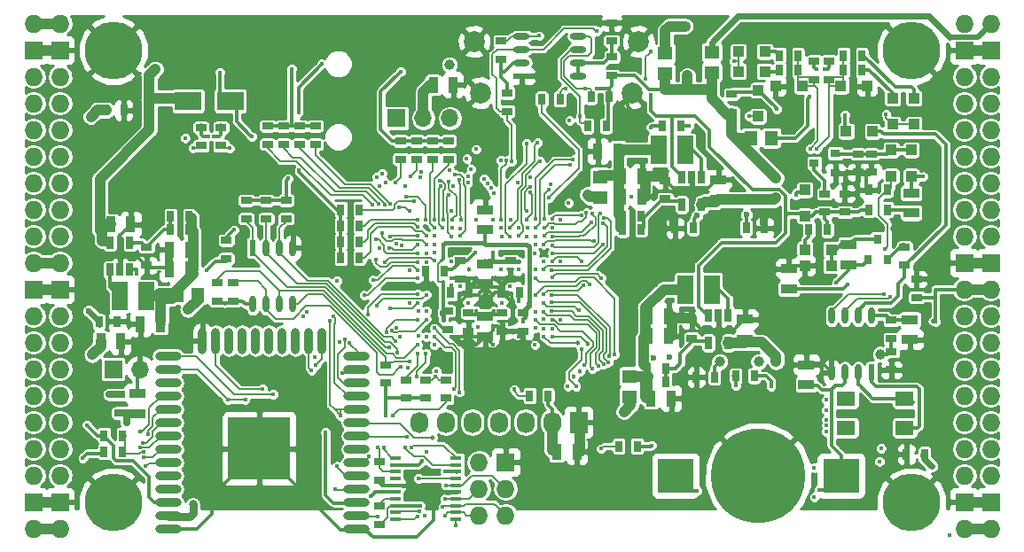
<source format=gbl>
G04 #@! TF.GenerationSoftware,KiCad,Pcbnew,5.0.0-rc2+dfsg1-2*
G04 #@! TF.CreationDate,2018-06-06T21:24:22+02:00*
G04 #@! TF.ProjectId,ulx3s,756C7833732E6B696361645F70636200,rev?*
G04 #@! TF.SameCoordinates,Original*
G04 #@! TF.FileFunction,Copper,L4,Bot,Signal*
G04 #@! TF.FilePolarity,Positive*
%FSLAX46Y46*%
G04 Gerber Fmt 4.6, Leading zero omitted, Abs format (unit mm)*
G04 Created by KiCad (PCBNEW 5.0.0-rc2+dfsg1-2) date Wed Jun  6 21:24:22 2018*
%MOMM*%
%LPD*%
G01*
G04 APERTURE LIST*
G04 #@! TA.AperFunction,ComponentPad*
%ADD10O,1.727200X1.727200*%
G04 #@! TD*
G04 #@! TA.AperFunction,ComponentPad*
%ADD11R,1.727200X1.727200*%
G04 #@! TD*
G04 #@! TA.AperFunction,SMDPad,CuDef*
%ADD12R,0.700000X1.200000*%
G04 #@! TD*
G04 #@! TA.AperFunction,ComponentPad*
%ADD13C,5.500000*%
G04 #@! TD*
G04 #@! TA.AperFunction,SMDPad,CuDef*
%ADD14R,1.000000X0.400000*%
G04 #@! TD*
G04 #@! TA.AperFunction,ComponentPad*
%ADD15R,1.727200X2.032000*%
G04 #@! TD*
G04 #@! TA.AperFunction,ComponentPad*
%ADD16O,1.727200X2.032000*%
G04 #@! TD*
G04 #@! TA.AperFunction,SMDPad,CuDef*
%ADD17R,3.500000X3.300000*%
G04 #@! TD*
G04 #@! %TA.AperFunction,BGAPad,CuDef*
%ADD18C,9.000000*%
G04 #@! TD*
G04 #@! TA.AperFunction,SMDPad,CuDef*
%ADD19R,0.600000X1.550000*%
G04 #@! TD*
G04 #@! TA.AperFunction,SMDPad,CuDef*
%ADD20O,0.600000X1.550000*%
G04 #@! TD*
G04 #@! TA.AperFunction,SMDPad,CuDef*
%ADD21O,2.500000X0.900000*%
G04 #@! TD*
G04 #@! TA.AperFunction,SMDPad,CuDef*
%ADD22O,0.900000X2.500000*%
G04 #@! TD*
G04 #@! TA.AperFunction,SMDPad,CuDef*
%ADD23R,6.000000X6.000000*%
G04 #@! TD*
G04 #@! TA.AperFunction,SMDPad,CuDef*
%ADD24R,1.800000X1.400000*%
G04 #@! TD*
G04 #@! TA.AperFunction,SMDPad,CuDef*
%ADD25R,0.970000X1.500000*%
G04 #@! TD*
G04 #@! TA.AperFunction,SMDPad,CuDef*
%ADD26R,0.670000X1.000000*%
G04 #@! TD*
G04 #@! TA.AperFunction,SMDPad,CuDef*
%ADD27R,1.500000X0.970000*%
G04 #@! TD*
G04 #@! TA.AperFunction,SMDPad,CuDef*
%ADD28R,1.000000X0.670000*%
G04 #@! TD*
G04 #@! TA.AperFunction,ComponentPad*
%ADD29C,2.000000*%
G04 #@! TD*
G04 #@! TA.AperFunction,SMDPad,CuDef*
%ADD30R,1.000000X1.000000*%
G04 #@! TD*
G04 #@! %TA.AperFunction,BGAPad,CuDef*
%ADD31C,0.300000*%
G04 #@! TD*
G04 #@! TA.AperFunction,ComponentPad*
%ADD32R,1.700000X1.700000*%
G04 #@! TD*
G04 #@! TA.AperFunction,ComponentPad*
%ADD33O,1.700000X1.700000*%
G04 #@! TD*
G04 #@! TA.AperFunction,SMDPad,CuDef*
%ADD34R,1.550000X0.600000*%
G04 #@! TD*
G04 #@! TA.AperFunction,SMDPad,CuDef*
%ADD35O,1.550000X0.600000*%
G04 #@! TD*
G04 #@! TA.AperFunction,SMDPad,CuDef*
%ADD36R,1.500000X2.700000*%
G04 #@! TD*
G04 #@! TA.AperFunction,SMDPad,CuDef*
%ADD37R,1.295000X1.400000*%
G04 #@! TD*
G04 #@! TA.AperFunction,SMDPad,CuDef*
%ADD38R,1.400000X1.295000*%
G04 #@! TD*
G04 #@! TA.AperFunction,SMDPad,CuDef*
%ADD39R,2.500000X1.800000*%
G04 #@! TD*
G04 #@! TA.AperFunction,SMDPad,CuDef*
%ADD40R,0.800000X0.900000*%
G04 #@! TD*
G04 #@! TA.AperFunction,SMDPad,CuDef*
%ADD41R,0.900000X0.800000*%
G04 #@! TD*
G04 #@! TA.AperFunction,ViaPad*
%ADD42C,0.400000*%
G04 #@! TD*
G04 #@! TA.AperFunction,ViaPad*
%ADD43C,1.000000*%
G04 #@! TD*
G04 #@! TA.AperFunction,ViaPad*
%ADD44C,0.700000*%
G04 #@! TD*
G04 #@! TA.AperFunction,ViaPad*
%ADD45C,0.454000*%
G04 #@! TD*
G04 #@! TA.AperFunction,ViaPad*
%ADD46C,0.600000*%
G04 #@! TD*
G04 #@! TA.AperFunction,ViaPad*
%ADD47C,0.800000*%
G04 #@! TD*
G04 #@! TA.AperFunction,Conductor*
%ADD48C,0.300000*%
G04 #@! TD*
G04 #@! TA.AperFunction,Conductor*
%ADD49C,0.500000*%
G04 #@! TD*
G04 #@! TA.AperFunction,Conductor*
%ADD50C,1.000000*%
G04 #@! TD*
G04 #@! TA.AperFunction,Conductor*
%ADD51C,0.700000*%
G04 #@! TD*
G04 #@! TA.AperFunction,Conductor*
%ADD52C,0.600000*%
G04 #@! TD*
G04 #@! TA.AperFunction,Conductor*
%ADD53C,0.400000*%
G04 #@! TD*
G04 #@! TA.AperFunction,Conductor*
%ADD54C,0.800000*%
G04 #@! TD*
G04 #@! TA.AperFunction,Conductor*
%ADD55C,0.190000*%
G04 #@! TD*
G04 #@! TA.AperFunction,Conductor*
%ADD56C,0.200000*%
G04 #@! TD*
G04 #@! TA.AperFunction,Conductor*
%ADD57C,1.500000*%
G04 #@! TD*
G04 #@! TA.AperFunction,Conductor*
%ADD58C,0.127000*%
G04 #@! TD*
G04 #@! TA.AperFunction,Conductor*
%ADD59C,0.180000*%
G04 #@! TD*
G04 #@! TA.AperFunction,Conductor*
%ADD60C,1.200000*%
G04 #@! TD*
G04 #@! TA.AperFunction,Conductor*
%ADD61C,0.254000*%
G04 #@! TD*
G04 APERTURE END LIST*
D10*
G04 #@! TO.P,J1,1*
G04 #@! TO.N,2V5_3V3*
X97910000Y-62690000D03*
G04 #@! TO.P,J1,2*
X95370000Y-62690000D03*
D11*
G04 #@! TO.P,J1,3*
G04 #@! TO.N,GND*
X97910000Y-65230000D03*
G04 #@! TO.P,J1,4*
X95370000Y-65230000D03*
D10*
G04 #@! TO.P,J1,5*
G04 #@! TO.N,GN0*
X97910000Y-67770000D03*
G04 #@! TO.P,J1,6*
G04 #@! TO.N,GP0*
X95370000Y-67770000D03*
G04 #@! TO.P,J1,7*
G04 #@! TO.N,GN1*
X97910000Y-70310000D03*
G04 #@! TO.P,J1,8*
G04 #@! TO.N,GP1*
X95370000Y-70310000D03*
G04 #@! TO.P,J1,9*
G04 #@! TO.N,GN2*
X97910000Y-72850000D03*
G04 #@! TO.P,J1,10*
G04 #@! TO.N,GP2*
X95370000Y-72850000D03*
G04 #@! TO.P,J1,11*
G04 #@! TO.N,GN3*
X97910000Y-75390000D03*
G04 #@! TO.P,J1,12*
G04 #@! TO.N,GP3*
X95370000Y-75390000D03*
G04 #@! TO.P,J1,13*
G04 #@! TO.N,GN4*
X97910000Y-77930000D03*
G04 #@! TO.P,J1,14*
G04 #@! TO.N,GP4*
X95370000Y-77930000D03*
G04 #@! TO.P,J1,15*
G04 #@! TO.N,GN5*
X97910000Y-80470000D03*
G04 #@! TO.P,J1,16*
G04 #@! TO.N,GP5*
X95370000Y-80470000D03*
G04 #@! TO.P,J1,17*
G04 #@! TO.N,GN6*
X97910000Y-83010000D03*
G04 #@! TO.P,J1,18*
G04 #@! TO.N,GP6*
X95370000Y-83010000D03*
G04 #@! TO.P,J1,19*
G04 #@! TO.N,2V5_3V3*
X97910000Y-85550000D03*
G04 #@! TO.P,J1,20*
X95370000Y-85550000D03*
D11*
G04 #@! TO.P,J1,21*
G04 #@! TO.N,GND*
X97910000Y-88090000D03*
G04 #@! TO.P,J1,22*
X95370000Y-88090000D03*
D10*
G04 #@! TO.P,J1,23*
G04 #@! TO.N,GN7*
X97910000Y-90630000D03*
G04 #@! TO.P,J1,24*
G04 #@! TO.N,GP7*
X95370000Y-90630000D03*
G04 #@! TO.P,J1,25*
G04 #@! TO.N,GN8*
X97910000Y-93170000D03*
G04 #@! TO.P,J1,26*
G04 #@! TO.N,GP8*
X95370000Y-93170000D03*
G04 #@! TO.P,J1,27*
G04 #@! TO.N,GN9*
X97910000Y-95710000D03*
G04 #@! TO.P,J1,28*
G04 #@! TO.N,GP9*
X95370000Y-95710000D03*
G04 #@! TO.P,J1,29*
G04 #@! TO.N,GN10*
X97910000Y-98250000D03*
G04 #@! TO.P,J1,30*
G04 #@! TO.N,GP10*
X95370000Y-98250000D03*
G04 #@! TO.P,J1,31*
G04 #@! TO.N,GN11*
X97910000Y-100790000D03*
G04 #@! TO.P,J1,32*
G04 #@! TO.N,GP11*
X95370000Y-100790000D03*
G04 #@! TO.P,J1,33*
G04 #@! TO.N,GN12*
X97910000Y-103330000D03*
G04 #@! TO.P,J1,34*
G04 #@! TO.N,GP12*
X95370000Y-103330000D03*
G04 #@! TO.P,J1,35*
G04 #@! TO.N,GN13*
X97910000Y-105870000D03*
G04 #@! TO.P,J1,36*
G04 #@! TO.N,GP13*
X95370000Y-105870000D03*
D11*
G04 #@! TO.P,J1,37*
G04 #@! TO.N,GND*
X97910000Y-108410000D03*
G04 #@! TO.P,J1,38*
X95370000Y-108410000D03*
D10*
G04 #@! TO.P,J1,39*
G04 #@! TO.N,2V5_3V3*
X97910000Y-110950000D03*
G04 #@! TO.P,J1,40*
X95370000Y-110950000D03*
G04 #@! TD*
D12*
G04 #@! TO.P,U3,1*
G04 #@! TO.N,/power/PWREN*
X159825000Y-90600000D03*
G04 #@! TO.P,U3,2*
G04 #@! TO.N,GND*
X160775000Y-90600000D03*
G04 #@! TO.P,U3,3*
G04 #@! TO.N,/power/L1*
X161725000Y-90600000D03*
G04 #@! TO.P,U3,4*
G04 #@! TO.N,+5V*
X161725000Y-93200000D03*
G04 #@! TO.P,U3,5*
G04 #@! TO.N,/power/FB1*
X159825000Y-93200000D03*
G04 #@! TD*
G04 #@! TO.P,U4,1*
G04 #@! TO.N,/power/PWREN*
X104575000Y-86215000D03*
G04 #@! TO.P,U4,2*
G04 #@! TO.N,GND*
X103625000Y-86215000D03*
G04 #@! TO.P,U4,3*
G04 #@! TO.N,/power/L2*
X102675000Y-86215000D03*
G04 #@! TO.P,U4,4*
G04 #@! TO.N,+5V*
X102675000Y-83615000D03*
G04 #@! TO.P,U4,5*
G04 #@! TO.N,/power/FB2*
X104575000Y-83615000D03*
G04 #@! TD*
G04 #@! TO.P,U5,1*
G04 #@! TO.N,/power/PWREN*
X157285000Y-77392000D03*
G04 #@! TO.P,U5,2*
G04 #@! TO.N,GND*
X158235000Y-77392000D03*
G04 #@! TO.P,U5,3*
G04 #@! TO.N,/power/L3*
X159185000Y-77392000D03*
G04 #@! TO.P,U5,4*
G04 #@! TO.N,+5V*
X159185000Y-79992000D03*
G04 #@! TO.P,U5,5*
G04 #@! TO.N,/power/FB3*
X157285000Y-79992000D03*
G04 #@! TD*
D10*
G04 #@! TO.P,J2,1*
G04 #@! TO.N,+3V3*
X184270000Y-110950000D03*
G04 #@! TO.P,J2,2*
X186810000Y-110950000D03*
D11*
G04 #@! TO.P,J2,3*
G04 #@! TO.N,GND*
X184270000Y-108410000D03*
G04 #@! TO.P,J2,4*
X186810000Y-108410000D03*
D10*
G04 #@! TO.P,J2,5*
G04 #@! TO.N,GN14*
X184270000Y-105870000D03*
G04 #@! TO.P,J2,6*
G04 #@! TO.N,GP14*
X186810000Y-105870000D03*
G04 #@! TO.P,J2,7*
G04 #@! TO.N,GN15*
X184270000Y-103330000D03*
G04 #@! TO.P,J2,8*
G04 #@! TO.N,GP15*
X186810000Y-103330000D03*
G04 #@! TO.P,J2,9*
G04 #@! TO.N,GN16*
X184270000Y-100790000D03*
G04 #@! TO.P,J2,10*
G04 #@! TO.N,GP16*
X186810000Y-100790000D03*
G04 #@! TO.P,J2,11*
G04 #@! TO.N,GN17*
X184270000Y-98250000D03*
G04 #@! TO.P,J2,12*
G04 #@! TO.N,GP17*
X186810000Y-98250000D03*
G04 #@! TO.P,J2,13*
G04 #@! TO.N,GN18*
X184270000Y-95710000D03*
G04 #@! TO.P,J2,14*
G04 #@! TO.N,GP18*
X186810000Y-95710000D03*
G04 #@! TO.P,J2,15*
G04 #@! TO.N,GN19*
X184270000Y-93170000D03*
G04 #@! TO.P,J2,16*
G04 #@! TO.N,GP19*
X186810000Y-93170000D03*
G04 #@! TO.P,J2,17*
G04 #@! TO.N,GN20*
X184270000Y-90630000D03*
G04 #@! TO.P,J2,18*
G04 #@! TO.N,GP20*
X186810000Y-90630000D03*
G04 #@! TO.P,J2,19*
G04 #@! TO.N,+3V3*
X184270000Y-88090000D03*
G04 #@! TO.P,J2,20*
X186810000Y-88090000D03*
D11*
G04 #@! TO.P,J2,21*
G04 #@! TO.N,GND*
X184270000Y-85550000D03*
G04 #@! TO.P,J2,22*
X186810000Y-85550000D03*
D10*
G04 #@! TO.P,J2,23*
G04 #@! TO.N,GN21*
X184270000Y-83010000D03*
G04 #@! TO.P,J2,24*
G04 #@! TO.N,GP21*
X186810000Y-83010000D03*
G04 #@! TO.P,J2,25*
G04 #@! TO.N,GN22*
X184270000Y-80470000D03*
G04 #@! TO.P,J2,26*
G04 #@! TO.N,GP22*
X186810000Y-80470000D03*
G04 #@! TO.P,J2,27*
G04 #@! TO.N,GN23*
X184270000Y-77930000D03*
G04 #@! TO.P,J2,28*
G04 #@! TO.N,GP23*
X186810000Y-77930000D03*
G04 #@! TO.P,J2,29*
G04 #@! TO.N,GN24*
X184270000Y-75390000D03*
G04 #@! TO.P,J2,30*
G04 #@! TO.N,GP24*
X186810000Y-75390000D03*
G04 #@! TO.P,J2,31*
G04 #@! TO.N,GN25*
X184270000Y-72850000D03*
G04 #@! TO.P,J2,32*
G04 #@! TO.N,GP25*
X186810000Y-72850000D03*
G04 #@! TO.P,J2,33*
G04 #@! TO.N,GN26*
X184270000Y-70310000D03*
G04 #@! TO.P,J2,34*
G04 #@! TO.N,GP26*
X186810000Y-70310000D03*
G04 #@! TO.P,J2,35*
G04 #@! TO.N,GN27*
X184270000Y-67770000D03*
G04 #@! TO.P,J2,36*
G04 #@! TO.N,GP27*
X186810000Y-67770000D03*
D11*
G04 #@! TO.P,J2,37*
G04 #@! TO.N,GND*
X184270000Y-65230000D03*
G04 #@! TO.P,J2,38*
X186810000Y-65230000D03*
D10*
G04 #@! TO.P,J2,39*
G04 #@! TO.N,/gpio/IN5V*
X184270000Y-62690000D03*
G04 #@! TO.P,J2,40*
G04 #@! TO.N,/gpio/OUT5V*
X186810000Y-62690000D03*
G04 #@! TD*
D13*
G04 #@! TO.P,H1,1*
G04 #@! TO.N,GND*
X102990000Y-108410000D03*
G04 #@! TD*
G04 #@! TO.P,H2,1*
G04 #@! TO.N,GND*
X179190000Y-108410000D03*
G04 #@! TD*
G04 #@! TO.P,H3,1*
G04 #@! TO.N,GND*
X179190000Y-65230000D03*
G04 #@! TD*
G04 #@! TO.P,H4,1*
G04 #@! TO.N,GND*
X102990000Y-65230000D03*
G04 #@! TD*
D14*
G04 #@! TO.P,U6,1*
G04 #@! TO.N,FTDI_nDTR*
X135735000Y-104215000D03*
G04 #@! TO.P,U6,2*
G04 #@! TO.N,FTDI_nRTS*
X135735000Y-104865000D03*
G04 #@! TO.P,U6,3*
G04 #@! TO.N,FT2V5*
X135735000Y-105515000D03*
G04 #@! TO.P,U6,4*
G04 #@! TO.N,FTDI_RXD*
X135735000Y-106165000D03*
G04 #@! TO.P,U6,5*
G04 #@! TO.N,JTAG_TDI*
X135735000Y-106815000D03*
G04 #@! TO.P,U6,6*
G04 #@! TO.N,GND*
X135735000Y-107465000D03*
G04 #@! TO.P,U6,7*
G04 #@! TO.N,JTAG_TCK*
X135735000Y-108115000D03*
G04 #@! TO.P,U6,8*
G04 #@! TO.N,JTAG_TMS*
X135735000Y-108765000D03*
G04 #@! TO.P,U6,9*
G04 #@! TO.N,JTAG_TDO*
X135735000Y-109415000D03*
G04 #@! TO.P,U6,10*
G04 #@! TO.N,FTDI_nTXLED*
X135735000Y-110065000D03*
G04 #@! TO.P,U6,11*
G04 #@! TO.N,USB_FTDI_D+*
X129935000Y-110065000D03*
G04 #@! TO.P,U6,12*
G04 #@! TO.N,USB_FTDI_D-*
X129935000Y-109415000D03*
G04 #@! TO.P,U6,13*
G04 #@! TO.N,FT2V5*
X129935000Y-108765000D03*
G04 #@! TO.P,U6,14*
G04 #@! TO.N,nRESET*
X129935000Y-108115000D03*
G04 #@! TO.P,U6,15*
G04 #@! TO.N,USB5V*
X129935000Y-107465000D03*
G04 #@! TO.P,U6,16*
G04 #@! TO.N,GND*
X129935000Y-106815000D03*
G04 #@! TO.P,U6,17*
G04 #@! TO.N,FTDI_nRXLED*
X129935000Y-106165000D03*
G04 #@! TO.P,U6,18*
G04 #@! TO.N,FTDI_TXDEN*
X129935000Y-105515000D03*
G04 #@! TO.P,U6,19*
G04 #@! TO.N,FTDI_nSLEEP*
X129935000Y-104865000D03*
G04 #@! TO.P,U6,20*
G04 #@! TO.N,FTDI_TXD*
X129935000Y-104215000D03*
G04 #@! TD*
D11*
G04 #@! TO.P,J4,1*
G04 #@! TO.N,GND*
X140455000Y-104600000D03*
D10*
G04 #@! TO.P,J4,2*
G04 #@! TO.N,+3V3*
X137915000Y-104600000D03*
G04 #@! TO.P,J4,3*
G04 #@! TO.N,JTAG_TDI*
X140455000Y-107140000D03*
G04 #@! TO.P,J4,4*
G04 #@! TO.N,JTAG_TCK*
X137915000Y-107140000D03*
G04 #@! TO.P,J4,5*
G04 #@! TO.N,JTAG_TMS*
X140455000Y-109680000D03*
G04 #@! TO.P,J4,6*
G04 #@! TO.N,JTAG_TDO*
X137915000Y-109680000D03*
G04 #@! TD*
D15*
G04 #@! TO.P,OLED1,1*
G04 #@! TO.N,GND*
X147440000Y-100790000D03*
D16*
G04 #@! TO.P,OLED1,2*
G04 #@! TO.N,+3V3*
X144900000Y-100790000D03*
G04 #@! TO.P,OLED1,3*
G04 #@! TO.N,OLED_CLK*
X142360000Y-100790000D03*
G04 #@! TO.P,OLED1,4*
G04 #@! TO.N,OLED_MOSI*
X139820000Y-100790000D03*
G04 #@! TO.P,OLED1,5*
G04 #@! TO.N,OLED_RES*
X137280000Y-100790000D03*
G04 #@! TO.P,OLED1,6*
G04 #@! TO.N,OLED_DC*
X134740000Y-100790000D03*
G04 #@! TO.P,OLED1,7*
G04 #@! TO.N,OLED_CS*
X132200000Y-100790000D03*
G04 #@! TD*
D17*
G04 #@! TO.P,BAT1,1*
G04 #@! TO.N,/power/VBAT*
X172485000Y-105870000D03*
X156685000Y-105870000D03*
D18*
G04 #@! TO.P,BAT1,2*
G04 #@! TO.N,GND*
X164585000Y-105870000D03*
G04 #@! TD*
D19*
G04 #@! TO.P,U7,1*
G04 #@! TO.N,/power/OSCI_32k*
X175395000Y-96015000D03*
D20*
G04 #@! TO.P,U7,2*
G04 #@! TO.N,/power/OSCO_32k*
X174125000Y-96015000D03*
G04 #@! TO.P,U7,3*
G04 #@! TO.N,/power/VBAT*
X172855000Y-96015000D03*
G04 #@! TO.P,U7,4*
G04 #@! TO.N,GND*
X171585000Y-96015000D03*
G04 #@! TO.P,U7,5*
G04 #@! TO.N,FPDI_SDA*
X171585000Y-90615000D03*
G04 #@! TO.P,U7,6*
G04 #@! TO.N,FPDI_SCL*
X172855000Y-90615000D03*
G04 #@! TO.P,U7,7*
G04 #@! TO.N,/power/WAKEUPn*
X174125000Y-90615000D03*
G04 #@! TO.P,U7,8*
G04 #@! TO.N,/power/RTCVDD*
X175395000Y-90615000D03*
G04 #@! TD*
D19*
G04 #@! TO.P,U10,1*
G04 #@! TO.N,/flash/FLASH_nCS*
X116325000Y-84120000D03*
D20*
G04 #@! TO.P,U10,2*
G04 #@! TO.N,/flash/FLASH_MISO*
X117595000Y-84120000D03*
G04 #@! TO.P,U10,3*
G04 #@! TO.N,/flash/FLASH_nWP*
X118865000Y-84120000D03*
G04 #@! TO.P,U10,4*
G04 #@! TO.N,GND*
X120135000Y-84120000D03*
G04 #@! TO.P,U10,5*
G04 #@! TO.N,/flash/FLASH_MOSI*
X120135000Y-89520000D03*
G04 #@! TO.P,U10,6*
G04 #@! TO.N,/flash/FLASH_SCK*
X118865000Y-89520000D03*
G04 #@! TO.P,U10,7*
G04 #@! TO.N,/flash/FLASH_nHOLD*
X117595000Y-89520000D03*
G04 #@! TO.P,U10,8*
G04 #@! TO.N,+3V3*
X116325000Y-89520000D03*
G04 #@! TD*
D21*
G04 #@! TO.P,U9,38*
G04 #@! TO.N,GND*
X126230000Y-111000000D03*
G04 #@! TO.P,U9,37*
G04 #@! TO.N,JTAG_TDI*
X126230000Y-109730000D03*
G04 #@! TO.P,U9,36*
G04 #@! TO.N,PROG_DONE*
X126230000Y-108460000D03*
G04 #@! TO.P,U9,35*
G04 #@! TO.N,WIFI_TXD*
X126230000Y-107190000D03*
G04 #@! TO.P,U9,34*
G04 #@! TO.N,WIFI_RXD*
X126230000Y-105920000D03*
G04 #@! TO.P,U9,33*
G04 #@! TO.N,JTAG_TMS*
X126230000Y-104650000D03*
G04 #@! TO.P,U9,32*
G04 #@! TO.N,Net-(U9-Pad32)*
X126230000Y-103380000D03*
G04 #@! TO.P,U9,31*
G04 #@! TO.N,JTAG_TDO*
X126230000Y-102110000D03*
G04 #@! TO.P,U9,30*
G04 #@! TO.N,JTAG_TCK*
X126230000Y-100840000D03*
G04 #@! TO.P,U9,29*
G04 #@! TO.N,WIFI_GPIO5*
X126230000Y-99570000D03*
G04 #@! TO.P,U9,28*
G04 #@! TO.N,WIFI_GPIO17*
X126230000Y-98300000D03*
G04 #@! TO.P,U9,27*
G04 #@! TO.N,WIFI_GPIO16*
X126230000Y-97030000D03*
G04 #@! TO.P,U9,26*
G04 #@! TO.N,SD_D1*
X126230000Y-95760000D03*
G04 #@! TO.P,U9,25*
G04 #@! TO.N,WIFI_GPIO0*
X126230000Y-94490000D03*
D22*
G04 #@! TO.P,U9,24*
G04 #@! TO.N,SD_D0*
X122945000Y-93000000D03*
G04 #@! TO.P,U9,23*
G04 #@! TO.N,SD_CMD*
X121675000Y-93000000D03*
G04 #@! TO.P,U9,22*
G04 #@! TO.N,Net-(U9-Pad22)*
X120405000Y-93000000D03*
G04 #@! TO.P,U9,21*
G04 #@! TO.N,Net-(U9-Pad21)*
X119135000Y-93000000D03*
G04 #@! TO.P,U9,20*
G04 #@! TO.N,Net-(U9-Pad20)*
X117865000Y-93000000D03*
G04 #@! TO.P,U9,19*
G04 #@! TO.N,Net-(U9-Pad19)*
X116595000Y-93000000D03*
G04 #@! TO.P,U9,18*
G04 #@! TO.N,Net-(U9-Pad18)*
X115325000Y-93000000D03*
G04 #@! TO.P,U9,17*
G04 #@! TO.N,Net-(U9-Pad17)*
X114055000Y-93000000D03*
G04 #@! TO.P,U9,16*
G04 #@! TO.N,SD_D3*
X112785000Y-93000000D03*
G04 #@! TO.P,U9,15*
G04 #@! TO.N,GND*
X111515000Y-93000000D03*
D21*
G04 #@! TO.P,U9,14*
G04 #@! TO.N,SD_D2*
X108230000Y-94490000D03*
G04 #@! TO.P,U9,13*
G04 #@! TO.N,SD_CLK*
X108230000Y-95760000D03*
G04 #@! TO.P,U9,12*
G04 #@! TO.N,Net-(U9-Pad12)*
X108230000Y-97030000D03*
G04 #@! TO.P,U9,11*
G04 #@! TO.N,GN11*
X108230000Y-98300000D03*
G04 #@! TO.P,U9,10*
G04 #@! TO.N,GP11*
X108230000Y-99570000D03*
G04 #@! TO.P,U9,9*
G04 #@! TO.N,GN12*
X108230000Y-100840000D03*
G04 #@! TO.P,U9,8*
G04 #@! TO.N,GP12*
X108230000Y-102110000D03*
G04 #@! TO.P,U9,7*
G04 #@! TO.N,GN13*
X108230000Y-103380000D03*
G04 #@! TO.P,U9,6*
G04 #@! TO.N,GP13*
X108230000Y-104650000D03*
G04 #@! TO.P,U9,5*
G04 #@! TO.N,Net-(U9-Pad5)*
X108230000Y-105920000D03*
G04 #@! TO.P,U9,4*
G04 #@! TO.N,Net-(U9-Pad4)*
X108230000Y-107190000D03*
G04 #@! TO.P,U9,3*
G04 #@! TO.N,/wifi/WIFIEN*
X108230000Y-108460000D03*
G04 #@! TO.P,U9,2*
G04 #@! TO.N,+3V3*
X108230000Y-109730000D03*
G04 #@! TO.P,U9,1*
G04 #@! TO.N,GND*
X108230000Y-111000000D03*
D23*
G04 #@! TO.P,U9,39*
X116930000Y-103300000D03*
G04 #@! TD*
D24*
G04 #@! TO.P,Y2,4*
G04 #@! TO.N,/power/OSCO_32k*
X178576000Y-98522000D03*
G04 #@! TO.P,Y2,3*
G04 #@! TO.N,Net-(Y2-Pad3)*
X172976000Y-98522000D03*
G04 #@! TO.P,Y2,2*
G04 #@! TO.N,Net-(Y2-Pad2)*
X172976000Y-101322000D03*
G04 #@! TO.P,Y2,1*
G04 #@! TO.N,/power/OSCI_32k*
X178576000Y-101322000D03*
G04 #@! TD*
D25*
G04 #@! TO.P,C47,1*
G04 #@! TO.N,2V5_3V3*
X133546000Y-68550000D03*
G04 #@! TO.P,C47,2*
G04 #@! TO.N,GND*
X135456000Y-68550000D03*
G04 #@! TD*
G04 #@! TO.P,C1,1*
G04 #@! TO.N,+5V*
X102748500Y-81885000D03*
G04 #@! TO.P,C1,2*
G04 #@! TO.N,GND*
X104658500Y-81885000D03*
G04 #@! TD*
D26*
G04 #@! TO.P,C2,1*
G04 #@! TO.N,/power/P1V1*
X153985000Y-96910000D03*
G04 #@! TO.P,C2,2*
G04 #@! TO.N,/power/FB1*
X155735000Y-96910000D03*
G04 #@! TD*
D25*
G04 #@! TO.P,C3,2*
G04 #@! TO.N,GND*
X156015000Y-90630000D03*
G04 #@! TO.P,C3,1*
G04 #@! TO.N,/power/P1V1*
X154105000Y-90630000D03*
G04 #@! TD*
G04 #@! TO.P,C4,1*
G04 #@! TO.N,/power/P1V1*
X154105000Y-92535000D03*
G04 #@! TO.P,C4,2*
G04 #@! TO.N,GND*
X156015000Y-92535000D03*
G04 #@! TD*
D27*
G04 #@! TO.P,C5,2*
G04 #@! TO.N,GND*
X163315000Y-90945000D03*
G04 #@! TO.P,C5,1*
G04 #@! TO.N,+5V*
X163315000Y-92855000D03*
G04 #@! TD*
D26*
G04 #@! TO.P,C6,1*
G04 #@! TO.N,/power/P3V3*
X151645000Y-82375000D03*
G04 #@! TO.P,C6,2*
G04 #@! TO.N,/power/FB3*
X153395000Y-82375000D03*
G04 #@! TD*
D25*
G04 #@! TO.P,C7,2*
G04 #@! TO.N,GND*
X153475000Y-79200000D03*
G04 #@! TO.P,C7,1*
G04 #@! TO.N,/power/P3V3*
X151565000Y-79200000D03*
G04 #@! TD*
G04 #@! TO.P,C8,2*
G04 #@! TO.N,GND*
X153475000Y-77295000D03*
G04 #@! TO.P,C8,1*
G04 #@! TO.N,/power/P3V3*
X151565000Y-77295000D03*
G04 #@! TD*
D27*
G04 #@! TO.P,C9,1*
G04 #@! TO.N,+5V*
X160775000Y-79520000D03*
G04 #@! TO.P,C9,2*
G04 #@! TO.N,GND*
X160775000Y-77610000D03*
G04 #@! TD*
D26*
G04 #@! TO.P,C10,2*
G04 #@! TO.N,/power/FB2*
X108465000Y-81105000D03*
G04 #@! TO.P,C10,1*
G04 #@! TO.N,/power/P2V5*
X110215000Y-81105000D03*
G04 #@! TD*
D25*
G04 #@! TO.P,C11,2*
G04 #@! TO.N,GND*
X108385000Y-84280000D03*
G04 #@! TO.P,C11,1*
G04 #@! TO.N,/power/P2V5*
X110295000Y-84280000D03*
G04 #@! TD*
G04 #@! TO.P,C12,1*
G04 #@! TO.N,/power/P2V5*
X110295000Y-86185000D03*
G04 #@! TO.P,C12,2*
G04 #@! TO.N,GND*
X108385000Y-86185000D03*
G04 #@! TD*
D27*
G04 #@! TO.P,C13,2*
G04 #@! TO.N,/power/WKUP*
X173221000Y-83833000D03*
G04 #@! TO.P,C13,1*
G04 #@! TO.N,+5V*
X173221000Y-85743000D03*
G04 #@! TD*
D28*
G04 #@! TO.P,C14,2*
G04 #@! TO.N,GND*
X175380000Y-76900000D03*
G04 #@! TO.P,C14,1*
G04 #@! TO.N,/power/SHUT*
X175380000Y-75150000D03*
G04 #@! TD*
D27*
G04 #@! TO.P,C15,1*
G04 #@! TO.N,/sdcard/SD3V3*
X105276000Y-99967000D03*
G04 #@! TO.P,C15,2*
G04 #@! TO.N,GND*
X105276000Y-98057000D03*
G04 #@! TD*
G04 #@! TO.P,C16,1*
G04 #@! TO.N,+3V3*
X167506000Y-88029000D03*
G04 #@! TO.P,C16,2*
G04 #@! TO.N,GND*
X167506000Y-86119000D03*
G04 #@! TD*
G04 #@! TO.P,C17,1*
G04 #@! TO.N,+1V1*
X138500000Y-90665000D03*
G04 #@! TO.P,C17,2*
G04 #@! TO.N,GND*
X138500000Y-92575000D03*
G04 #@! TD*
D28*
G04 #@! TO.P,C18,1*
G04 #@! TO.N,/gpdi/VREF2*
X150589600Y-64359000D03*
G04 #@! TO.P,C18,2*
G04 #@! TO.N,GND*
X150589600Y-62609000D03*
G04 #@! TD*
D27*
G04 #@! TO.P,C19,1*
G04 #@! TO.N,+2V5*
X138500000Y-82375000D03*
G04 #@! TO.P,C19,2*
G04 #@! TO.N,GND*
X138500000Y-80465000D03*
G04 #@! TD*
G04 #@! TO.P,C20,2*
G04 #@! TO.N,GND*
X138500000Y-87575000D03*
G04 #@! TO.P,C20,1*
G04 #@! TO.N,+3V3*
X138500000Y-85665000D03*
G04 #@! TD*
D25*
G04 #@! TO.P,C21,2*
G04 #@! TO.N,GND*
X103706000Y-93061000D03*
G04 #@! TO.P,C21,1*
G04 #@! TO.N,+3V3*
X101796000Y-93061000D03*
G04 #@! TD*
G04 #@! TO.P,C22,1*
G04 #@! TO.N,/power/P1V1*
X154359000Y-98504000D03*
G04 #@! TO.P,C22,2*
G04 #@! TO.N,GND*
X156269000Y-98504000D03*
G04 #@! TD*
G04 #@! TO.P,C23,2*
G04 #@! TO.N,GND*
X105591000Y-91392000D03*
G04 #@! TO.P,C23,1*
G04 #@! TO.N,/power/P2V5*
X107501000Y-91392000D03*
G04 #@! TD*
G04 #@! TO.P,C24,1*
G04 #@! TO.N,/power/P3V3*
X151189000Y-74882000D03*
G04 #@! TO.P,C24,2*
G04 #@! TO.N,GND*
X149279000Y-74882000D03*
G04 #@! TD*
D28*
G04 #@! TO.P,C25,2*
G04 #@! TO.N,GND*
X140900000Y-87095000D03*
G04 #@! TO.P,C25,1*
G04 #@! TO.N,+3V3*
X140900000Y-85345000D03*
G04 #@! TD*
G04 #@! TO.P,C26,2*
G04 #@! TO.N,GND*
X136100000Y-87095000D03*
G04 #@! TO.P,C26,1*
G04 #@! TO.N,2V5_3V3*
X136100000Y-85345000D03*
G04 #@! TD*
G04 #@! TO.P,C27,2*
G04 #@! TO.N,GND*
X136900000Y-92095000D03*
G04 #@! TO.P,C27,1*
G04 #@! TO.N,+1V1*
X136900000Y-90345000D03*
G04 #@! TD*
G04 #@! TO.P,C28,1*
G04 #@! TO.N,+1V1*
X140100000Y-90345000D03*
G04 #@! TO.P,C28,2*
G04 #@! TO.N,GND*
X140100000Y-92095000D03*
G04 #@! TD*
G04 #@! TO.P,C29,2*
G04 #@! TO.N,GND*
X142100000Y-92095000D03*
G04 #@! TO.P,C29,1*
G04 #@! TO.N,+2V5*
X142100000Y-90345000D03*
G04 #@! TD*
G04 #@! TO.P,C30,1*
G04 #@! TO.N,+2V5*
X134900000Y-90145000D03*
G04 #@! TO.P,C30,2*
G04 #@! TO.N,GND*
X134900000Y-91895000D03*
G04 #@! TD*
D26*
G04 #@! TO.P,C31,1*
G04 #@! TO.N,+3V3*
X135225000Y-88420000D03*
G04 #@! TO.P,C31,2*
G04 #@! TO.N,GND*
X136975000Y-88420000D03*
G04 #@! TD*
G04 #@! TO.P,C32,2*
G04 #@! TO.N,GND*
X140025000Y-88420000D03*
G04 #@! TO.P,C32,1*
G04 #@! TO.N,+3V3*
X141775000Y-88420000D03*
G04 #@! TD*
G04 #@! TO.P,C33,1*
G04 #@! TO.N,+3V3*
X163425000Y-82220000D03*
G04 #@! TO.P,C33,2*
G04 #@! TO.N,GND*
X165175000Y-82220000D03*
G04 #@! TD*
G04 #@! TO.P,C34,1*
G04 #@! TO.N,+3V3*
X158375000Y-82220000D03*
G04 #@! TO.P,C34,2*
G04 #@! TO.N,GND*
X156625000Y-82220000D03*
G04 #@! TD*
D28*
G04 #@! TO.P,C35,1*
G04 #@! TO.N,+3V3*
X177300000Y-94025000D03*
G04 #@! TO.P,C35,2*
G04 #@! TO.N,GND*
X177300000Y-95775000D03*
G04 #@! TD*
D25*
G04 #@! TO.P,C46,1*
G04 #@! TO.N,+3V3*
X145342000Y-103584000D03*
G04 #@! TO.P,C46,2*
G04 #@! TO.N,GND*
X147252000Y-103584000D03*
G04 #@! TD*
D26*
G04 #@! TO.P,C48,2*
G04 #@! TO.N,GND*
X103995000Y-70963000D03*
G04 #@! TO.P,C48,1*
G04 #@! TO.N,2V5_3V3*
X102245000Y-70963000D03*
G04 #@! TD*
G04 #@! TO.P,C49,2*
G04 #@! TO.N,GND*
X103372000Y-91156000D03*
G04 #@! TO.P,C49,1*
G04 #@! TO.N,2V5_3V3*
X101622000Y-91156000D03*
G04 #@! TD*
D28*
G04 #@! TO.P,C50,1*
G04 #@! TO.N,+3V3*
X179713000Y-88856000D03*
G04 #@! TO.P,C50,2*
G04 #@! TO.N,GND*
X179713000Y-87106000D03*
G04 #@! TD*
D26*
G04 #@! TO.P,C51,1*
G04 #@! TO.N,+3V3*
X180473000Y-103856000D03*
G04 #@! TO.P,C51,2*
G04 #@! TO.N,GND*
X178723000Y-103856000D03*
G04 #@! TD*
G04 #@! TO.P,C52,2*
G04 #@! TO.N,GND*
X158645000Y-96490000D03*
G04 #@! TO.P,C52,1*
G04 #@! TO.N,+3V3*
X160395000Y-96490000D03*
G04 #@! TD*
G04 #@! TO.P,C53,2*
G04 #@! TO.N,GND*
X132827200Y-86330000D03*
G04 #@! TO.P,C53,1*
G04 #@! TO.N,2V5_3V3*
X134577200Y-86330000D03*
G04 #@! TD*
D27*
G04 #@! TO.P,C54,2*
G04 #@! TO.N,GND*
X169172000Y-95281000D03*
G04 #@! TO.P,C54,1*
G04 #@! TO.N,/power/VBAT*
X169172000Y-97191000D03*
G04 #@! TD*
G04 #@! TO.P,D11,1*
G04 #@! TO.N,/power/HOLD*
X179190000Y-80790000D03*
G04 #@! TO.P,D11,2*
G04 #@! TO.N,+3V3*
X179190000Y-78880000D03*
G04 #@! TD*
D29*
G04 #@! TO.P,GPDI1,0*
G04 #@! TO.N,GND*
X152546000Y-69312000D03*
X138046000Y-69312000D03*
X153146000Y-64412000D03*
X137446000Y-64412000D03*
G04 #@! TD*
D30*
G04 #@! TO.P,D10,1*
G04 #@! TO.N,/power/WAKE*
X169050000Y-84280000D03*
G04 #@! TO.P,D10,2*
G04 #@! TO.N,/power/WKUP*
X171550000Y-84280000D03*
G04 #@! TD*
G04 #@! TO.P,D12,2*
G04 #@! TO.N,/power/FTDI_nSUSPEND*
X169030000Y-78585000D03*
G04 #@! TO.P,D12,1*
G04 #@! TO.N,/power/PWREN*
X169030000Y-81085000D03*
G04 #@! TD*
G04 #@! TO.P,D13,1*
G04 #@! TO.N,/power/WKUP*
X171550000Y-85804000D03*
G04 #@! TO.P,D13,2*
G04 #@! TO.N,GND*
X169050000Y-85804000D03*
G04 #@! TD*
G04 #@! TO.P,D14,2*
G04 #@! TO.N,/power/SHUT*
X179190000Y-74775000D03*
G04 #@! TO.P,D14,1*
G04 #@! TO.N,+3V3*
X179190000Y-77275000D03*
G04 #@! TD*
G04 #@! TO.P,D15,2*
G04 #@! TO.N,SHUTDOWN*
X177285000Y-77275000D03*
G04 #@! TO.P,D15,1*
G04 #@! TO.N,/power/SHUT*
X177285000Y-74775000D03*
G04 #@! TD*
G04 #@! TO.P,D16,1*
G04 #@! TO.N,/power/PWRBTn*
X172987000Y-72977000D03*
G04 #@! TO.P,D16,2*
G04 #@! TO.N,/power/WAKEUPn*
X175487000Y-72977000D03*
G04 #@! TD*
G04 #@! TO.P,D17,1*
G04 #@! TO.N,/power/PWRBTn*
X164585000Y-69060000D03*
G04 #@! TO.P,D17,2*
G04 #@! TO.N,BTN_PWRn*
X164585000Y-71560000D03*
G04 #@! TD*
G04 #@! TO.P,D20,1*
G04 #@! TO.N,USB_FPGA_D+*
X168756000Y-68659000D03*
G04 #@! TO.P,D20,2*
G04 #@! TO.N,GND*
X166256000Y-68659000D03*
G04 #@! TD*
G04 #@! TO.P,D21,2*
G04 #@! TO.N,GND*
X174979000Y-68659000D03*
G04 #@! TO.P,D21,1*
G04 #@! TO.N,USB_FPGA_D-*
X172479000Y-68659000D03*
G04 #@! TD*
G04 #@! TO.P,D23,2*
G04 #@! TO.N,Net-(D23-Pad2)*
X165200000Y-67262000D03*
G04 #@! TO.P,D23,1*
G04 #@! TO.N,USB_FPGA_PULL_D+*
X162700000Y-67262000D03*
G04 #@! TD*
G04 #@! TO.P,D24,2*
G04 #@! TO.N,USB_FPGA_PULL_D+*
X162700000Y-65357000D03*
G04 #@! TO.P,D24,1*
G04 #@! TO.N,Net-(D24-Pad1)*
X165200000Y-65357000D03*
G04 #@! TD*
G04 #@! TO.P,D25,1*
G04 #@! TO.N,USB_FPGA_PULL_D-*
X177412000Y-72322000D03*
G04 #@! TO.P,D25,2*
G04 #@! TO.N,Net-(D25-Pad2)*
X177412000Y-69822000D03*
G04 #@! TD*
G04 #@! TO.P,D26,1*
G04 #@! TO.N,Net-(D26-Pad1)*
X179444000Y-69822000D03*
G04 #@! TO.P,D26,2*
G04 #@! TO.N,USB_FPGA_PULL_D-*
X179444000Y-72322000D03*
G04 #@! TD*
D31*
G04 #@! TO.P,AE1,1*
G04 #@! TO.N,/usb/ANT_433MHz*
X182888000Y-111603000D03*
G04 #@! TD*
D28*
G04 #@! TO.P,R49,1*
G04 #@! TO.N,USB_FTDI_D-*
X113277000Y-74360000D03*
G04 #@! TO.P,R49,2*
G04 #@! TO.N,/usb/FTD-*
X113277000Y-72610000D03*
G04 #@! TD*
G04 #@! TO.P,R50,2*
G04 #@! TO.N,/usb/FTD+*
X111372000Y-72610000D03*
G04 #@! TO.P,R50,1*
G04 #@! TO.N,USB_FTDI_D+*
X111372000Y-74360000D03*
G04 #@! TD*
D26*
G04 #@! TO.P,R51,2*
G04 #@! TO.N,/blinkey/SWPU*
X155455000Y-72487000D03*
G04 #@! TO.P,R51,1*
G04 #@! TO.N,2V5_3V3*
X157205000Y-72487000D03*
G04 #@! TD*
D28*
G04 #@! TO.P,R52,2*
G04 #@! TO.N,/usb/FPD-*
X171331000Y-66278000D03*
G04 #@! TO.P,R52,1*
G04 #@! TO.N,USB_FPGA_D-*
X171331000Y-68028000D03*
G04 #@! TD*
G04 #@! TO.P,R53,1*
G04 #@! TO.N,USB_FPGA_D+*
X169919000Y-68028000D03*
G04 #@! TO.P,R53,2*
G04 #@! TO.N,/usb/FPD+*
X169919000Y-66278000D03*
G04 #@! TD*
D26*
G04 #@! TO.P,R54,2*
G04 #@! TO.N,Net-(D26-Pad1)*
X174477000Y-65738000D03*
G04 #@! TO.P,R54,1*
G04 #@! TO.N,USB_FPGA_D-*
X172727000Y-65738000D03*
G04 #@! TD*
D28*
G04 #@! TO.P,R56,1*
G04 #@! TO.N,GND*
X128390000Y-106321000D03*
G04 #@! TO.P,R56,2*
G04 #@! TO.N,FTDI_TXDEN*
X128390000Y-104571000D03*
G04 #@! TD*
G04 #@! TO.P,R57,2*
G04 #@! TO.N,/analog/AUDIO_V*
X117722000Y-72483000D03*
G04 #@! TO.P,R57,1*
G04 #@! TO.N,AUDIO_V0*
X117722000Y-74233000D03*
G04 #@! TD*
G04 #@! TO.P,R58,1*
G04 #@! TO.N,AUDIO_V1*
X119246000Y-74233000D03*
G04 #@! TO.P,R58,2*
G04 #@! TO.N,/analog/AUDIO_V*
X119246000Y-72483000D03*
G04 #@! TD*
G04 #@! TO.P,R59,2*
G04 #@! TO.N,/analog/AUDIO_V*
X120770000Y-72483000D03*
G04 #@! TO.P,R59,1*
G04 #@! TO.N,AUDIO_V2*
X120770000Y-74233000D03*
G04 #@! TD*
G04 #@! TO.P,R60,1*
G04 #@! TO.N,AUDIO_V3*
X122294000Y-74233000D03*
G04 #@! TO.P,R60,2*
G04 #@! TO.N,/analog/AUDIO_V*
X122294000Y-72483000D03*
G04 #@! TD*
D26*
G04 #@! TO.P,R61,1*
G04 #@! TO.N,GPDI_CEC*
X145655000Y-69900000D03*
G04 #@! TO.P,R61,2*
G04 #@! TO.N,/gpdi/FPDI_CEC*
X143905000Y-69900000D03*
G04 #@! TD*
D32*
G04 #@! TO.P,J3,1*
G04 #@! TO.N,/wifi/WIFIEN*
X102990000Y-95710000D03*
D33*
G04 #@! TO.P,J3,2*
G04 #@! TO.N,GND*
X105530000Y-95710000D03*
G04 #@! TD*
D32*
G04 #@! TO.P,J5,1*
G04 #@! TO.N,+2V5*
X130056000Y-71725000D03*
D33*
G04 #@! TO.P,J5,2*
G04 #@! TO.N,2V5_3V3*
X132596000Y-71725000D03*
G04 #@! TO.P,J5,3*
G04 #@! TO.N,+3V3*
X135136000Y-71725000D03*
G04 #@! TD*
D26*
G04 #@! TO.P,R40,1*
G04 #@! TO.N,Net-(D24-Pad1)*
X166631000Y-65738000D03*
G04 #@! TO.P,R40,2*
G04 #@! TO.N,USB_FPGA_D+*
X168381000Y-65738000D03*
G04 #@! TD*
D28*
G04 #@! TO.P,R55,1*
G04 #@! TO.N,/flash/FPGA_DONE*
X134740000Y-96740000D03*
G04 #@! TO.P,R55,2*
G04 #@! TO.N,PROG_DONE*
X134740000Y-98490000D03*
G04 #@! TD*
D34*
G04 #@! TO.P,U11,1*
G04 #@! TO.N,GND*
X141980000Y-67706500D03*
D35*
G04 #@! TO.P,U11,2*
G04 #@! TO.N,+3V3*
X141980000Y-66436500D03*
G04 #@! TO.P,U11,3*
G04 #@! TO.N,FPDI_SCL*
X141980000Y-65166500D03*
G04 #@! TO.P,U11,4*
G04 #@! TO.N,FPDI_SDA*
X141980000Y-63896500D03*
G04 #@! TO.P,U11,5*
G04 #@! TO.N,GPDI_SDA*
X147380000Y-63896500D03*
G04 #@! TO.P,U11,6*
G04 #@! TO.N,GPDI_SCL*
X147380000Y-65166500D03*
G04 #@! TO.P,U11,7*
G04 #@! TO.N,/gpdi/VREF2*
X147380000Y-66436500D03*
G04 #@! TO.P,U11,8*
X147380000Y-67706500D03*
G04 #@! TD*
D27*
G04 #@! TO.P,C55,1*
G04 #@! TO.N,/power/RTCVDD*
X179078000Y-90963000D03*
G04 #@! TO.P,C55,2*
G04 #@! TO.N,GND*
X179078000Y-92873000D03*
G04 #@! TD*
D28*
G04 #@! TO.P,R65,1*
G04 #@! TO.N,+3V3*
X177300000Y-92793000D03*
G04 #@! TO.P,R65,2*
G04 #@! TO.N,/power/RTCVDD*
X177300000Y-91043000D03*
G04 #@! TD*
D36*
G04 #@! TO.P,L1,1*
G04 #@! TO.N,/power/L1*
X160140000Y-88090000D03*
G04 #@! TO.P,L1,2*
G04 #@! TO.N,/power/P1V1*
X157600000Y-88090000D03*
G04 #@! TD*
G04 #@! TO.P,L2,1*
G04 #@! TO.N,/power/L2*
X103625000Y-88725000D03*
G04 #@! TO.P,L2,2*
G04 #@! TO.N,/power/P2V5*
X106165000Y-88725000D03*
G04 #@! TD*
G04 #@! TO.P,L3,2*
G04 #@! TO.N,/power/P3V3*
X155060000Y-74755000D03*
G04 #@! TO.P,L3,1*
G04 #@! TO.N,/power/L3*
X157600000Y-74755000D03*
G04 #@! TD*
D26*
G04 #@! TO.P,R1,2*
G04 #@! TO.N,/power/PWREN*
X171175000Y-82375000D03*
G04 #@! TO.P,R1,1*
G04 #@! TO.N,/power/WAKE*
X169425000Y-82375000D03*
G04 #@! TD*
D28*
G04 #@! TO.P,R2,2*
G04 #@! TO.N,GND*
X172840000Y-78960000D03*
G04 #@! TO.P,R2,1*
G04 #@! TO.N,/power/PWREN*
X172840000Y-80710000D03*
G04 #@! TD*
G04 #@! TO.P,R3,1*
G04 #@! TO.N,+5V*
X162045000Y-71185000D03*
G04 #@! TO.P,R3,2*
G04 #@! TO.N,/power/PWRBTn*
X162045000Y-69435000D03*
G04 #@! TD*
D26*
G04 #@! TO.P,R4,1*
G04 #@! TO.N,/power/HOLD*
X176890000Y-80470000D03*
G04 #@! TO.P,R4,2*
G04 #@! TO.N,/power/PWREN*
X175140000Y-80470000D03*
G04 #@! TD*
D28*
G04 #@! TO.P,R5,1*
G04 #@! TO.N,/power/SHUT*
X174110000Y-75150000D03*
G04 #@! TO.P,R5,2*
G04 #@! TO.N,GND*
X174110000Y-76900000D03*
G04 #@! TD*
G04 #@! TO.P,R6,2*
G04 #@! TO.N,/power/WAKEUPn*
X178555000Y-85790000D03*
G04 #@! TO.P,R6,1*
G04 #@! TO.N,/power/WKn*
X178555000Y-84040000D03*
G04 #@! TD*
G04 #@! TO.P,R7,2*
G04 #@! TO.N,/blinkey/BTNPUL*
X113785000Y-85155000D03*
G04 #@! TO.P,R7,1*
G04 #@! TO.N,+3V3*
X113785000Y-83405000D03*
G04 #@! TD*
G04 #@! TO.P,R8,1*
G04 #@! TO.N,/power/PWREN*
X170935000Y-80710000D03*
G04 #@! TO.P,R8,2*
G04 #@! TO.N,/power/SHD*
X170935000Y-78960000D03*
G04 #@! TD*
G04 #@! TO.P,R9,2*
G04 #@! TO.N,FT2V5*
X128390000Y-110555000D03*
G04 #@! TO.P,R9,1*
G04 #@! TO.N,nRESET*
X128390000Y-108805000D03*
G04 #@! TD*
D26*
G04 #@! TO.P,R10,2*
G04 #@! TO.N,FTDI_nSLEEP*
X151264000Y-103076000D03*
G04 #@! TO.P,R10,1*
G04 #@! TO.N,/power/FTDI_nSUSPEND*
X153014000Y-103076000D03*
G04 #@! TD*
D28*
G04 #@! TO.P,R11,2*
G04 #@! TO.N,/flash/FLASH_nWP*
X119500000Y-81345000D03*
G04 #@! TO.P,R11,1*
G04 #@! TO.N,+3V3*
X119500000Y-79595000D03*
G04 #@! TD*
G04 #@! TO.P,R12,1*
G04 #@! TO.N,+3V3*
X114420000Y-89219000D03*
G04 #@! TO.P,R12,2*
G04 #@! TO.N,/flash/FLASH_nHOLD*
X114420000Y-87469000D03*
G04 #@! TD*
D26*
G04 #@! TO.P,R13,2*
G04 #@! TO.N,GND*
X175140000Y-78565000D03*
G04 #@! TO.P,R13,1*
G04 #@! TO.N,SHUTDOWN*
X176890000Y-78565000D03*
G04 #@! TD*
G04 #@! TO.P,R14,2*
G04 #@! TO.N,/analog/AUDIO_L*
X124721000Y-85060000D03*
G04 #@! TO.P,R14,1*
G04 #@! TO.N,AUDIO_L0*
X126471000Y-85060000D03*
G04 #@! TD*
G04 #@! TO.P,R15,1*
G04 #@! TO.N,AUDIO_L1*
X126471000Y-83536000D03*
G04 #@! TO.P,R15,2*
G04 #@! TO.N,/analog/AUDIO_L*
X124721000Y-83536000D03*
G04 #@! TD*
G04 #@! TO.P,R16,2*
G04 #@! TO.N,/analog/AUDIO_L*
X124721000Y-82012000D03*
G04 #@! TO.P,R16,1*
G04 #@! TO.N,AUDIO_L2*
X126471000Y-82012000D03*
G04 #@! TD*
G04 #@! TO.P,R17,1*
G04 #@! TO.N,AUDIO_L3*
X126471000Y-80470000D03*
G04 #@! TO.P,R17,2*
G04 #@! TO.N,/analog/AUDIO_L*
X124721000Y-80470000D03*
G04 #@! TD*
D28*
G04 #@! TO.P,R18,2*
G04 #@! TO.N,/analog/AUDIO_R*
X130422000Y-73898000D03*
G04 #@! TO.P,R18,1*
G04 #@! TO.N,AUDIO_R0*
X130422000Y-75648000D03*
G04 #@! TD*
G04 #@! TO.P,R19,2*
G04 #@! TO.N,/analog/AUDIO_R*
X131961000Y-73898000D03*
G04 #@! TO.P,R19,1*
G04 #@! TO.N,AUDIO_R1*
X131961000Y-75648000D03*
G04 #@! TD*
G04 #@! TO.P,R20,2*
G04 #@! TO.N,/analog/AUDIO_R*
X133485000Y-73898000D03*
G04 #@! TO.P,R20,1*
G04 #@! TO.N,AUDIO_R2*
X133485000Y-75648000D03*
G04 #@! TD*
G04 #@! TO.P,R21,1*
G04 #@! TO.N,AUDIO_R3*
X135009000Y-75648000D03*
G04 #@! TO.P,R21,2*
G04 #@! TO.N,/analog/AUDIO_R*
X135009000Y-73898000D03*
G04 #@! TD*
G04 #@! TO.P,R22,1*
G04 #@! TO.N,+3V3*
X140025500Y-66105000D03*
G04 #@! TO.P,R22,2*
G04 #@! TO.N,FPDI_SDA*
X140025500Y-64355000D03*
G04 #@! TD*
G04 #@! TO.P,R23,2*
G04 #@! TO.N,FPDI_SCL*
X140597000Y-71076000D03*
G04 #@! TO.P,R23,1*
G04 #@! TO.N,+3V3*
X140597000Y-69326000D03*
G04 #@! TD*
G04 #@! TO.P,R24,1*
G04 #@! TO.N,+5V*
X150615000Y-67647000D03*
G04 #@! TO.P,R24,2*
G04 #@! TO.N,/gpdi/VREF2*
X150615000Y-65897000D03*
G04 #@! TD*
D26*
G04 #@! TO.P,R25,2*
G04 #@! TO.N,GPDI_SCL*
X148300000Y-72487000D03*
G04 #@! TO.P,R25,1*
G04 #@! TO.N,+5V*
X150050000Y-72487000D03*
G04 #@! TD*
G04 #@! TO.P,R26,1*
G04 #@! TO.N,+5V*
X150362000Y-69693000D03*
G04 #@! TO.P,R26,2*
G04 #@! TO.N,GPDI_SDA*
X148612000Y-69693000D03*
G04 #@! TD*
D28*
G04 #@! TO.P,R27,2*
G04 #@! TO.N,/flash/FLASH_MOSI*
X129025000Y-95300000D03*
G04 #@! TO.P,R27,1*
G04 #@! TO.N,+3V3*
X129025000Y-97050000D03*
G04 #@! TD*
G04 #@! TO.P,R28,1*
G04 #@! TO.N,+3V3*
X117595000Y-79595000D03*
G04 #@! TO.P,R28,2*
G04 #@! TO.N,/flash/FLASH_MISO*
X117595000Y-81345000D03*
G04 #@! TD*
G04 #@! TO.P,R29,1*
G04 #@! TO.N,+3V3*
X112896000Y-89219000D03*
G04 #@! TO.P,R29,2*
G04 #@! TO.N,/flash/FLASH_SCK*
X112896000Y-87469000D03*
G04 #@! TD*
G04 #@! TO.P,R30,1*
G04 #@! TO.N,+3V3*
X115690000Y-79595000D03*
G04 #@! TO.P,R30,2*
G04 #@! TO.N,/flash/FLASH_nCS*
X115690000Y-81345000D03*
G04 #@! TD*
D26*
G04 #@! TO.P,R31,2*
G04 #@! TO.N,/flash/FPGA_PROGRAMN*
X142755000Y-98250000D03*
G04 #@! TO.P,R31,1*
G04 #@! TO.N,+3V3*
X144505000Y-98250000D03*
G04 #@! TD*
D28*
G04 #@! TO.P,R32,1*
G04 #@! TO.N,+3V3*
X132835000Y-98490000D03*
G04 #@! TO.P,R32,2*
G04 #@! TO.N,/flash/FPGA_DONE*
X132835000Y-96740000D03*
G04 #@! TD*
G04 #@! TO.P,R33,2*
G04 #@! TO.N,/flash/FPGA_INITN*
X130930000Y-96740000D03*
G04 #@! TO.P,R33,1*
G04 #@! TO.N,+3V3*
X130930000Y-98490000D03*
G04 #@! TD*
D26*
G04 #@! TO.P,R34,1*
G04 #@! TO.N,+3V3*
X102115000Y-103600000D03*
G04 #@! TO.P,R34,2*
G04 #@! TO.N,WIFI_EN*
X103865000Y-103600000D03*
G04 #@! TD*
G04 #@! TO.P,R35,2*
G04 #@! TO.N,/wifi/WIFIEN*
X102115000Y-102060000D03*
G04 #@! TO.P,R35,1*
G04 #@! TO.N,WIFI_EN*
X103865000Y-102060000D03*
G04 #@! TD*
D28*
G04 #@! TO.P,R38,1*
G04 #@! TO.N,/sdcard/SD3V3*
X103576500Y-99905000D03*
G04 #@! TO.P,R38,2*
G04 #@! TO.N,+3V3*
X103576500Y-98155000D03*
G04 #@! TD*
D26*
G04 #@! TO.P,R39,1*
G04 #@! TO.N,+3V3*
X164190000Y-96345000D03*
G04 #@! TO.P,R39,2*
G04 #@! TO.N,/blinkey/BTNPUR*
X162440000Y-96345000D03*
G04 #@! TD*
G04 #@! TO.P,R63,2*
G04 #@! TO.N,USB_FPGA_D+*
X168381000Y-67135000D03*
G04 #@! TO.P,R63,1*
G04 #@! TO.N,Net-(D23-Pad2)*
X166631000Y-67135000D03*
G04 #@! TD*
G04 #@! TO.P,R64,1*
G04 #@! TO.N,Net-(D25-Pad2)*
X174475000Y-67120000D03*
G04 #@! TO.P,R64,2*
G04 #@! TO.N,USB_FPGA_D-*
X172725000Y-67120000D03*
G04 #@! TD*
G04 #@! TO.P,RA1,1*
G04 #@! TO.N,/power/P1V1*
X153985000Y-95640000D03*
G04 #@! TO.P,RA1,2*
G04 #@! TO.N,/power/FB1*
X155735000Y-95640000D03*
G04 #@! TD*
G04 #@! TO.P,RA2,1*
G04 #@! TO.N,/power/P2V5*
X110215000Y-82375000D03*
G04 #@! TO.P,RA2,2*
G04 #@! TO.N,/power/FB2*
X108465000Y-82375000D03*
G04 #@! TD*
G04 #@! TO.P,RA3,1*
G04 #@! TO.N,/power/P3V3*
X151645000Y-81105000D03*
G04 #@! TO.P,RA3,2*
G04 #@! TO.N,/power/FB3*
X153395000Y-81105000D03*
G04 #@! TD*
D28*
G04 #@! TO.P,RB1,2*
G04 #@! TO.N,/power/FB1*
X158235000Y-92775000D03*
G04 #@! TO.P,RB1,1*
G04 #@! TO.N,GND*
X158235000Y-91025000D03*
G04 #@! TD*
G04 #@! TO.P,RB2,1*
G04 #@! TO.N,GND*
X106165000Y-85790000D03*
G04 #@! TO.P,RB2,2*
G04 #@! TO.N,/power/FB2*
X106165000Y-84040000D03*
G04 #@! TD*
G04 #@! TO.P,RB3,2*
G04 #@! TO.N,/power/FB3*
X155695000Y-79440000D03*
G04 #@! TO.P,RB3,1*
G04 #@! TO.N,GND*
X155695000Y-77690000D03*
G04 #@! TD*
D37*
G04 #@! TO.P,RD9,1*
G04 #@! TO.N,/usb/US2VBUS*
X165821500Y-73630000D03*
G04 #@! TO.P,RD9,2*
G04 #@! TO.N,+5V*
X163886500Y-73630000D03*
G04 #@! TD*
D38*
G04 #@! TO.P,RD51,2*
G04 #@! TO.N,/gpio/IN5V*
X155710000Y-65550500D03*
G04 #@! TO.P,RD51,1*
G04 #@! TO.N,+5V*
X155710000Y-67485500D03*
G04 #@! TD*
G04 #@! TO.P,RD52,2*
G04 #@! TO.N,+5V*
X160155000Y-67358500D03*
G04 #@! TO.P,RD52,1*
G04 #@! TO.N,/gpio/OUT5V*
X160155000Y-65423500D03*
G04 #@! TD*
G04 #@! TO.P,RP1,1*
G04 #@! TO.N,/power/P1V1*
X152281000Y-96393500D03*
G04 #@! TO.P,RP1,2*
G04 #@! TO.N,+1V1*
X152281000Y-98328500D03*
G04 #@! TD*
D37*
G04 #@! TO.P,RP2,2*
G04 #@! TO.N,+2V5*
X111069500Y-88598000D03*
G04 #@! TO.P,RP2,1*
G04 #@! TO.N,/power/P2V5*
X109134500Y-88598000D03*
G04 #@! TD*
D38*
G04 #@! TO.P,RP3,1*
G04 #@! TO.N,/power/P3V3*
X149472000Y-77343500D03*
G04 #@! TO.P,RP3,2*
G04 #@! TO.N,+3V3*
X149472000Y-79278500D03*
G04 #@! TD*
D39*
G04 #@! TO.P,D8,1*
G04 #@! TO.N,+5V*
X110149000Y-70074000D03*
G04 #@! TO.P,D8,2*
G04 #@! TO.N,USB5V*
X114149000Y-70074000D03*
G04 #@! TD*
D40*
G04 #@! TO.P,Q1,3*
G04 #@! TO.N,/power/WKUP*
X176015000Y-83280000D03*
G04 #@! TO.P,Q1,2*
G04 #@! TO.N,+5V*
X175065000Y-85280000D03*
G04 #@! TO.P,Q1,1*
G04 #@! TO.N,/power/WKn*
X176965000Y-85280000D03*
G04 #@! TD*
D41*
G04 #@! TO.P,Q2,1*
G04 #@! TO.N,/power/SHUT*
X171935000Y-75075000D03*
G04 #@! TO.P,Q2,2*
G04 #@! TO.N,GND*
X171935000Y-76975000D03*
G04 #@! TO.P,Q2,3*
G04 #@! TO.N,/power/SHD*
X169935000Y-76025000D03*
G04 #@! TD*
D42*
G04 #@! TO.N,*
X124632693Y-93120351D03*
D43*
G04 #@! TO.N,GND*
X175649000Y-63343000D03*
D44*
X112784000Y-102840000D03*
D42*
X141742847Y-69038361D03*
X152408000Y-72169500D03*
X138480000Y-92600000D03*
X140080000Y-92600000D03*
X135280000Y-87000000D03*
X145687392Y-90996646D03*
D45*
X141675979Y-86986521D03*
D42*
X140876932Y-84552536D03*
X132882184Y-84635369D03*
X132879996Y-82103336D03*
X140922639Y-81447441D03*
X177287984Y-96778661D03*
D46*
X152510125Y-81695229D03*
D42*
X131264297Y-86227110D03*
X173856000Y-71538990D03*
D43*
X164947008Y-63194069D03*
D42*
X135342764Y-89381630D03*
X144103496Y-84660400D03*
D43*
X177658444Y-82281349D03*
D42*
X145680000Y-81405125D03*
X145691238Y-94166752D03*
D43*
X162956098Y-95078488D03*
X158539988Y-94868772D03*
D46*
X161075765Y-80992022D03*
X164882869Y-80938986D03*
X156262773Y-81349374D03*
X123437000Y-108972000D03*
D42*
X135281276Y-80583119D03*
X131279502Y-89407325D03*
X170309539Y-85441529D03*
X145672808Y-85396062D03*
X133216000Y-107465000D03*
X137680000Y-88600000D03*
X142480000Y-95000000D03*
X141680000Y-92600000D03*
X135284627Y-94985297D03*
X135288625Y-94225619D03*
X134455822Y-94267172D03*
X136095958Y-93369652D03*
D45*
X139264636Y-91615205D03*
D43*
X116880503Y-64802940D03*
X106974809Y-64953974D03*
D42*
X140874194Y-91433353D03*
X142480000Y-94200000D03*
X140880000Y-93400000D03*
X139280000Y-93400000D03*
X137680000Y-93400000D03*
X136880000Y-92600000D03*
X135280000Y-92600000D03*
X132880000Y-91800000D03*
X132880000Y-93400000D03*
D45*
X139280000Y-87000000D03*
X137680000Y-87000000D03*
X136080000Y-84600000D03*
X139280000Y-88600000D03*
D42*
G04 #@! TO.N,+5V*
X149169500Y-68867500D03*
D43*
X166275426Y-77459534D03*
X107021491Y-67043629D03*
D42*
X172047074Y-87438453D03*
D43*
X166255545Y-79350736D03*
X157807568Y-67669269D03*
X101707889Y-82423180D03*
X166284693Y-95025145D03*
G04 #@! TO.N,/gpio/IN5V*
X157600000Y-62944000D03*
D42*
G04 #@! TO.N,+3V3*
X119692151Y-77494120D03*
X135263000Y-87727000D03*
X141740000Y-89250994D03*
D46*
X156091000Y-94585000D03*
D42*
X140032430Y-67286930D03*
X137803000Y-91664000D03*
D46*
X181155918Y-104980708D03*
D42*
X171089123Y-98665996D03*
X171089123Y-99619659D03*
D43*
X135105588Y-66616618D03*
D42*
X181491000Y-91156000D03*
X113660608Y-89375718D03*
D43*
X148268387Y-79050018D03*
D42*
X114513935Y-82409431D03*
X109840000Y-73620000D03*
X132110753Y-92527478D03*
X165803369Y-97344883D03*
D43*
X160905403Y-95006436D03*
D46*
X158731133Y-81048929D03*
X154593901Y-94607945D03*
D43*
X164625730Y-94982471D03*
D46*
X163462982Y-80942429D03*
D43*
X176254940Y-94288458D03*
D47*
X110593913Y-108636458D03*
D42*
X180340784Y-77316932D03*
X173137949Y-87594275D03*
X129005202Y-100174798D03*
X176305593Y-103279812D03*
X100080000Y-104200000D03*
X139272517Y-84611349D03*
X141680000Y-86200000D03*
X132880000Y-92600000D03*
X141680000Y-85400000D03*
D44*
X102624000Y-98141000D03*
D43*
X100973000Y-94331000D03*
D42*
G04 #@! TO.N,BTN_F1*
X121494155Y-90235621D03*
X130019546Y-91732979D03*
G04 #@! TO.N,BTN_F2*
X121166000Y-90648000D03*
X130384540Y-92584728D03*
G04 #@! TO.N,BTN_R*
X146394787Y-97333919D03*
X143300000Y-86220000D03*
G04 #@! TO.N,BTN_U*
X144891603Y-91881937D03*
X147175985Y-97333919D03*
X147700000Y-93820000D03*
G04 #@! TO.N,+2V5*
X142107219Y-91201016D03*
D43*
X110128890Y-90028152D03*
D42*
X142480000Y-83800000D03*
X134480000Y-83800000D03*
X134480000Y-91000000D03*
G04 #@! TO.N,/power/PWREN*
X154313000Y-69502500D03*
X120664983Y-71227362D03*
X122926177Y-66532317D03*
X105245010Y-86595559D03*
G04 #@! TO.N,/power/VBAT*
X170411010Y-107286196D03*
X158716651Y-107325176D03*
G04 #@! TO.N,JTAG_TDI*
X128216338Y-109813327D03*
X136050273Y-97914229D03*
X132708000Y-109680000D03*
X134750646Y-106810513D03*
X133680000Y-91800000D03*
G04 #@! TO.N,JTAG_TCK*
X135517000Y-97633000D03*
X134675868Y-108131585D03*
D45*
X133449289Y-102232615D03*
D42*
X133680000Y-92600000D03*
G04 #@! TO.N,JTAG_TMS*
X132928488Y-103601340D03*
X127419091Y-104077728D03*
X133685482Y-93402296D03*
X134463998Y-108841973D03*
G04 #@! TO.N,JTAG_TDO*
X131986331Y-96404793D03*
X131039072Y-102187000D03*
X134636872Y-109719950D03*
X132846234Y-94197073D03*
G04 #@! TO.N,SHUTDOWN*
X176700000Y-84220000D03*
X143260000Y-84620000D03*
G04 #@! TO.N,/analog/AUDIO_L*
X120739932Y-76694083D03*
G04 #@! TO.N,/analog/AUDIO_R*
X130437000Y-67280000D03*
G04 #@! TO.N,GPDI_SDA*
X148090000Y-68867500D03*
G04 #@! TO.N,GPDI_SCL*
X147582000Y-71534498D03*
G04 #@! TO.N,SD_CMD*
X121928000Y-95855000D03*
G04 #@! TO.N,SD_CLK*
X115593957Y-98664957D03*
X113927000Y-98649000D03*
G04 #@! TO.N,SD_D0*
X122309000Y-95347000D03*
X127810351Y-87182069D03*
X132083026Y-86260405D03*
G04 #@! TO.N,SD_D1*
X122203636Y-94585375D03*
X124849021Y-96102869D03*
G04 #@! TO.N,USB5V*
X113157250Y-67343629D03*
X116198000Y-73474420D03*
X127586603Y-107875044D03*
G04 #@! TO.N,GPDI_CEC*
X146233418Y-68946082D03*
G04 #@! TO.N,FTDI_nDTR*
X131453853Y-103208291D03*
G04 #@! TO.N,SDRAM_D15*
X149787294Y-81774991D03*
X144080000Y-86200000D03*
G04 #@! TO.N,SDRAM_A6*
X149553145Y-86989440D03*
X144894316Y-86977564D03*
G04 #@! TO.N,SDRAM_D13*
X144896700Y-83863953D03*
X149527221Y-80838006D03*
D45*
G04 #@! TO.N,SDRAM_D6*
X147343891Y-93217126D03*
D42*
X144113248Y-92588762D03*
G04 #@! TO.N,SDRAM_D14*
X149853189Y-81252115D03*
X144875155Y-86292748D03*
G04 #@! TO.N,SDRAM_D12*
X144916886Y-83019942D03*
X148696112Y-80861847D03*
D45*
G04 #@! TO.N,SDRAM_D5*
X148349010Y-93322307D03*
D42*
X144882352Y-92577990D03*
G04 #@! TO.N,SDRAM_D4*
X144902941Y-91037926D03*
X148747982Y-95669626D03*
G04 #@! TO.N,SDRAM_D3*
X144867244Y-90193915D03*
X149795895Y-95251084D03*
G04 #@! TO.N,SDRAM_D2*
X144856756Y-89349904D03*
X150278898Y-95040253D03*
G04 #@! TO.N,SDRAM_D1*
X150345974Y-94517527D03*
X144877648Y-88622010D03*
G04 #@! TO.N,SDRAM_D0*
X150889207Y-94332565D03*
X143280000Y-87000000D03*
G04 #@! TO.N,/flash/FLASH_nWP*
X129972715Y-93035096D03*
X131084713Y-95564177D03*
G04 #@! TO.N,/flash/FLASH_nHOLD*
X130422000Y-95456000D03*
G04 #@! TO.N,/flash/FLASH_MOSI*
X131316164Y-94959140D03*
G04 #@! TO.N,/flash/FLASH_MISO*
X130123373Y-94122671D03*
G04 #@! TO.N,/flash/FLASH_SCK*
X132031990Y-93400000D03*
G04 #@! TO.N,/flash/FLASH_nCS*
X129362027Y-93645784D03*
G04 #@! TO.N,/flash/FPGA_PROGRAMN*
X141280657Y-97642010D03*
X133852393Y-95875797D03*
G04 #@! TO.N,/flash/FPGA_DONE*
X133762848Y-96395146D03*
G04 #@! TO.N,/flash/FPGA_INITN*
X132080000Y-94200000D03*
G04 #@! TO.N,WIFI_EN*
X128452683Y-84116867D03*
X105890482Y-103613569D03*
G04 #@! TO.N,FTDI_nRTS*
X129449238Y-89937935D03*
X130839477Y-103208987D03*
X132075624Y-89410644D03*
G04 #@! TO.N,FTDI_TXD*
X128806823Y-103185900D03*
G04 #@! TO.N,FTDI_RXD*
X128136791Y-89611518D03*
X132162861Y-106185868D03*
X132880000Y-88600000D03*
G04 #@! TO.N,WIFI_RXD*
X126970181Y-88659309D03*
X124322162Y-105002357D03*
X132080000Y-87000000D03*
G04 #@! TO.N,WIFI_GPIO0*
X125525099Y-93236764D03*
G04 #@! TO.N,WIFI_TXD*
X124202418Y-107207639D03*
G04 #@! TO.N,USB_FTDI_D+*
X110599084Y-74589383D03*
X132024412Y-109766775D03*
G04 #@! TO.N,USB_FTDI_D-*
X114104080Y-74612196D03*
X132219727Y-109277292D03*
G04 #@! TO.N,SD_D3*
X117229000Y-97633008D03*
G04 #@! TO.N,AUDIO_L3*
X131677570Y-79697994D03*
G04 #@! TO.N,AUDIO_L2*
X132088008Y-81408008D03*
G04 #@! TO.N,AUDIO_L1*
X132079995Y-82103334D03*
G04 #@! TO.N,AUDIO_L0*
X132872609Y-82947347D03*
G04 #@! TO.N,AUDIO_R3*
X133664491Y-81414685D03*
G04 #@! TO.N,AUDIO_R2*
X133648389Y-82190597D03*
G04 #@! TO.N,AUDIO_R1*
X131353451Y-77264702D03*
G04 #@! TO.N,AUDIO_R0*
X129920953Y-77910818D03*
G04 #@! TO.N,OLED_CLK*
X129568570Y-92005655D03*
X132880000Y-91000000D03*
G04 #@! TO.N,OLED_MOSI*
X129055731Y-92162718D03*
X132077338Y-91002010D03*
G04 #@! TO.N,LED0*
X131265176Y-80621782D03*
X130272149Y-80238214D03*
G04 #@! TO.N,LED7*
X128091794Y-85277024D03*
X132089786Y-85479378D03*
G04 #@! TO.N,BTN_PWRn*
X146565997Y-71979003D03*
X134250176Y-78253806D03*
X163703220Y-71542164D03*
X134433979Y-82180155D03*
G04 #@! TO.N,FTDI_nTXLED*
X135656559Y-110610712D03*
G04 #@! TO.N,FTDI_nSLEEP*
X149577281Y-103320847D03*
X132468001Y-104503413D03*
D44*
G04 #@! TO.N,/sdcard/SD3V3*
X104260000Y-100790000D03*
D42*
G04 #@! TO.N,SD_D2*
X118245000Y-98141000D03*
G04 #@! TO.N,/blinkey/BTNPUL*
X111895217Y-86253790D03*
G04 #@! TO.N,/blinkey/BTNPUR*
X162441000Y-97270000D03*
X169934000Y-107920000D03*
X169934000Y-105126000D03*
G04 #@! TO.N,USB_FPGA_D+*
X169553000Y-74646000D03*
X142571021Y-82204353D03*
X143287402Y-83042010D03*
G04 #@! TO.N,/power/FTDI_nSUSPEND*
X154425580Y-102987766D03*
X168166438Y-79108038D03*
G04 #@! TO.N,/usb/FTD-*
X112614274Y-73474420D03*
G04 #@! TO.N,/usb/FTD+*
X112074854Y-73474420D03*
G04 #@! TO.N,ADC_MISO*
X176185734Y-104520755D03*
X143269694Y-93414905D03*
G04 #@! TO.N,ADC_MOSI*
X171089123Y-101653244D03*
X143280000Y-91800000D03*
G04 #@! TO.N,ADC_CSn*
X171089123Y-101086833D03*
X144064831Y-91877646D03*
G04 #@! TO.N,ADC_SCLK*
X171089123Y-100559822D03*
X144080000Y-90956495D03*
G04 #@! TO.N,SW3*
X135315381Y-82193851D03*
X135414395Y-78229653D03*
G04 #@! TO.N,SW2*
X135129679Y-76730134D03*
X136124555Y-82260038D03*
G04 #@! TO.N,SW1*
X135587699Y-77140701D03*
X136080000Y-83000000D03*
G04 #@! TO.N,USB_FPGA_D-*
X170188000Y-74646000D03*
X142785835Y-77341923D03*
X142460000Y-83020000D03*
X143280000Y-83800000D03*
G04 #@! TO.N,/usb/FPD+*
X170188000Y-67026000D03*
G04 #@! TO.N,/usb/FPD-*
X170950000Y-67026000D03*
G04 #@! TO.N,WIFI_GPIO16*
X125110333Y-92897638D03*
G04 #@! TO.N,/usb/ANT_433MHz*
X182888000Y-111603000D03*
X124361185Y-87274371D03*
X124361184Y-87274370D03*
G04 #@! TO.N,/power/PWRBTn*
X172853718Y-71407275D03*
X166353476Y-70835462D03*
G04 #@! TO.N,PROG_DONE*
X123273881Y-101715917D03*
X129660000Y-100155000D03*
G04 #@! TO.N,FTDI_TXDEN*
X128247798Y-103208979D03*
X127301115Y-90454353D03*
X132084049Y-88558274D03*
G04 #@! TO.N,/analog/AUDIO_V*
X120008000Y-67008000D03*
G04 #@! TO.N,AUDIO_V3*
X129437600Y-79946788D03*
X133680000Y-83000000D03*
G04 #@! TO.N,AUDIO_V2*
X128908575Y-79985477D03*
X133680000Y-83800000D03*
G04 #@! TO.N,AUDIO_V1*
X128328791Y-79953099D03*
X130487935Y-83869856D03*
G04 #@! TO.N,AUDIO_V0*
X133623139Y-85366416D03*
X127749884Y-79991140D03*
X128913013Y-85505853D03*
X129992018Y-83691508D03*
G04 #@! TO.N,+1V1*
X136080000Y-87800000D03*
X137624890Y-90122896D03*
X139322319Y-90164039D03*
X140080000Y-89400000D03*
X136880000Y-89400000D03*
X140896226Y-87816226D03*
D45*
X136938110Y-86196311D03*
D42*
X140014602Y-86192969D03*
D43*
X151758000Y-99774000D03*
D42*
G04 #@! TO.N,SW4*
X135021320Y-79024950D03*
X135280000Y-83022010D03*
G04 #@! TO.N,/blinkey/SWPU*
X154298000Y-72596000D03*
G04 #@! TO.N,/wifi/WIFIEN*
X100450000Y-101044000D03*
G04 #@! TO.N,FT2V5*
X132285867Y-108754446D03*
X134707351Y-105508447D03*
G04 #@! TO.N,GN0*
X139280000Y-81400000D03*
G04 #@! TO.N,GP0*
X139314656Y-78918689D03*
G04 #@! TO.N,GN1*
X139039938Y-78419090D03*
G04 #@! TO.N,GP1*
X138722927Y-77981589D03*
G04 #@! TO.N,GN2*
X138405916Y-77551542D03*
G04 #@! TO.N,GP2*
X137625200Y-74696800D03*
G04 #@! TO.N,GN3*
X137680000Y-81400000D03*
G04 #@! TO.N,GP3*
X136742593Y-75579407D03*
G04 #@! TO.N,GN4*
X137174375Y-76624866D03*
G04 #@! TO.N,GP4*
X136863200Y-77287600D03*
G04 #@! TO.N,GN5*
X136894606Y-77861070D03*
G04 #@! TO.N,GP5*
X136048819Y-77645502D03*
X136233339Y-81437235D03*
G04 #@! TO.N,GN6*
X135359567Y-81395445D03*
X135034780Y-77831198D03*
G04 #@! TO.N,GP6*
X134508502Y-81406751D03*
X134177298Y-77721089D03*
D45*
G04 #@! TO.N,GN14*
X146942280Y-96452058D03*
G04 #@! TO.N,GP14*
X147534467Y-95913260D03*
D42*
G04 #@! TO.N,GN15*
X147928857Y-95339016D03*
X143322010Y-91000657D03*
G04 #@! TO.N,GP15*
X149284391Y-95377990D03*
X144077013Y-90266968D03*
G04 #@! TO.N,GN16*
X147430953Y-90112484D03*
X144076240Y-89395301D03*
G04 #@! TO.N,GP16*
X143322010Y-90201951D03*
G04 #@! TO.N,GN17*
X147910791Y-87683418D03*
X144082832Y-88584510D03*
G04 #@! TO.N,GP17*
X148483539Y-87623462D03*
X143322010Y-88595030D03*
G04 #@! TO.N,GN18*
X144102010Y-85397219D03*
G04 #@! TO.N,GP18*
X144889349Y-85448737D03*
X147687390Y-85374093D03*
G04 #@! TO.N,GN19*
X144912409Y-84657964D03*
X149732494Y-83807694D03*
G04 #@! TO.N,GP19*
X148921512Y-83442010D03*
X144103186Y-83777990D03*
G04 #@! TO.N,GN20*
X144131413Y-83000000D03*
X148610661Y-81705858D03*
G04 #@! TO.N,GP20*
X144888125Y-82175931D03*
G04 #@! TO.N,GN21*
X144176662Y-82199998D03*
X148175253Y-80781550D03*
G04 #@! TO.N,GP21*
X144887777Y-81331919D03*
X147688311Y-80983115D03*
G04 #@! TO.N,GN22*
X142450323Y-81420000D03*
X142811300Y-78846033D03*
G04 #@! TO.N,GP22*
X142784407Y-78283067D03*
X142460000Y-80620000D03*
G04 #@! TO.N,GN23*
X144138346Y-81383767D03*
X144606344Y-78517346D03*
G04 #@! TO.N,GP23*
X144791531Y-78023942D03*
G04 #@! TO.N,GN24*
X146587441Y-76174058D03*
X143332651Y-82197990D03*
G04 #@! TO.N,GP24*
X146909804Y-75707894D03*
X143294334Y-81377293D03*
G04 #@! TO.N,GN25*
X143708879Y-75817300D03*
X141727010Y-82998875D03*
G04 #@! TO.N,GP25*
X141727010Y-82194937D03*
G04 #@! TO.N,GN26*
X140028978Y-82200000D03*
G04 #@! TO.N,GP26*
X141624813Y-77914503D03*
G04 #@! TO.N,GN27*
X142436989Y-74138000D03*
X140861329Y-83041266D03*
G04 #@! TO.N,GP27*
X143518000Y-74074500D03*
X140872990Y-82177164D03*
G04 #@! TO.N,GN7*
X132309031Y-77342560D03*
G04 #@! TO.N,GP7*
X132428734Y-76829323D03*
G04 #@! TO.N,GN8*
X128644933Y-77015661D03*
G04 #@! TO.N,GP8*
X128152012Y-77332672D03*
G04 #@! TO.N,GN9*
X128446805Y-78179514D03*
G04 #@! TO.N,GP9*
X128961752Y-77878818D03*
G04 #@! TO.N,GN10*
X130878594Y-78253288D03*
G04 #@! TO.N,GP10*
X132820479Y-81400981D03*
X130952639Y-79249008D03*
G04 #@! TO.N,GN11*
X129458086Y-83004065D03*
X132079024Y-82947345D03*
X105572759Y-101661319D03*
G04 #@! TO.N,GP11*
X132881746Y-83791358D03*
X128691780Y-82737217D03*
X106276126Y-101893466D03*
G04 #@! TO.N,GN12*
X105840996Y-102767214D03*
X129302562Y-84153497D03*
X132083682Y-83791356D03*
G04 #@! TO.N,GP12*
X128062071Y-83328884D03*
X105553144Y-103208669D03*
X132092886Y-84635367D03*
G04 #@! TO.N,GN13*
X105847765Y-104138847D03*
X133671942Y-84595200D03*
G04 #@! TO.N,GP13*
X132896883Y-85469380D03*
X106088753Y-104974041D03*
G04 #@! TO.N,WIFI_GPIO5*
X123709657Y-91064721D03*
X124707442Y-100126977D03*
X132900000Y-90180000D03*
G04 #@! TO.N,WIFI_GPIO17*
X124015020Y-90635192D03*
X132100000Y-90157990D03*
G04 #@! TO.N,USB_FPGA_PULL_D+*
X139992737Y-75748003D03*
X162271466Y-66284958D03*
G04 #@! TO.N,USB_FPGA_PULL_D-*
X140028978Y-81400000D03*
X140517734Y-75793988D03*
X176797084Y-71341791D03*
G04 #@! TO.N,FPDI_SDA*
X154313000Y-65375000D03*
X153805000Y-67996270D03*
X176605426Y-88507160D03*
X152497066Y-79193467D03*
X146481406Y-79819384D03*
X143650666Y-63862520D03*
G04 #@! TO.N,FPDI_SCL*
X177211069Y-88764025D03*
X141042112Y-75846610D03*
X140060000Y-83020000D03*
X149134122Y-63424051D03*
G04 #@! TO.N,/gpdi/FPDI_CEC*
X144606344Y-79361357D03*
G04 #@! TO.N,2V5_3V3*
X157996000Y-72487000D03*
D43*
X100855891Y-71574861D03*
D42*
X135280000Y-85400000D03*
D46*
X100652119Y-90162239D03*
D42*
X137550785Y-84577294D03*
X135280000Y-86200000D03*
G04 #@! TO.N,/usb/US2VBUS*
X169517039Y-69686488D03*
G04 #@! TD*
D48*
G04 #@! TO.N,GND*
X175500069Y-63194069D02*
X175649000Y-63343000D01*
X164947008Y-63194069D02*
X175500069Y-63194069D01*
X152154000Y-69704000D02*
X152154000Y-70610213D01*
X152154000Y-70610213D02*
X152408000Y-70864213D01*
X152408000Y-70864213D02*
X152408000Y-72169500D01*
X152903398Y-83282000D02*
X152510125Y-82888727D01*
X154588000Y-83282000D02*
X152903398Y-83282000D01*
X152510125Y-82888727D02*
X152510125Y-82119493D01*
X155650000Y-82220000D02*
X154588000Y-83282000D01*
X156262773Y-81349374D02*
X156262773Y-81932773D01*
X156550000Y-82220000D02*
X155650000Y-82220000D01*
X156262773Y-81932773D02*
X156550000Y-82220000D01*
X152510125Y-82119493D02*
X152510125Y-81695229D01*
X169172000Y-95193500D02*
X170763500Y-95193500D01*
X170763500Y-95193500D02*
X171585000Y-96015000D01*
D49*
X136188509Y-87050148D02*
X136609374Y-87050148D01*
X136609374Y-87050148D02*
X136850000Y-87290774D01*
X136850000Y-87290774D02*
X136850000Y-88027041D01*
D48*
X135280000Y-87000000D02*
X136070000Y-87000000D01*
X136070000Y-87000000D02*
X136100000Y-86970000D01*
X141662500Y-87000000D02*
X141675979Y-86986521D01*
X139280000Y-87000000D02*
X141662500Y-87000000D01*
X141354953Y-86986521D02*
X141675979Y-86986521D01*
X140773938Y-86994997D02*
X140782414Y-86986521D01*
X140782414Y-86986521D02*
X141354953Y-86986521D01*
X133680000Y-91000000D02*
X132880000Y-91800000D01*
X134450000Y-91770000D02*
X133680000Y-91000000D01*
X134900000Y-91770000D02*
X134450000Y-91770000D01*
X177300000Y-95850000D02*
X177300000Y-96766645D01*
X177300000Y-96766645D02*
X177287984Y-96778661D01*
X139163860Y-75537864D02*
X137472985Y-77228739D01*
X139163860Y-73733860D02*
X139163860Y-75537864D01*
X137472985Y-77228739D02*
X137472985Y-78092985D01*
X137680000Y-71550000D02*
X137680000Y-72250000D01*
X137680000Y-72250000D02*
X139163860Y-73733860D01*
X138500000Y-79120000D02*
X138500000Y-80170000D01*
X137472985Y-78092985D02*
X138500000Y-79120000D01*
X105276000Y-97762000D02*
X105276000Y-95964000D01*
X105276000Y-95964000D02*
X105530000Y-95710000D01*
X138500000Y-87870000D02*
X137137029Y-87870000D01*
X137137029Y-87870000D02*
X136979988Y-88027041D01*
X136979988Y-88027041D02*
X136850000Y-88027041D01*
X140150000Y-88420000D02*
X140150000Y-87836000D01*
X140150000Y-87836000D02*
X140150000Y-87618935D01*
X138500000Y-87870000D02*
X140116000Y-87870000D01*
X140116000Y-87870000D02*
X140150000Y-87836000D01*
X139280000Y-88600000D02*
X139230000Y-88600000D01*
X139230000Y-88600000D02*
X138500000Y-87870000D01*
X137680000Y-88600000D02*
X137770000Y-88600000D01*
X137770000Y-88600000D02*
X138500000Y-87870000D01*
D50*
X147547000Y-103584000D02*
X147547000Y-100897000D01*
D48*
X147547000Y-100897000D02*
X147440000Y-100790000D01*
X164882869Y-80938986D02*
X164882869Y-81852869D01*
X164882869Y-81852869D02*
X165250000Y-82220000D01*
X139264636Y-91615205D02*
X139745205Y-91615205D01*
X139745205Y-91615205D02*
X140100000Y-91970000D01*
D49*
X140150000Y-88420000D02*
X140150000Y-87606614D01*
X140150000Y-87606614D02*
X139543386Y-87000000D01*
D48*
X139543386Y-87000000D02*
X139280000Y-87000000D01*
D49*
X140150000Y-87618935D02*
X140773938Y-86994997D01*
D48*
X137680000Y-87000000D02*
X137680000Y-87050000D01*
X137680000Y-87050000D02*
X138500000Y-87870000D01*
X139280000Y-87000000D02*
X139280000Y-87090000D01*
X139280000Y-87090000D02*
X138500000Y-87870000D01*
X140150000Y-88420000D02*
X141150000Y-89420000D01*
X140150000Y-88420000D02*
X139460000Y-88420000D01*
X139460000Y-88420000D02*
X139280000Y-88600000D01*
X137680000Y-87000000D02*
X137680000Y-87298789D01*
D49*
X137680000Y-87298789D02*
X136850000Y-88128789D01*
D48*
X136850000Y-88128789D02*
X136850000Y-88420000D01*
X136110990Y-86995403D02*
X136110990Y-87288031D01*
X136850000Y-88027041D02*
X136850000Y-88420000D01*
X136110990Y-86995403D02*
X137675403Y-86995403D01*
X137675403Y-86995403D02*
X137680000Y-87000000D01*
X135850000Y-90220000D02*
X135850000Y-89545000D01*
X135850000Y-89545000D02*
X136795000Y-88600000D01*
X136795000Y-88600000D02*
X137397158Y-88600000D01*
X137397158Y-88600000D02*
X137680000Y-88600000D01*
X133415999Y-107664999D02*
X133216000Y-107465000D01*
X133612013Y-107861013D02*
X133415999Y-107664999D01*
X131991648Y-111780338D02*
X133612013Y-110159973D01*
X127810434Y-111780338D02*
X131991648Y-111780338D01*
X133612013Y-110159973D02*
X133612013Y-107861013D01*
X127060434Y-111030338D02*
X127810434Y-111780338D01*
X126260434Y-111030338D02*
X127060434Y-111030338D01*
D50*
X184270000Y-108410000D02*
X186810000Y-108410000D01*
X184270000Y-85550000D02*
X186810000Y-85550000D01*
X184270000Y-65230000D02*
X186810000Y-65230000D01*
X95370000Y-65230000D02*
X97910000Y-65230000D01*
X95370000Y-88090000D02*
X97910000Y-88090000D01*
X95370000Y-108410000D02*
X97910000Y-108410000D01*
D48*
X108260434Y-111030338D02*
X109060434Y-111030338D01*
X109060434Y-111030338D02*
X109140772Y-110950000D01*
X110957617Y-110950000D02*
X112380000Y-109527617D01*
X109140772Y-110950000D02*
X110957617Y-110950000D01*
X112380000Y-109527617D02*
X112380000Y-107854384D01*
X112380000Y-107854384D02*
X116904046Y-103330338D01*
X116904046Y-103330338D02*
X116960434Y-103330338D01*
X167506000Y-85824000D02*
X169927068Y-85824000D01*
X169927068Y-85824000D02*
X170109540Y-85641528D01*
X170109540Y-85641528D02*
X170309539Y-85441529D01*
X133216000Y-107465000D02*
X132214478Y-107465000D01*
X135735000Y-107465000D02*
X133216000Y-107465000D01*
X132214478Y-107465000D02*
X131572496Y-106823018D01*
X131572496Y-106823018D02*
X129919874Y-106823018D01*
X126260434Y-111030338D02*
X124660659Y-111030338D01*
X124660659Y-111030338D02*
X116960659Y-103330338D01*
X116960659Y-103330338D02*
X116960434Y-103330338D01*
X129935000Y-106815000D02*
X128659000Y-106815000D01*
X128659000Y-106815000D02*
X128390000Y-106546000D01*
X128390000Y-106546000D02*
X128558000Y-106546000D01*
X136126306Y-93400000D02*
X136095958Y-93369652D01*
X136880000Y-92600000D02*
X136110348Y-93369652D01*
X136049652Y-93369652D02*
X136095958Y-93369652D01*
X137680000Y-93400000D02*
X136126306Y-93400000D01*
X135280000Y-92600000D02*
X136049652Y-93369652D01*
X136110348Y-93369652D02*
X136095958Y-93369652D01*
X139264636Y-92054364D02*
X139264636Y-91936231D01*
X139264636Y-91936231D02*
X139264636Y-91615205D01*
X138550000Y-92769000D02*
X139264636Y-92054364D01*
X136880000Y-92600000D02*
X137680000Y-93400000D01*
X136880000Y-92600000D02*
X138381000Y-92600000D01*
X138381000Y-92600000D02*
X138550000Y-92769000D01*
X135280000Y-92600000D02*
X136880000Y-92600000D01*
X138550000Y-92769000D02*
X138649000Y-92769000D01*
X138649000Y-92769000D02*
X139280000Y-93400000D01*
X138550000Y-92769000D02*
X138311000Y-92769000D01*
X138311000Y-92769000D02*
X137680000Y-93400000D01*
X103625000Y-84915000D02*
X105215000Y-84915000D01*
X103625000Y-86215000D02*
X103625000Y-84915000D01*
X105215000Y-84915000D02*
X106165000Y-85865000D01*
X106165000Y-85865000D02*
X106165000Y-86015000D01*
X106165000Y-86015000D02*
X107920000Y-86015000D01*
X107920000Y-86015000D02*
X108090000Y-86185000D01*
D50*
X153770000Y-77295000D02*
X155525000Y-77295000D01*
D48*
X155525000Y-77295000D02*
X155695000Y-77465000D01*
D50*
X153770000Y-79200000D02*
X153770000Y-77295000D01*
D48*
X174110000Y-77125000D02*
X174745000Y-77125000D01*
X174745000Y-77125000D02*
X175230000Y-77125000D01*
X174915000Y-78565000D02*
X174915000Y-77295000D01*
X174915000Y-77295000D02*
X174745000Y-77125000D01*
X175230000Y-77125000D02*
X175380000Y-76975000D01*
X173960000Y-76975000D02*
X174110000Y-77125000D01*
X159850000Y-78365000D02*
X158235000Y-78365000D01*
X158235000Y-78365000D02*
X156445000Y-78365000D01*
X158235000Y-77235000D02*
X158235000Y-78365000D01*
X160775000Y-77315000D02*
X160775000Y-77440000D01*
X160775000Y-77440000D02*
X159850000Y-78365000D01*
X156445000Y-78365000D02*
X155695000Y-77615000D01*
X155695000Y-77615000D02*
X155695000Y-77465000D01*
D50*
X156310000Y-90630000D02*
X156310000Y-92535000D01*
X158235000Y-90800000D02*
X156480000Y-90800000D01*
D48*
X156480000Y-90800000D02*
X156310000Y-90630000D01*
X163315000Y-90650000D02*
X163315000Y-90834602D01*
X163315000Y-90834602D02*
X162249602Y-91900000D01*
X162249602Y-91900000D02*
X160775000Y-91900000D01*
X106165000Y-85944374D02*
X106165000Y-86015000D01*
X159185000Y-91900000D02*
X160775000Y-91900000D01*
X160775000Y-90600000D02*
X160775000Y-91900000D01*
X158235000Y-90800000D02*
X158235000Y-90950000D01*
X158235000Y-90950000D02*
X159185000Y-91900000D01*
X108090000Y-84280000D02*
X108090000Y-86185000D01*
X108070000Y-84260000D02*
X108090000Y-84280000D01*
X103625000Y-82979500D02*
X103625000Y-84915000D01*
X104658500Y-81885000D02*
X104658500Y-81946000D01*
X104658500Y-81946000D02*
X103625000Y-82979500D01*
X172840000Y-77087000D02*
X172728000Y-76975000D01*
X172840000Y-78960000D02*
X172840000Y-77087000D01*
X172435000Y-76975000D02*
X172728000Y-76975000D01*
X172728000Y-76975000D02*
X173960000Y-76975000D01*
G04 #@! TO.N,+5V*
X173236000Y-86249527D02*
X173236000Y-85758000D01*
X172047074Y-87438453D02*
X173236000Y-86249527D01*
X173236000Y-85758000D02*
X173221000Y-85743000D01*
D50*
X166245264Y-79350736D02*
X166076000Y-79520000D01*
X166255545Y-79350736D02*
X166245264Y-79350736D01*
X166076000Y-79520000D02*
X160775000Y-79520000D01*
D48*
X160742000Y-79520000D02*
X160536000Y-79726000D01*
X160775000Y-79520000D02*
X160742000Y-79520000D01*
D50*
X160536000Y-79726000D02*
X159451000Y-79726000D01*
X159451000Y-79726000D02*
X159185000Y-79992000D01*
D48*
X150249000Y-69806000D02*
X150249000Y-72016000D01*
X150249000Y-72016000D02*
X150050000Y-72215000D01*
X150362000Y-69693000D02*
X150249000Y-69806000D01*
X150615000Y-67647000D02*
X152770962Y-67647000D01*
X152770962Y-67647000D02*
X154123962Y-69000000D01*
X150362000Y-68881500D02*
X150615000Y-68628500D01*
X150615000Y-68628500D02*
X150615000Y-67647000D01*
X154123962Y-69000000D02*
X155695000Y-69000000D01*
X149452342Y-68867500D02*
X150376000Y-68867500D01*
X150362000Y-68881500D02*
X150376000Y-68867500D01*
X150362000Y-69693000D02*
X150362000Y-68881500D01*
X149169500Y-68867500D02*
X149452342Y-68867500D01*
D50*
X162045000Y-71410000D02*
X162045000Y-73229108D01*
X162045000Y-73229108D02*
X165775427Y-76959535D01*
X165775427Y-76959535D02*
X166275426Y-77459534D01*
X106407114Y-69940886D02*
X106407114Y-67658006D01*
X106521492Y-67543628D02*
X107021491Y-67043629D01*
X106407114Y-67658006D02*
X106521492Y-67543628D01*
X106407114Y-69940886D02*
X106407114Y-72833672D01*
X106407114Y-72833672D02*
X101707889Y-77532897D01*
X101707889Y-77532897D02*
X101707889Y-81716074D01*
X101707889Y-81716074D02*
X101707889Y-82423180D01*
X162045000Y-71410000D02*
X162045000Y-71260000D01*
X155695000Y-69000000D02*
X157800000Y-69000000D01*
X157800000Y-69000000D02*
X160140000Y-69000000D01*
D48*
X157807568Y-68376375D02*
X157800000Y-68383943D01*
D50*
X157807568Y-67669269D02*
X157807568Y-68376375D01*
X157800000Y-68383943D02*
X157800000Y-69000000D01*
D48*
X101733051Y-82423180D02*
X101707889Y-82423180D01*
X101913492Y-82603621D02*
X101733051Y-82423180D01*
D50*
X166284693Y-94494693D02*
X166284693Y-95025145D01*
X164940000Y-93150000D02*
X166284693Y-94494693D01*
X163315000Y-93150000D02*
X164940000Y-93150000D01*
D48*
X101684316Y-83665000D02*
X101913492Y-83435824D01*
D50*
X101913492Y-83435824D02*
X101913492Y-82603621D01*
X160140000Y-69000000D02*
X160140000Y-69850000D01*
X160140000Y-69850000D02*
X161700000Y-71410000D01*
X109975000Y-69802000D02*
X106546000Y-69802000D01*
X106546000Y-69802000D02*
X106419000Y-69929000D01*
X106419000Y-69929000D02*
X106407114Y-69940886D01*
D48*
X106419000Y-69675000D02*
X106419000Y-69929000D01*
X160790000Y-79800000D02*
X160775000Y-79815000D01*
X164925000Y-93150000D02*
X164240000Y-93150000D01*
X164240000Y-93150000D02*
X163315000Y-93150000D01*
X160755000Y-79835000D02*
X160775000Y-79815000D01*
D50*
X161725000Y-93200000D02*
X163265000Y-93200000D01*
D48*
X163265000Y-93200000D02*
X163315000Y-93150000D01*
X102625000Y-83665000D02*
X102675000Y-83615000D01*
X161700000Y-71410000D02*
X162045000Y-71410000D01*
X162045000Y-71753000D02*
X162045000Y-71410000D01*
D50*
X102246069Y-81885000D02*
X101707889Y-82423180D01*
X102748500Y-81885000D02*
X102246069Y-81885000D01*
D51*
X102025000Y-83615000D02*
X102675000Y-83615000D01*
D48*
X101913492Y-83503492D02*
X102025000Y-83615000D01*
X101913492Y-83435824D02*
X101913492Y-83503492D01*
D50*
X162445892Y-73630000D02*
X162045000Y-73229108D01*
X163886500Y-73630000D02*
X162445892Y-73630000D01*
D48*
X160155000Y-68985000D02*
X160140000Y-69000000D01*
D50*
X160155000Y-67358500D02*
X160155000Y-68985000D01*
D48*
X155710000Y-68985000D02*
X155695000Y-69000000D01*
D50*
X155710000Y-67485500D02*
X155710000Y-68985000D01*
D48*
X174602000Y-85743000D02*
X175065000Y-85280000D01*
X173221000Y-85743000D02*
X174602000Y-85743000D01*
D50*
G04 #@! TO.N,/gpio/IN5V*
X156119337Y-62944000D02*
X157600000Y-62944000D01*
X155710000Y-63353337D02*
X155710000Y-65550500D01*
X156119337Y-62944000D02*
X155710000Y-63353337D01*
D52*
G04 #@! TO.N,/gpio/OUT5V*
X180881400Y-61996800D02*
X163076000Y-61996800D01*
D48*
X183000000Y-63960000D02*
X182844600Y-63960000D01*
D52*
X182844600Y-63960000D02*
X180881400Y-61996800D01*
D49*
X185540000Y-63960000D02*
X186810000Y-62690000D01*
X183000000Y-63960000D02*
X185540000Y-63960000D01*
D52*
X162634200Y-61996800D02*
X163076000Y-61996800D01*
X160155000Y-64476000D02*
X162634200Y-61996800D01*
X160155000Y-65423500D02*
X160155000Y-64476000D01*
D48*
G04 #@! TO.N,+3V3*
X177300000Y-92793000D02*
X177300000Y-94025000D01*
X167506000Y-88029000D02*
X172703224Y-88029000D01*
X172703224Y-88029000D02*
X173137949Y-87594275D01*
X144900000Y-99523000D02*
X144505000Y-99128000D01*
X144900000Y-100790000D02*
X144900000Y-99523000D01*
X144505000Y-99128000D02*
X144505000Y-98250000D01*
D50*
X144900000Y-100790000D02*
X144900000Y-103437000D01*
D48*
X144730000Y-100620000D02*
X144900000Y-100790000D01*
X144900000Y-103437000D02*
X145047000Y-103584000D01*
X129025000Y-98522000D02*
X129025000Y-98800000D01*
X129025000Y-97275000D02*
X129025000Y-98522000D01*
X130930000Y-98490000D02*
X129057000Y-98490000D01*
X129057000Y-98490000D02*
X129025000Y-98522000D01*
X132835000Y-98490000D02*
X130930000Y-98490000D01*
X117595000Y-79595000D02*
X115690000Y-79595000D01*
X119500000Y-79595000D02*
X117595000Y-79595000D01*
X119500000Y-79595000D02*
X119500000Y-77686271D01*
X119500000Y-77686271D02*
X119692151Y-77494120D01*
X160395000Y-96490000D02*
X160395000Y-95516839D01*
X160395000Y-95516839D02*
X160905403Y-95006436D01*
X140597000Y-69326000D02*
X140597000Y-68356323D01*
X140597000Y-68356323D02*
X140028677Y-67788000D01*
X140028677Y-67788000D02*
X140032430Y-67286930D01*
X141186500Y-66436500D02*
X140336070Y-67286930D01*
X141980000Y-66436500D02*
X141186500Y-66436500D01*
X140336070Y-67286930D02*
X140032430Y-67286930D01*
D50*
X149472000Y-79273500D02*
X148491869Y-79273500D01*
X148491869Y-79273500D02*
X148268387Y-79050018D01*
D48*
X139272517Y-85259517D02*
X139327000Y-85314000D01*
X139272517Y-84611349D02*
X139272517Y-85259517D01*
X139327000Y-85314000D02*
X138851000Y-85314000D01*
X138851000Y-85314000D02*
X138500000Y-85665000D01*
X135350000Y-88420000D02*
X135263000Y-88333000D01*
X135263000Y-88333000D02*
X135263000Y-88009842D01*
X135263000Y-88009842D02*
X135263000Y-87727000D01*
X141740000Y-89250994D02*
X141740000Y-88455000D01*
X141740000Y-88455000D02*
X141775000Y-88420000D01*
X115593000Y-89520000D02*
X115292000Y-89219000D01*
X116325000Y-89520000D02*
X115593000Y-89520000D01*
X115292000Y-89219000D02*
X114420000Y-89219000D01*
X113660608Y-89375718D02*
X114263282Y-89375718D01*
X114263282Y-89375718D02*
X114420000Y-89219000D01*
X113660608Y-89375718D02*
X113052718Y-89375718D01*
X113052718Y-89375718D02*
X112896000Y-89219000D01*
X140025500Y-66330000D02*
X140032430Y-67286930D01*
X141980000Y-66435000D02*
X141612000Y-66435000D01*
D52*
X180363731Y-104188521D02*
X180855919Y-104680709D01*
X180363731Y-103837683D02*
X180363731Y-104188521D01*
X180855919Y-104680709D02*
X181155918Y-104980708D01*
X180348000Y-103856000D02*
X180348000Y-103938888D01*
D48*
X176254940Y-94288458D02*
X176961542Y-94288458D01*
X176961542Y-94288458D02*
X177300000Y-93950000D01*
X101877202Y-103767545D02*
X100512455Y-103767545D01*
X100512455Y-103767545D02*
X100080000Y-104200000D01*
X181253000Y-91156000D02*
X181491000Y-91156000D01*
X181202000Y-91105000D02*
X181253000Y-91156000D01*
X113660608Y-89434608D02*
X113660608Y-89375718D01*
X113670000Y-89444000D02*
X113660608Y-89434608D01*
X113660608Y-89429392D02*
X113660608Y-89375718D01*
X113646000Y-89444000D02*
X113660608Y-89429392D01*
X149080093Y-79019093D02*
X149472000Y-79411000D01*
X163462982Y-80942429D02*
X163462982Y-82107018D01*
X163462982Y-82107018D02*
X163350000Y-82220000D01*
X158450000Y-82220000D02*
X158450000Y-81330062D01*
X158450000Y-81330062D02*
X158731133Y-81048929D01*
D53*
X141680000Y-85400000D02*
X140900000Y-85400000D01*
X140900000Y-85400000D02*
X138530000Y-85400000D01*
D48*
X140500000Y-85470000D02*
X140830000Y-85470000D01*
X140830000Y-85470000D02*
X140900000Y-85400000D01*
X138430000Y-85440000D02*
X138500000Y-85370000D01*
X138530000Y-85400000D02*
X138500000Y-85370000D01*
X113785000Y-83138366D02*
X114313936Y-82609430D01*
X113785000Y-83180000D02*
X113785000Y-83138366D01*
X114313936Y-82609430D02*
X114513935Y-82409431D01*
X179190000Y-78735000D02*
X179190000Y-77275000D01*
X165803369Y-96833369D02*
X165803369Y-97062041D01*
X165315000Y-96345000D02*
X165803369Y-96833369D01*
X165803369Y-97062041D02*
X165803369Y-97344883D01*
X164415000Y-96345000D02*
X165315000Y-96345000D01*
D54*
X110593913Y-109202143D02*
X110593913Y-108636458D01*
X110593913Y-109476859D02*
X110593913Y-109202143D01*
X110310434Y-109760338D02*
X110593913Y-109476859D01*
X108260434Y-109760338D02*
X110310434Y-109760338D01*
D48*
X179190000Y-77075000D02*
X179431932Y-77316932D01*
X179431932Y-77316932D02*
X180057942Y-77316932D01*
X180057942Y-77316932D02*
X180340784Y-77316932D01*
D50*
X184270000Y-110950000D02*
X186810000Y-110950000D01*
X184270000Y-88090000D02*
X186810000Y-88090000D01*
D48*
X129025000Y-98800000D02*
X129025000Y-100155000D01*
X129025000Y-100155000D02*
X129005202Y-100174798D01*
X129025000Y-97275000D02*
X129025000Y-98175000D01*
X116305000Y-89500000D02*
X116325000Y-89520000D01*
D51*
X103576500Y-98155000D02*
X103562500Y-98141000D01*
X103562500Y-98141000D02*
X103118974Y-98141000D01*
X103118974Y-98141000D02*
X102624000Y-98141000D01*
D50*
X101796000Y-93061000D02*
X101796000Y-93508000D01*
X101796000Y-93508000D02*
X100973000Y-94331000D01*
D48*
X184270000Y-88090000D02*
X181491000Y-88090000D01*
X181491000Y-91156000D02*
X181491000Y-90873158D01*
X179713000Y-88856000D02*
X181477000Y-88856000D01*
X181477000Y-88856000D02*
X181491000Y-88870000D01*
X181491000Y-90873158D02*
X181491000Y-88870000D01*
X181491000Y-88870000D02*
X181491000Y-88090000D01*
D55*
G04 #@! TO.N,BTN_U*
X146493162Y-96651096D02*
X146975986Y-97133920D01*
X146975986Y-97133920D02*
X147175985Y-97333919D01*
X147700000Y-93820000D02*
X147700000Y-94825565D01*
X147700000Y-94825565D02*
X146493162Y-96032403D01*
X146493162Y-96032403D02*
X146493162Y-96651096D01*
D48*
G04 #@! TO.N,/power/FB1*
X158235000Y-93000000D02*
X159625000Y-93000000D01*
X157145126Y-94239874D02*
X158235000Y-93150000D01*
X155735000Y-95640000D02*
X156687000Y-95640000D01*
X158235000Y-93150000D02*
X158235000Y-93000000D01*
X157145126Y-95181874D02*
X157145126Y-94239874D01*
X156687000Y-95640000D02*
X157145126Y-95181874D01*
X159625000Y-93000000D02*
X159825000Y-93200000D01*
X155735000Y-95640000D02*
X155735000Y-96910000D01*
D53*
G04 #@! TO.N,+2V5*
X142480000Y-83800000D02*
X142679999Y-83999999D01*
X142521001Y-89778999D02*
X142480000Y-89820000D01*
X142679999Y-89620001D02*
X142521001Y-89778999D01*
X142679999Y-83999999D02*
X142679999Y-89620001D01*
D48*
X138500000Y-82375000D02*
X138500000Y-83750000D01*
X138500000Y-83750000D02*
X138550000Y-83800000D01*
D56*
X133967600Y-85642798D02*
X133967600Y-87244400D01*
X134296398Y-85314000D02*
X133967600Y-85642798D01*
X133967600Y-87244400D02*
X134125802Y-87402602D01*
X134125802Y-87402602D02*
X134480000Y-87402602D01*
D48*
X134310500Y-85314000D02*
X134296398Y-85314000D01*
X134480000Y-83800000D02*
X134480000Y-85144500D01*
X134480000Y-85144500D02*
X134310500Y-85314000D01*
X134480000Y-87402602D02*
X134480000Y-90620000D01*
X142280331Y-90715424D02*
X142107219Y-90888536D01*
X142107219Y-90918174D02*
X142107219Y-91201016D01*
X142107219Y-90888536D02*
X142107219Y-90918174D01*
D53*
X142280331Y-90019669D02*
X142280331Y-90715424D01*
X142480000Y-89820000D02*
X142280331Y-90019669D01*
D48*
X142100000Y-90470000D02*
X142280331Y-90650331D01*
X142280331Y-90650331D02*
X142280331Y-90715424D01*
D53*
X138350001Y-83600001D02*
X138550000Y-83800000D01*
X134480000Y-83800000D02*
X134679999Y-83600001D01*
X134679999Y-83600001D02*
X138350001Y-83600001D01*
X134480000Y-90620000D02*
X134480000Y-90220000D01*
D48*
X134900000Y-90270000D02*
X134530000Y-90270000D01*
X134530000Y-90270000D02*
X134480000Y-90220000D01*
X142650000Y-89420000D02*
X142650000Y-89650000D01*
X142650000Y-89650000D02*
X142480000Y-89820000D01*
D53*
X134480000Y-91000000D02*
X134480000Y-90620000D01*
D48*
X134350000Y-90220000D02*
X134350000Y-90490000D01*
X134350000Y-90490000D02*
X134480000Y-90620000D01*
D50*
X111124699Y-88838819D02*
X111124699Y-89032343D01*
X111124699Y-89032343D02*
X110128890Y-90028152D01*
D53*
X138550000Y-83800000D02*
X142480000Y-83800000D01*
D48*
G04 #@! TO.N,/power/PWREN*
X158880000Y-89754000D02*
X159726000Y-90600000D01*
X158880000Y-85800000D02*
X158880000Y-89754000D01*
X166265000Y-83600000D02*
X161080000Y-83600000D01*
X161080000Y-83600000D02*
X158880000Y-85800000D01*
X167183550Y-81105000D02*
X167183550Y-82681450D01*
X167183550Y-82681450D02*
X166265000Y-83600000D01*
X159726000Y-90600000D02*
X159825000Y-90600000D01*
X157156000Y-77235000D02*
X156319773Y-76398773D01*
X156319773Y-76398773D02*
X156319773Y-71574763D01*
X157285000Y-77235000D02*
X157156000Y-77235000D01*
X156319773Y-71574763D02*
X156330000Y-71564536D01*
X170935000Y-81362000D02*
X171175000Y-81602000D01*
X171175000Y-81602000D02*
X171175000Y-82375000D01*
X170935000Y-80710000D02*
X170935000Y-81362000D01*
X174157000Y-80710000D02*
X174397000Y-80470000D01*
X174397000Y-80470000D02*
X175140000Y-80470000D01*
X172840000Y-80710000D02*
X174157000Y-80710000D01*
X170935000Y-80710000D02*
X172840000Y-80710000D01*
X169718000Y-81085000D02*
X170093000Y-80710000D01*
X169030000Y-81085000D02*
X169718000Y-81085000D01*
X170093000Y-80710000D02*
X170935000Y-80710000D01*
X156330000Y-71564536D02*
X154861587Y-71564536D01*
X154313000Y-69785342D02*
X154313000Y-69502500D01*
X154313000Y-71015949D02*
X154313000Y-69785342D01*
X154861587Y-71564536D02*
X154313000Y-71015949D01*
X120664983Y-70944520D02*
X120664983Y-71227362D01*
X120664983Y-68793511D02*
X120664983Y-70944520D01*
X122926177Y-66532317D02*
X120664983Y-68793511D01*
X156330000Y-71564536D02*
X158568523Y-71564536D01*
X166628506Y-78573735D02*
X167183550Y-79128779D01*
X164021390Y-78573735D02*
X166628506Y-78573735D01*
X159926293Y-72922306D02*
X159926293Y-74478638D01*
X158568523Y-71564536D02*
X159926293Y-72922306D01*
X167183550Y-79128779D02*
X167183550Y-81105000D01*
X159926293Y-74478638D02*
X164021390Y-78573735D01*
X105245010Y-86312717D02*
X105245010Y-86595559D01*
X105245010Y-86235010D02*
X105245010Y-86312717D01*
X104575000Y-86215000D02*
X105225000Y-86215000D01*
X105225000Y-86215000D02*
X105245010Y-86235010D01*
X169030000Y-80885000D02*
X167403550Y-80885000D01*
X167403550Y-80885000D02*
X167183550Y-81105000D01*
X168980000Y-80885000D02*
X169030000Y-80885000D01*
G04 #@! TO.N,/power/FB3*
X155210000Y-79665000D02*
X155695000Y-79665000D01*
X153620000Y-81105000D02*
X153770000Y-81105000D01*
X153770000Y-81105000D02*
X155210000Y-79665000D01*
X153620000Y-81105000D02*
X153620000Y-82225000D01*
X153620000Y-82225000D02*
X153470000Y-82375000D01*
X155695000Y-79665000D02*
X157115000Y-79665000D01*
X157115000Y-79665000D02*
X157285000Y-79835000D01*
G04 #@! TO.N,/power/FB2*
X108465000Y-82375000D02*
X108465000Y-81105000D01*
X107830000Y-82375000D02*
X108465000Y-82375000D01*
X104575000Y-83615000D02*
X105740000Y-83615000D01*
X105740000Y-83615000D02*
X106165000Y-84040000D01*
X107830000Y-82375000D02*
X106165000Y-84040000D01*
X104775000Y-83815000D02*
X104575000Y-83615000D01*
G04 #@! TO.N,/power/VBAT*
X171252736Y-107286196D02*
X170411010Y-107286196D01*
X169172000Y-97278500D02*
X170222000Y-97278500D01*
X170222000Y-97278500D02*
X170619505Y-97676005D01*
X170619505Y-97676005D02*
X171566133Y-97676005D01*
X172855000Y-96015000D02*
X172855000Y-97011291D01*
X172855000Y-97011291D02*
X172567532Y-97298759D01*
X172567532Y-97298759D02*
X171943379Y-97298759D01*
X171943379Y-97298759D02*
X171566133Y-97676005D01*
X171566133Y-97676005D02*
X171566133Y-103001133D01*
X172485000Y-103920000D02*
X172485000Y-105870000D01*
X171566133Y-103001133D02*
X172485000Y-103920000D01*
X172585000Y-105870000D02*
X172485000Y-105870000D01*
X158433809Y-107325176D02*
X158716651Y-107325176D01*
X158140176Y-107325176D02*
X158433809Y-107325176D01*
X156685000Y-105870000D02*
X158140176Y-107325176D01*
D55*
G04 #@! TO.N,JTAG_TDI*
X127933496Y-109813327D02*
X128216338Y-109813327D01*
X127113423Y-109813327D02*
X127933496Y-109813327D01*
X127107096Y-109807000D02*
X127113423Y-109813327D01*
X135059378Y-93301878D02*
X135425772Y-93301878D01*
X133879999Y-92122499D02*
X135059378Y-93301878D01*
X133879999Y-91999999D02*
X133879999Y-92122499D01*
X136050273Y-93926379D02*
X136050273Y-97631387D01*
X136050273Y-97631387D02*
X136050273Y-97914229D01*
X133680000Y-91800000D02*
X133879999Y-91999999D01*
X135425772Y-93301878D02*
X136050273Y-93926379D01*
X137254415Y-105873269D02*
X139188269Y-105873269D01*
X139188269Y-105873269D02*
X140455000Y-107140000D01*
X135735000Y-106856777D02*
X135718950Y-106872827D01*
X135718950Y-106872827D02*
X135656636Y-106810513D01*
X135656636Y-106810513D02*
X135033488Y-106810513D01*
X135033488Y-106810513D02*
X134750646Y-106810513D01*
X137254415Y-105873269D02*
X136254857Y-106872827D01*
X135735000Y-106815000D02*
X135735000Y-106856777D01*
X136254857Y-106872827D02*
X135718950Y-106872827D01*
G04 #@! TO.N,JTAG_TCK*
X133680000Y-92600000D02*
X134698889Y-93618889D01*
X135294462Y-93618889D02*
X135716999Y-94041426D01*
X135716999Y-97433001D02*
X135517000Y-97633000D01*
X135716999Y-94041426D02*
X135716999Y-97433001D01*
X134698889Y-93618889D02*
X135294462Y-93618889D01*
X133449289Y-102232615D02*
X131722624Y-102232615D01*
X127700434Y-100870338D02*
X126260434Y-100870338D01*
X131722624Y-102232615D02*
X130360347Y-100870338D01*
X130360347Y-100870338D02*
X127700434Y-100870338D01*
X135735000Y-108115000D02*
X136940000Y-108115000D01*
X136940000Y-108115000D02*
X137915000Y-107140000D01*
X135644172Y-108131585D02*
X134958710Y-108131585D01*
X134958710Y-108131585D02*
X134675868Y-108131585D01*
X135669098Y-108106659D02*
X135644172Y-108131585D01*
X135726659Y-108106659D02*
X135669098Y-108106659D01*
X135735000Y-108115000D02*
X135726659Y-108106659D01*
G04 #@! TO.N,JTAG_TMS*
X126816481Y-104680338D02*
X127219092Y-104277727D01*
X127219092Y-104277727D02*
X127419091Y-104077728D01*
X126260434Y-104680338D02*
X126816481Y-104680338D01*
X135735000Y-108765000D02*
X136425000Y-108765000D01*
X136595601Y-108594399D02*
X139369399Y-108594399D01*
X139369399Y-108594399D02*
X139591401Y-108816401D01*
X136425000Y-108765000D02*
X136595601Y-108594399D01*
X139591401Y-108816401D02*
X140455000Y-109680000D01*
X134540971Y-108765000D02*
X134463998Y-108841973D01*
X135735000Y-108765000D02*
X134540971Y-108765000D01*
G04 #@! TO.N,JTAG_TDO*
X132846234Y-94197073D02*
X132846234Y-95083073D01*
X132846234Y-95083073D02*
X131986331Y-95942976D01*
X131986331Y-95942976D02*
X131986331Y-96121951D01*
X131986331Y-96121951D02*
X131986331Y-96404793D01*
X126260434Y-102140338D02*
X130992410Y-102140338D01*
X130992410Y-102140338D02*
X131039072Y-102187000D01*
X136690000Y-109680000D02*
X137915000Y-109680000D01*
X135735000Y-109415000D02*
X136425000Y-109415000D01*
X136425000Y-109415000D02*
X136690000Y-109680000D01*
X134636872Y-109719950D02*
X134941822Y-109415000D01*
X134941822Y-109415000D02*
X135735000Y-109415000D01*
D48*
G04 #@! TO.N,/power/WAKEUPn*
X176287000Y-72977000D02*
X175487000Y-72977000D01*
X181494000Y-73249000D02*
X176559000Y-73249000D01*
X176559000Y-73249000D02*
X176287000Y-72977000D01*
X182481998Y-81938002D02*
X182481998Y-74236998D01*
X178555000Y-85865000D02*
X182481998Y-81938002D01*
X182481998Y-74236998D02*
X181494000Y-73249000D01*
X178555000Y-86915000D02*
X178555000Y-85865000D01*
X174125000Y-90140000D02*
X174840623Y-89424377D01*
X178570000Y-86930000D02*
X178555000Y-86915000D01*
X174125000Y-90615000D02*
X174125000Y-90140000D01*
X174840623Y-89424377D02*
X177253623Y-89424377D01*
X177935000Y-87565000D02*
X178570000Y-86930000D01*
X177935000Y-88743000D02*
X177935000Y-87565000D01*
X177253623Y-89424377D02*
X177935000Y-88743000D01*
G04 #@! TO.N,/power/WKUP*
X171984000Y-84280000D02*
X172431000Y-83833000D01*
X171550000Y-84280000D02*
X171984000Y-84280000D01*
X172431000Y-83833000D02*
X173221000Y-83833000D01*
X171550000Y-84280000D02*
X171550000Y-85804000D01*
X173774000Y-83280000D02*
X173221000Y-83833000D01*
X176015000Y-83280000D02*
X173774000Y-83280000D01*
G04 #@! TO.N,/power/SHUT*
X177285000Y-74775000D02*
X179190000Y-74775000D01*
X175380000Y-75150000D02*
X176910000Y-75150000D01*
X176910000Y-75150000D02*
X177285000Y-74775000D01*
X174110000Y-75150000D02*
X175380000Y-75150000D01*
X174035000Y-75075000D02*
X174110000Y-75150000D01*
X172010000Y-75150000D02*
X171935000Y-75075000D01*
X174110000Y-75150000D02*
X172010000Y-75150000D01*
G04 #@! TO.N,/power/WAKE*
X169050000Y-83404000D02*
X169425000Y-83029000D01*
X169050000Y-84280000D02*
X169050000Y-83404000D01*
X169425000Y-83029000D02*
X169425000Y-82375000D01*
G04 #@! TO.N,/power/HOLD*
X177115000Y-80470000D02*
X178725000Y-80470000D01*
X178725000Y-80470000D02*
X179190000Y-80935000D01*
G04 #@! TO.N,/power/WKn*
X178380000Y-83815000D02*
X178555000Y-83815000D01*
X176965000Y-85230000D02*
X178380000Y-83815000D01*
G04 #@! TO.N,/power/OSCI_32k*
X175395000Y-96015000D02*
X175395000Y-96949042D01*
X175395000Y-96949042D02*
X175804356Y-97358398D01*
X175804356Y-97358398D02*
X179709993Y-97358398D01*
X179709993Y-97358398D02*
X179951592Y-97599997D01*
X179951592Y-97599997D02*
X179951592Y-101133258D01*
X179951592Y-101133258D02*
X179762850Y-101322000D01*
X179762850Y-101322000D02*
X178576000Y-101322000D01*
G04 #@! TO.N,/power/OSCO_32k*
X174182087Y-97182087D02*
X175522000Y-98522000D01*
X175522000Y-98522000D02*
X178576000Y-98522000D01*
X174125000Y-97182087D02*
X174182087Y-97182087D01*
X174125000Y-96015000D02*
X174125000Y-97182087D01*
X179332000Y-98870000D02*
X179344000Y-98882000D01*
D55*
G04 #@! TO.N,SHUTDOWN*
X177115000Y-78565000D02*
X176965000Y-78565000D01*
X176965000Y-78565000D02*
X176100000Y-79430000D01*
X176100000Y-79430000D02*
X176100000Y-80981630D01*
X176100000Y-80981630D02*
X176936434Y-81818064D01*
X176936434Y-81818064D02*
X176936434Y-84006426D01*
X176936434Y-84006426D02*
X176722860Y-84220000D01*
X176722860Y-84220000D02*
X176700000Y-84220000D01*
X177285000Y-77075000D02*
X177285000Y-78395000D01*
X177285000Y-78395000D02*
X177115000Y-78565000D01*
D48*
G04 #@! TO.N,/analog/AUDIO_L*
X124721000Y-83536000D02*
X124721000Y-85060000D01*
X124721000Y-82012000D02*
X124721000Y-83536000D01*
X124721000Y-80470000D02*
X124721000Y-82012000D01*
X124346000Y-80470000D02*
X124721000Y-80470000D01*
X120739932Y-76863932D02*
X120739932Y-76694083D01*
X124346000Y-80470000D02*
X120739932Y-76863932D01*
X124496000Y-80470000D02*
X124346000Y-80470000D01*
G04 #@! TO.N,/analog/AUDIO_R*
X133485000Y-73898000D02*
X135009000Y-73898000D01*
X131961000Y-73898000D02*
X133485000Y-73898000D01*
X130422000Y-73898000D02*
X131961000Y-73898000D01*
X128532000Y-69185000D02*
X130237001Y-67479999D01*
X130237001Y-67479999D02*
X130437000Y-67280000D01*
X128532000Y-72808000D02*
X128532000Y-69185000D01*
X130422000Y-73898000D02*
X129622000Y-73898000D01*
X129622000Y-73898000D02*
X128532000Y-72808000D01*
D55*
G04 #@! TO.N,GPDI_SDA*
X147380000Y-63895000D02*
X148403021Y-63895000D01*
X148403021Y-63895000D02*
X148608485Y-64100464D01*
X148608485Y-64100464D02*
X148608485Y-65471704D01*
X148324189Y-65756000D02*
X146566000Y-65756000D01*
X148608485Y-65471704D02*
X148324189Y-65756000D01*
X146058000Y-67725543D02*
X147199957Y-68867500D01*
X146566000Y-65756000D02*
X146058000Y-66264000D01*
X146058000Y-66264000D02*
X146058000Y-67725543D01*
X147199957Y-68867500D02*
X148090000Y-68867500D01*
X148090000Y-68867500D02*
X148476500Y-68867500D01*
X148476500Y-68867500D02*
X148612000Y-69003000D01*
X148612000Y-69003000D02*
X148612000Y-69693000D01*
X148397500Y-69566000D02*
X148524500Y-69693000D01*
G04 #@! TO.N,GPDI_SCL*
X146708679Y-65165000D02*
X145740989Y-66132690D01*
X145740989Y-67856853D02*
X147582000Y-69697864D01*
X147582000Y-71251656D02*
X147582000Y-71534498D01*
X145740989Y-66132690D02*
X145740989Y-67856853D01*
X147380000Y-65165000D02*
X146708679Y-65165000D01*
X147582000Y-69697864D02*
X147582000Y-71251656D01*
X147582000Y-72106000D02*
X147709000Y-72233000D01*
X147727000Y-72215000D02*
X148300000Y-72215000D01*
X147582000Y-71534498D02*
X147582000Y-72106000D01*
X147709000Y-72233000D02*
X147727000Y-72215000D01*
D48*
G04 #@! TO.N,/gpdi/VREF2*
X150615000Y-65672000D02*
X150615000Y-64384400D01*
X150615000Y-64384400D02*
X150589600Y-64359000D01*
X147380000Y-66436500D02*
X149850500Y-66436500D01*
X149850500Y-66436500D02*
X150615000Y-65672000D01*
X147380000Y-67705000D02*
X147380000Y-66435000D01*
D55*
G04 #@! TO.N,SD_CMD*
X121728001Y-95655001D02*
X121928000Y-95855000D01*
X121675000Y-95602000D02*
X121728001Y-95655001D01*
X121675000Y-93000000D02*
X121675000Y-95602000D01*
G04 #@! TO.N,SD_CLK*
X115578000Y-98649000D02*
X115593957Y-98664957D01*
X113927000Y-98649000D02*
X115578000Y-98649000D01*
X111038000Y-95760000D02*
X113727001Y-98449001D01*
X108230000Y-95760000D02*
X111038000Y-95760000D01*
X113727001Y-98449001D02*
X113927000Y-98649000D01*
X108260434Y-95790338D02*
X107460434Y-95790338D01*
G04 #@! TO.N,SD_D0*
X122945000Y-94711000D02*
X122309000Y-95347000D01*
X122945000Y-93000000D02*
X122945000Y-94711000D01*
X129660000Y-85804000D02*
X128281931Y-87182069D01*
X128281931Y-87182069D02*
X128093193Y-87182069D01*
X128093193Y-87182069D02*
X127810351Y-87182069D01*
X132083026Y-86260405D02*
X131626621Y-85804000D01*
X131626621Y-85804000D02*
X129660000Y-85804000D01*
G04 #@! TO.N,SD_D1*
X125887131Y-96102869D02*
X125131863Y-96102869D01*
X126230000Y-95760000D02*
X125887131Y-96102869D01*
X125131863Y-96102869D02*
X124849021Y-96102869D01*
D48*
G04 #@! TO.N,USB5V*
X113157250Y-69682250D02*
X113157250Y-67626471D01*
X113277000Y-69802000D02*
X113157250Y-69682250D01*
X113157250Y-67626471D02*
X113157250Y-67343629D01*
X114761000Y-72037420D02*
X115998001Y-73274421D01*
X114761000Y-69802000D02*
X114761000Y-72037420D01*
X115998001Y-73274421D02*
X116198000Y-73474420D01*
X127786602Y-107675045D02*
X127586603Y-107875044D01*
X129935000Y-107465000D02*
X127996647Y-107465000D01*
X127996647Y-107465000D02*
X127786602Y-107675045D01*
D55*
G04 #@! TO.N,GPDI_CEC*
X145655000Y-69210000D02*
X145918918Y-68946082D01*
X145655000Y-69900000D02*
X145655000Y-69210000D01*
X145918918Y-68946082D02*
X146233418Y-68946082D01*
G04 #@! TO.N,nRESET*
X129935000Y-108115000D02*
X128895397Y-108115000D01*
X128895397Y-108115000D02*
X128373228Y-108637169D01*
G04 #@! TO.N,FTDI_nDTR*
X134529260Y-103008292D02*
X131653852Y-103008292D01*
X135760266Y-104239298D02*
X134529260Y-103008292D01*
X131653852Y-103008292D02*
X131453853Y-103208291D01*
G04 #@! TO.N,SDRAM_D15*
X149987293Y-81974990D02*
X149787294Y-81774991D01*
X150154496Y-84010256D02*
X150154496Y-82142193D01*
X148299372Y-85865380D02*
X150154496Y-84010256D01*
X145206679Y-85865380D02*
X148299372Y-85865380D01*
X144409261Y-85870739D02*
X145201320Y-85870739D01*
X145201320Y-85870739D02*
X145206679Y-85865380D01*
X144080000Y-86200000D02*
X144409261Y-85870739D01*
X150154496Y-82142193D02*
X149987293Y-81974990D01*
G04 #@! TO.N,SDRAM_A6*
X149533922Y-86909940D02*
X149553145Y-86929163D01*
X149553145Y-86929163D02*
X149553145Y-86989440D01*
X144894316Y-86977564D02*
X145244485Y-86627395D01*
X145244485Y-86627395D02*
X149251377Y-86627395D01*
X149251377Y-86627395D02*
X149533922Y-86909940D01*
G04 #@! TO.N,SDRAM_D13*
X149343514Y-83644024D02*
X148923586Y-84063952D01*
X149349682Y-81015545D02*
X149349682Y-83481067D01*
X145096699Y-84063952D02*
X144896700Y-83863953D01*
X148923586Y-84063952D02*
X145096699Y-84063952D01*
X149343514Y-83487235D02*
X149343514Y-83644024D01*
X149527221Y-80838006D02*
X149349682Y-81015545D01*
X149349682Y-83481067D02*
X149343514Y-83487235D01*
G04 #@! TO.N,SDRAM_D6*
X147022865Y-93217126D02*
X147343891Y-93217126D01*
X144741612Y-93217126D02*
X147022865Y-93217126D01*
X144113248Y-92588762D02*
X144741612Y-93217126D01*
G04 #@! TO.N,SDRAM_D14*
X150471507Y-84141566D02*
X150471507Y-81587591D01*
X150471507Y-81587591D02*
X150136031Y-81252115D01*
X144875155Y-86292748D02*
X148320325Y-86292748D01*
X150136031Y-81252115D02*
X149853189Y-81252115D01*
X148320325Y-86292748D02*
X150471507Y-84141566D01*
G04 #@! TO.N,SDRAM_D12*
X147466871Y-82991358D02*
X147438287Y-83019942D01*
X145199728Y-83019942D02*
X144916886Y-83019942D01*
X147438287Y-83019942D02*
X145199728Y-83019942D01*
X148896111Y-81061846D02*
X148696112Y-80861847D01*
X148142234Y-82797999D02*
X149032671Y-81907562D01*
X149032671Y-81198406D02*
X148896111Y-81061846D01*
X149032671Y-81907562D02*
X149032671Y-81198406D01*
X147904080Y-82991358D02*
X148097439Y-82797999D01*
X147466871Y-82991358D02*
X147904080Y-82991358D01*
X148097439Y-82797999D02*
X148142234Y-82797999D01*
X147481096Y-83005583D02*
X147466871Y-82991358D01*
G04 #@! TO.N,SDRAM_D5*
X144882352Y-92577990D02*
X147604693Y-92577990D01*
X147604693Y-92577990D02*
X148122011Y-93095308D01*
X148122011Y-93095308D02*
X148349010Y-93322307D01*
G04 #@! TO.N,SDRAM_D4*
X145129543Y-91037926D02*
X144902941Y-91037926D01*
X148291913Y-91418647D02*
X145510264Y-91418647D01*
X148747982Y-95669626D02*
X148547983Y-95469627D01*
X149115023Y-92241757D02*
X148291913Y-91418647D01*
X148547983Y-94236179D02*
X149115023Y-93669139D01*
X148547983Y-95469627D02*
X148547983Y-94236179D01*
X149115023Y-93669139D02*
X149115023Y-92241757D01*
X145510264Y-91418647D02*
X145129543Y-91037926D01*
G04 #@! TO.N,SDRAM_D3*
X148424131Y-90654224D02*
X147228392Y-90654224D01*
X149368234Y-94823423D02*
X149368234Y-94312568D01*
X149749045Y-93931759D02*
X149749045Y-91979138D01*
X149795895Y-95251084D02*
X149368234Y-94823423D01*
X147228392Y-90654224D02*
X146768083Y-90193915D01*
X149749045Y-91979138D02*
X148424131Y-90654224D01*
X145150086Y-90193915D02*
X144867244Y-90193915D01*
X146768083Y-90193915D02*
X145150086Y-90193915D01*
X149368234Y-94312568D02*
X149749045Y-93931759D01*
G04 #@! TO.N,SDRAM_D2*
X147568131Y-89349904D02*
X145139598Y-89349904D01*
X150066056Y-94063069D02*
X150066056Y-91847829D01*
X149828669Y-94300455D02*
X149880355Y-94248770D01*
X150278898Y-95040253D02*
X150259189Y-95040253D01*
X149880355Y-94248770D02*
X150066056Y-94063069D01*
X145139598Y-89349904D02*
X144856756Y-89349904D01*
X150259189Y-95040253D02*
X149828669Y-94609733D01*
X149828669Y-94609733D02*
X149828669Y-94300455D01*
X150066056Y-91847829D02*
X147568131Y-89349904D01*
G04 #@! TO.N,SDRAM_D1*
X150345974Y-94234685D02*
X150345974Y-94517527D01*
X150383067Y-91716519D02*
X150383067Y-94197592D01*
X150383067Y-94197592D02*
X150345974Y-94234685D01*
X144877648Y-88622010D02*
X147288558Y-88622010D01*
X147288558Y-88622010D02*
X150383067Y-91716519D01*
G04 #@! TO.N,SDRAM_D0*
X143280000Y-87000000D02*
X143680000Y-87400000D01*
X143680000Y-87400000D02*
X147121326Y-87400000D01*
X148879491Y-86944406D02*
X150889207Y-88954122D01*
X147576920Y-86944406D02*
X148879491Y-86944406D01*
X147121326Y-87400000D02*
X147576920Y-86944406D01*
X150889207Y-88954122D02*
X150889207Y-94049723D01*
X150889207Y-94049723D02*
X150889207Y-94332565D01*
G04 #@! TO.N,/flash/FLASH_nWP*
X129572546Y-92634927D02*
X129772716Y-92835097D01*
X118865000Y-84120000D02*
X118865000Y-84595000D01*
X121524946Y-87254946D02*
X123473189Y-87254946D01*
X118865000Y-84595000D02*
X121524946Y-87254946D01*
X123473189Y-87254946D02*
X128853170Y-92634927D01*
X128853170Y-92634927D02*
X129572546Y-92634927D01*
X129772716Y-92835097D02*
X129972715Y-93035096D01*
X118865000Y-84120000D02*
X118865000Y-82205000D01*
X118865000Y-82205000D02*
X119500000Y-81570000D01*
G04 #@! TO.N,/flash/FLASH_nHOLD*
X118484000Y-90884000D02*
X120178438Y-90884000D01*
X123662394Y-89685756D02*
X128136000Y-94159362D01*
X121376682Y-89685756D02*
X123662394Y-89685756D01*
X130222001Y-95655999D02*
X130422000Y-95456000D01*
X128136000Y-95964000D02*
X128390000Y-96218000D01*
X129660000Y-96218000D02*
X130222001Y-95655999D01*
X128390000Y-96218000D02*
X129660000Y-96218000D01*
X117595000Y-89520000D02*
X117595000Y-89995000D01*
X128136000Y-94159362D02*
X128136000Y-95964000D01*
X120178438Y-90884000D02*
X121376682Y-89685756D01*
X117595000Y-89995000D02*
X118484000Y-90884000D01*
X116780000Y-87300000D02*
X117595000Y-88115000D01*
X117595000Y-88115000D02*
X117595000Y-89520000D01*
X114480000Y-87300000D02*
X116780000Y-87300000D01*
G04 #@! TO.N,/flash/FLASH_MOSI*
X121590000Y-88555000D02*
X122979963Y-88555000D01*
X129025000Y-94600041D02*
X129025000Y-95075000D01*
X122979963Y-88555000D02*
X129025000Y-94600041D01*
X120135000Y-89520000D02*
X120625000Y-89520000D01*
X120625000Y-89520000D02*
X121590000Y-88555000D01*
X131033322Y-94959140D02*
X131316164Y-94959140D01*
X129780860Y-94959140D02*
X131033322Y-94959140D01*
X129665000Y-95075000D02*
X129780860Y-94959140D01*
X129025000Y-95075000D02*
X129665000Y-95075000D01*
G04 #@! TO.N,/flash/FLASH_MISO*
X117595000Y-84595000D02*
X120571957Y-87571957D01*
X130123373Y-93810316D02*
X130123373Y-93839829D01*
X128880982Y-93111060D02*
X129424117Y-93111060D01*
X123341880Y-87571957D02*
X128880982Y-93111060D01*
X120571957Y-87571957D02*
X123341880Y-87571957D01*
X117595000Y-84120000D02*
X117595000Y-84595000D01*
X130123373Y-93839829D02*
X130123373Y-94122671D01*
X129424117Y-93111060D02*
X130123373Y-93810316D01*
X117595000Y-84120000D02*
X117595000Y-81570000D01*
G04 #@! TO.N,/flash/FLASH_SCK*
X112896000Y-87094000D02*
X113641512Y-86348488D01*
X112896000Y-87244000D02*
X112896000Y-87094000D01*
X116993488Y-86348488D02*
X118865000Y-88220000D01*
X113641512Y-86348488D02*
X116993488Y-86348488D01*
X118865000Y-88220000D02*
X118865000Y-88235000D01*
X130035425Y-94635823D02*
X129652601Y-94252999D01*
X130796167Y-94635823D02*
X130035425Y-94635823D01*
X129652601Y-94252999D02*
X129126279Y-94252999D01*
X132031990Y-93400000D02*
X130796167Y-94635823D01*
X118865000Y-88235000D02*
X118865000Y-89520000D01*
X129126279Y-94252999D02*
X123079262Y-88205979D01*
X123079262Y-88205979D02*
X118894021Y-88205979D01*
X118894021Y-88205979D02*
X118865000Y-88235000D01*
X118865000Y-89520000D02*
X118865000Y-89045000D01*
G04 #@! TO.N,/flash/FLASH_nCS*
X129079185Y-93645784D02*
X129362027Y-93645784D01*
X116325000Y-84120000D02*
X116325000Y-84595000D01*
X119618968Y-87888968D02*
X123210571Y-87888968D01*
X123210571Y-87888968D02*
X128967385Y-93645784D01*
X128967385Y-93645784D02*
X129079185Y-93645784D01*
X116325000Y-84595000D02*
X119618968Y-87888968D01*
X116325000Y-84120000D02*
X116325000Y-82205000D01*
X116325000Y-82205000D02*
X115690000Y-81570000D01*
G04 #@! TO.N,/flash/FPGA_PROGRAMN*
X142530000Y-98250000D02*
X141740000Y-98250000D01*
X141740000Y-98250000D02*
X141280657Y-97790657D01*
X141280657Y-97790657D02*
X141280657Y-97642010D01*
G04 #@! TO.N,/flash/FPGA_DONE*
X132835000Y-96740000D02*
X133417994Y-96740000D01*
X133417994Y-96740000D02*
X133762848Y-96395146D01*
X134120000Y-96740000D02*
X134740000Y-96740000D01*
X133984702Y-96617000D02*
X133997000Y-96617000D01*
X133997000Y-96617000D02*
X134120000Y-96740000D01*
X133762848Y-96395146D02*
X133984702Y-96617000D01*
G04 #@! TO.N,/flash/FPGA_INITN*
X132080000Y-94200000D02*
X132080000Y-95400986D01*
X132080000Y-95400986D02*
X130965986Y-96515000D01*
X130965986Y-96515000D02*
X130930000Y-96515000D01*
G04 #@! TO.N,WIFI_EN*
X104090000Y-103800000D02*
X104090000Y-102060000D01*
X105673123Y-103613569D02*
X105486692Y-103800000D01*
X105486692Y-103800000D02*
X104090000Y-103800000D01*
X105673123Y-103613569D02*
X105890482Y-103613569D01*
X103945000Y-103965000D02*
X104090000Y-103965000D01*
D48*
X103940000Y-102060000D02*
X104090000Y-102060000D01*
D55*
G04 #@! TO.N,FTDI_nRTS*
X131548333Y-89937935D02*
X129732080Y-89937935D01*
X132075624Y-89410644D02*
X131548333Y-89937935D01*
X129732080Y-89937935D02*
X129449238Y-89937935D01*
X133454150Y-104865000D02*
X132670562Y-104081412D01*
X135735000Y-104865000D02*
X133454150Y-104865000D01*
X131711902Y-104081412D02*
X131039476Y-103408986D01*
X131039476Y-103408986D02*
X130839477Y-103208987D01*
X132670562Y-104081412D02*
X131711902Y-104081412D01*
G04 #@! TO.N,FTDI_TXD*
X128806823Y-103386823D02*
X128806823Y-103185900D01*
X129635000Y-104215000D02*
X128806823Y-103386823D01*
X129935000Y-104215000D02*
X129635000Y-104215000D01*
G04 #@! TO.N,FTDI_RXD*
X128768025Y-88980284D02*
X128336790Y-89411519D01*
X128336790Y-89411519D02*
X128136791Y-89611518D01*
X132499716Y-88980284D02*
X128768025Y-88980284D01*
X132880000Y-88600000D02*
X132499716Y-88980284D01*
X135792529Y-106185868D02*
X132445703Y-106185868D01*
X135798078Y-106180319D02*
X135792529Y-106185868D01*
X132445703Y-106185868D02*
X132162861Y-106185868D01*
G04 #@! TO.N,WIFI_RXD*
X132080000Y-87000000D02*
X128972000Y-87000000D01*
X128972000Y-87000000D02*
X127312691Y-88659309D01*
X127312691Y-88659309D02*
X127253023Y-88659309D01*
X127253023Y-88659309D02*
X126970181Y-88659309D01*
X125270143Y-105950338D02*
X124522161Y-105202356D01*
X126260434Y-105950338D02*
X125270143Y-105950338D01*
X124522161Y-105202356D02*
X124322162Y-105002357D01*
G04 #@! TO.N,WIFI_GPIO0*
X126260434Y-93972099D02*
X125725098Y-93436763D01*
X125725098Y-93436763D02*
X125525099Y-93236764D01*
X126260434Y-94520338D02*
X126260434Y-93972099D01*
G04 #@! TO.N,WIFI_TXD*
X126260434Y-107220338D02*
X124215117Y-107220338D01*
X124215117Y-107220338D02*
X124202418Y-107207639D01*
G04 #@! TO.N,USB_FTDI_D+*
X111372000Y-74585000D02*
X110603467Y-74585000D01*
X110603467Y-74585000D02*
X110599084Y-74589383D01*
X129989706Y-110093313D02*
X131697874Y-110093313D01*
X131824413Y-109966774D02*
X132024412Y-109766775D01*
X131697874Y-110093313D02*
X131824413Y-109966774D01*
G04 #@! TO.N,USB_FTDI_D-*
X114076884Y-74585000D02*
X114104080Y-74612196D01*
X113277000Y-74585000D02*
X114076884Y-74585000D01*
X129920049Y-109454792D02*
X130097549Y-109277292D01*
X131936885Y-109277292D02*
X132219727Y-109277292D01*
X130097549Y-109277292D02*
X131936885Y-109277292D01*
G04 #@! TO.N,SD_D3*
X112785000Y-95348000D02*
X115070008Y-97633008D01*
X112785000Y-93000000D02*
X112785000Y-95348000D01*
X116946158Y-97633008D02*
X117229000Y-97633008D01*
X115070008Y-97633008D02*
X116946158Y-97633008D01*
G04 #@! TO.N,AUDIO_L3*
X126696000Y-80470000D02*
X129693056Y-80470000D01*
X129693056Y-80470000D02*
X129850148Y-80312908D01*
X129850148Y-80035653D02*
X130187807Y-79697994D01*
X130187807Y-79697994D02*
X131394728Y-79697994D01*
X131394728Y-79697994D02*
X131677570Y-79697994D01*
X129850148Y-80312908D02*
X129850148Y-80035653D01*
G04 #@! TO.N,AUDIO_L2*
X126471000Y-82012000D02*
X126996000Y-82012000D01*
X126996000Y-82012000D02*
X127599992Y-81408008D01*
X131805166Y-81408008D02*
X132088008Y-81408008D01*
X127599992Y-81408008D02*
X131805166Y-81408008D01*
G04 #@! TO.N,AUDIO_L1*
X127008000Y-83536000D02*
X127287901Y-83256099D01*
X126996000Y-83536000D02*
X127008000Y-83536000D01*
X131734661Y-81758000D02*
X132079995Y-82103334D01*
X127287901Y-83256099D02*
X127287901Y-82418901D01*
X127287901Y-82418901D02*
X127948802Y-81758000D01*
X127948802Y-81758000D02*
X131734661Y-81758000D01*
X126471000Y-83536000D02*
X126996000Y-83536000D01*
X126996000Y-83536000D02*
X127008000Y-83548000D01*
X126471000Y-83536000D02*
X126471000Y-83371000D01*
G04 #@! TO.N,AUDIO_L0*
X127604911Y-82812089D02*
X128278000Y-82139000D01*
X132672610Y-82747348D02*
X132872609Y-82947347D01*
X127604911Y-84451089D02*
X127604911Y-82812089D01*
X126471000Y-85060000D02*
X126996000Y-85060000D01*
X131491102Y-82139000D02*
X131877442Y-82525340D01*
X128278000Y-82139000D02*
X131491102Y-82139000D01*
X126996000Y-85060000D02*
X127604911Y-84451089D01*
X131877442Y-82525340D02*
X132450602Y-82525340D01*
X132450602Y-82525340D02*
X132672610Y-82747348D01*
G04 #@! TO.N,AUDIO_R3*
X135009000Y-75648000D02*
X135009000Y-76173000D01*
X135009000Y-76173000D02*
X133664491Y-77517509D01*
X133664491Y-77517509D02*
X133664491Y-81131843D01*
X133664491Y-81131843D02*
X133664491Y-81414685D01*
G04 #@! TO.N,AUDIO_R2*
X133247364Y-77012636D02*
X133485000Y-76775000D01*
X133485000Y-76775000D02*
X133485000Y-75648000D01*
X133242489Y-81784697D02*
X133242489Y-81170099D01*
X133242489Y-81170099D02*
X133247364Y-81165224D01*
X133648389Y-82190597D02*
X133242489Y-81784697D01*
X133247364Y-81165224D02*
X133247364Y-77012636D01*
G04 #@! TO.N,AUDIO_R1*
X131961000Y-75648000D02*
X131961000Y-76657153D01*
X131961000Y-76657153D02*
X131353451Y-77264702D01*
G04 #@! TO.N,AUDIO_R0*
X130120952Y-77710819D02*
X129920953Y-77910818D01*
X130422000Y-77409771D02*
X130120952Y-77710819D01*
X130422000Y-75873000D02*
X130422000Y-77409771D01*
G04 #@! TO.N,OLED_CLK*
X131813818Y-92066182D02*
X130278523Y-92066182D01*
X130278523Y-92066182D02*
X130139051Y-92205654D01*
X130139051Y-92205654D02*
X129768569Y-92205654D01*
X132880000Y-91000000D02*
X131813818Y-92066182D01*
X129768569Y-92205654D02*
X129568570Y-92005655D01*
G04 #@! TO.N,OLED_MOSI*
X129933597Y-91002010D02*
X129055731Y-91879876D01*
X132077338Y-91002010D02*
X129933597Y-91002010D01*
X129055731Y-91879876D02*
X129055731Y-92162718D01*
G04 #@! TO.N,LED0*
X131065177Y-80421783D02*
X131265176Y-80621782D01*
X130881608Y-80238214D02*
X131065177Y-80421783D01*
X130272149Y-80238214D02*
X130881608Y-80238214D01*
G04 #@! TO.N,LED7*
X128483586Y-85951658D02*
X128091794Y-85559866D01*
X128091794Y-85559866D02*
X128091794Y-85277024D01*
X129064022Y-85951658D02*
X128483586Y-85951658D01*
X129536302Y-85479378D02*
X129064022Y-85951658D01*
X132089786Y-85479378D02*
X129536302Y-85479378D01*
G04 #@! TO.N,BTN_PWRn*
X134086501Y-81174054D02*
X134050177Y-81137730D01*
X134086501Y-81832677D02*
X134086501Y-81174054D01*
X134050177Y-78453805D02*
X134250176Y-78253806D01*
X134050177Y-81137730D02*
X134050177Y-78453805D01*
X134433979Y-82180155D02*
X134086501Y-81832677D01*
X163986062Y-71542164D02*
X163703220Y-71542164D01*
X164402836Y-71542164D02*
X163986062Y-71542164D01*
X164585000Y-71360000D02*
X164402836Y-71542164D01*
G04 #@! TO.N,FTDI_nTXLED*
X135656559Y-110327870D02*
X135656559Y-110610712D01*
X135815000Y-110065000D02*
X135656559Y-110223441D01*
X135656559Y-110223441D02*
X135656559Y-110327870D01*
G04 #@! TO.N,FTDI_nSLEEP*
X149822128Y-103076000D02*
X149777280Y-103120848D01*
X151039000Y-103076000D02*
X149822128Y-103076000D01*
X149777280Y-103120848D02*
X149577281Y-103320847D01*
D48*
X132268002Y-104703412D02*
X132468001Y-104503413D01*
X132103678Y-104867736D02*
X132268002Y-104703412D01*
X129931513Y-104867736D02*
X132103678Y-104867736D01*
D51*
G04 #@! TO.N,/sdcard/SD3V3*
X104260000Y-100790000D02*
X104300570Y-100749430D01*
X104300570Y-100749430D02*
X104300570Y-99898570D01*
X104300570Y-99898570D02*
X104260000Y-99858000D01*
X103498000Y-99858000D02*
X104260000Y-99858000D01*
X104260000Y-99858000D02*
X104872000Y-99858000D01*
D48*
X104872000Y-99858000D02*
X105276000Y-100262000D01*
D55*
G04 #@! TO.N,SD_D2*
X114551564Y-98141000D02*
X117962158Y-98141000D01*
X117962158Y-98141000D02*
X118245000Y-98141000D01*
X108230000Y-94490000D02*
X110900564Y-94490000D01*
X110900564Y-94490000D02*
X114551564Y-98141000D01*
D48*
G04 #@! TO.N,/blinkey/BTNPUL*
X112095216Y-86053791D02*
X111895217Y-86253790D01*
X112769007Y-85380000D02*
X112095216Y-86053791D01*
X113785000Y-85380000D02*
X112769007Y-85380000D01*
G04 #@! TO.N,/blinkey/BTNPUR*
X162440000Y-97269000D02*
X162441000Y-97270000D01*
X162440000Y-96345000D02*
X162440000Y-97269000D01*
X162215000Y-96345000D02*
X162365000Y-96345000D01*
D55*
G04 #@! TO.N,USB_FPGA_D+*
X169919000Y-68553000D02*
X169813000Y-68659000D01*
X169813000Y-68659000D02*
X168756000Y-68659000D01*
X170260999Y-73938001D02*
X170260999Y-68894999D01*
X169919000Y-68553000D02*
X169919000Y-68028000D01*
X169553000Y-74646000D02*
X170260999Y-73938001D01*
X170260999Y-68894999D02*
X169919000Y-68553000D01*
X168381000Y-67135000D02*
X168381000Y-67915000D01*
X168381000Y-67915000D02*
X168381000Y-68284000D01*
X168381000Y-67915000D02*
X168456000Y-67840000D01*
X168456000Y-67840000D02*
X169919000Y-67840000D01*
X168381000Y-68284000D02*
X168756000Y-68659000D01*
X168381000Y-65738000D02*
X168381000Y-67135000D01*
D48*
G04 #@! TO.N,/power/FTDI_nSUSPEND*
X154337346Y-103076000D02*
X154425580Y-102987766D01*
X153239000Y-103076000D02*
X154337346Y-103076000D01*
X169030000Y-78785000D02*
X168280000Y-78785000D01*
X168166438Y-78898562D02*
X168166438Y-79108038D01*
X168280000Y-78785000D02*
X168166438Y-78898562D01*
G04 #@! TO.N,/usb/FTD-*
X113087580Y-73474420D02*
X112897116Y-73474420D01*
X113277000Y-73285000D02*
X113087580Y-73474420D01*
X112897116Y-73474420D02*
X112614274Y-73474420D01*
X113277000Y-72385000D02*
X113277000Y-73285000D01*
G04 #@! TO.N,/usb/FTD+*
X111792012Y-73474420D02*
X112074854Y-73474420D01*
X111561420Y-73474420D02*
X111792012Y-73474420D01*
X111372000Y-72385000D02*
X111372000Y-73285000D01*
X111372000Y-73285000D02*
X111561420Y-73474420D01*
D55*
G04 #@! TO.N,SW1*
X136472596Y-77470758D02*
X136142539Y-77140701D01*
X136080000Y-83000000D02*
X136655341Y-82424659D01*
X136655341Y-82424659D02*
X136655341Y-78267325D01*
X136472596Y-78084580D02*
X136472596Y-77470758D01*
X136655341Y-78267325D02*
X136472596Y-78084580D01*
X135870541Y-77140701D02*
X135587699Y-77140701D01*
X136142539Y-77140701D02*
X135870541Y-77140701D01*
G04 #@! TO.N,USB_FPGA_D-*
X171331000Y-68677000D02*
X171331000Y-68028000D01*
X171331000Y-73503000D02*
X171331000Y-68677000D01*
X172479000Y-68659000D02*
X171349000Y-68659000D01*
X171349000Y-68659000D02*
X171331000Y-68677000D01*
X170188000Y-74646000D02*
X171331000Y-73503000D01*
X172725000Y-67915000D02*
X172725000Y-68413000D01*
X172725000Y-67120000D02*
X172725000Y-67915000D01*
X171316000Y-67840000D02*
X172650000Y-67840000D01*
X172650000Y-67840000D02*
X172725000Y-67915000D01*
X172725000Y-68413000D02*
X172479000Y-68659000D01*
X172727000Y-65738000D02*
X172727000Y-67118000D01*
X172727000Y-67118000D02*
X172725000Y-67120000D01*
D48*
X172852000Y-67118000D02*
X172850000Y-67120000D01*
G04 #@! TO.N,/usb/FPD+*
X169919000Y-66278000D02*
X169919000Y-66913000D01*
X170032000Y-67026000D02*
X170188000Y-67026000D01*
X169919000Y-66913000D02*
X170032000Y-67026000D01*
G04 #@! TO.N,/usb/FPD-*
X171331000Y-66278000D02*
X171331000Y-66913000D01*
X171331000Y-66913000D02*
X171218000Y-67026000D01*
X171218000Y-67026000D02*
X170950000Y-67026000D01*
D55*
G04 #@! TO.N,WIFI_GPIO16*
X124988658Y-97060338D02*
X124427011Y-96498691D01*
X125103089Y-93665231D02*
X125103089Y-92904882D01*
X124427011Y-94341309D02*
X125103089Y-93665231D01*
X126260434Y-97060338D02*
X124988658Y-97060338D01*
X124427011Y-96498691D02*
X124427011Y-94341309D01*
X125103089Y-92904882D02*
X125110333Y-92897638D01*
D48*
G04 #@! TO.N,/power/PWRBTn*
X172853718Y-71407275D02*
X172853718Y-72843718D01*
X172853718Y-72843718D02*
X172987000Y-72977000D01*
X164728014Y-69210000D02*
X166153477Y-70635463D01*
X162045000Y-69210000D02*
X164728014Y-69210000D01*
X166153477Y-70635463D02*
X166353476Y-70835462D01*
G04 #@! TO.N,PROG_DONE*
X123273881Y-107738881D02*
X123273881Y-101998759D01*
X124025338Y-108490338D02*
X123273881Y-107738881D01*
X126260434Y-108490338D02*
X124025338Y-108490338D01*
X123273881Y-101998759D02*
X123273881Y-101715917D01*
D55*
X134073010Y-99551990D02*
X134073010Y-99531990D01*
X134073010Y-99531990D02*
X134740000Y-98865000D01*
X134740000Y-98865000D02*
X134740000Y-98715000D01*
X129660000Y-100155000D02*
X130263010Y-99551990D01*
X130263010Y-99551990D02*
X134073010Y-99551990D01*
D50*
G04 #@! TO.N,/power/P3V3*
X151270000Y-75149000D02*
X151664000Y-74755000D01*
X151270000Y-77295000D02*
X151270000Y-75149000D01*
X151664000Y-74755000D02*
X152885000Y-74755000D01*
X149472000Y-77211000D02*
X151186000Y-77211000D01*
D48*
X151186000Y-77211000D02*
X151270000Y-77295000D01*
D50*
X151038211Y-77289735D02*
X151095040Y-77232906D01*
D48*
X151330000Y-75000000D02*
X151330000Y-77235000D01*
X151330000Y-77235000D02*
X151270000Y-77295000D01*
D50*
X151270000Y-77295000D02*
X151264735Y-77289735D01*
X151420000Y-81105000D02*
X151420000Y-82225000D01*
D48*
X151420000Y-82225000D02*
X151570000Y-82375000D01*
D50*
X151270000Y-79200000D02*
X151270000Y-80955000D01*
D48*
X151270000Y-80955000D02*
X151420000Y-81105000D01*
D50*
X151270000Y-77295000D02*
X151270000Y-79200000D01*
D48*
X151790000Y-76775000D02*
X151270000Y-77295000D01*
X152885000Y-74755000D02*
X153030000Y-74755000D01*
X154044000Y-74469000D02*
X154330000Y-74755000D01*
D50*
X153030000Y-74755000D02*
X154330000Y-74755000D01*
D48*
G04 #@! TO.N,/power/P2V5*
X109139500Y-88598000D02*
X108621879Y-88598000D01*
X108621879Y-88598000D02*
X108494879Y-88725000D01*
X106182500Y-88725000D02*
X107530000Y-88725000D01*
D50*
X110633895Y-86585984D02*
X108494879Y-88725000D01*
D57*
X108494879Y-88725000D02*
X107530000Y-88725000D01*
D50*
X107530000Y-88725000D02*
X107530000Y-91126000D01*
D48*
X107530000Y-91126000D02*
X107796000Y-91392000D01*
D50*
X110440000Y-82375000D02*
X110440000Y-81255000D01*
D48*
X110440000Y-81255000D02*
X110290000Y-81105000D01*
D50*
X110590000Y-84280000D02*
X110590000Y-82525000D01*
D48*
X110590000Y-82525000D02*
X110440000Y-82375000D01*
D50*
X110590000Y-86185000D02*
X110590000Y-84280000D01*
D48*
X110070000Y-86705000D02*
X110590000Y-86185000D01*
G04 #@! TO.N,/power/L1*
X160870000Y-88090000D02*
X161725000Y-88945000D01*
X161725000Y-88945000D02*
X161725000Y-90600000D01*
G04 #@! TO.N,/power/L3*
X159185000Y-77235000D02*
X159185000Y-75610000D01*
X159185000Y-75610000D02*
X158330000Y-74755000D01*
G04 #@! TO.N,/power/L2*
X102675000Y-86215000D02*
X102675000Y-87870000D01*
X102675000Y-87870000D02*
X103530000Y-88725000D01*
D55*
G04 #@! TO.N,FTDI_TXDEN*
X128390000Y-103351181D02*
X128247798Y-103208979D01*
X128390000Y-104346000D02*
X128390000Y-103351181D01*
X127301115Y-89821873D02*
X127301115Y-90171511D01*
X127301115Y-90171511D02*
X127301115Y-90454353D01*
X128564714Y-88558274D02*
X127301115Y-89821873D01*
X132084049Y-88558274D02*
X128564714Y-88558274D01*
X129935000Y-105515000D02*
X128769000Y-105515000D01*
X128769000Y-105515000D02*
X128390000Y-105136000D01*
X128390000Y-105136000D02*
X128390000Y-104346000D01*
D48*
G04 #@! TO.N,/analog/AUDIO_V*
X120023000Y-72483000D02*
X120770000Y-72483000D01*
X119246000Y-72483000D02*
X120023000Y-72483000D01*
X120008000Y-72468000D02*
X120023000Y-72483000D01*
X120008000Y-67008000D02*
X120008000Y-72468000D01*
X120770000Y-72483000D02*
X122294000Y-72483000D01*
X117722000Y-72483000D02*
X119246000Y-72483000D01*
D55*
G04 #@! TO.N,AUDIO_V3*
X122294000Y-74458000D02*
X122294000Y-75248000D01*
X122294000Y-75248000D02*
X125128989Y-78082989D01*
X129437600Y-79917689D02*
X129437600Y-79946788D01*
X125128989Y-78082989D02*
X127602900Y-78082989D01*
X127602900Y-78082989D02*
X129437600Y-79917689D01*
G04 #@! TO.N,AUDIO_V2*
X128908575Y-79928406D02*
X128908575Y-79985477D01*
X120770000Y-74608000D02*
X124562000Y-78400000D01*
X124562000Y-78400000D02*
X127380169Y-78400000D01*
X127380169Y-78400000D02*
X128908575Y-79928406D01*
D58*
X120770000Y-74608000D02*
X120770000Y-74458000D01*
D55*
G04 #@! TO.N,AUDIO_V1*
X127109160Y-78733468D02*
X128128792Y-79753100D01*
X124138083Y-78733468D02*
X127109160Y-78733468D01*
X120106784Y-75468784D02*
X120873399Y-75468784D01*
X119246000Y-74608000D02*
X120106784Y-75468784D01*
X120873399Y-75468784D02*
X124138083Y-78733468D01*
X128128792Y-79753100D02*
X128328791Y-79953099D01*
D58*
X119246000Y-74608000D02*
X119246000Y-74458000D01*
D59*
G04 #@! TO.N,AUDIO_V0*
X133423140Y-85166417D02*
X133623139Y-85366416D01*
X129366491Y-85052375D02*
X133309098Y-85052375D01*
X133309098Y-85052375D02*
X133423140Y-85166417D01*
X128913013Y-85505853D02*
X129366491Y-85052375D01*
D55*
X127549885Y-79791141D02*
X127749884Y-79991140D01*
X117722000Y-74608000D02*
X118926604Y-75812604D01*
X118926604Y-75812604D02*
X120493601Y-75812604D01*
X126830736Y-79071992D02*
X127549885Y-79791141D01*
X123752989Y-79071992D02*
X126830736Y-79071992D01*
X120493601Y-75812604D02*
X123752989Y-79071992D01*
D58*
X117722000Y-74608000D02*
X117722000Y-74458000D01*
D50*
G04 #@! TO.N,/power/P1V1*
X152393000Y-96398500D02*
X154096500Y-96398500D01*
D48*
X154096500Y-96398500D02*
X154110000Y-96385000D01*
D50*
X153810000Y-92535000D02*
X153620686Y-92724314D01*
X153620686Y-92724314D02*
X153620686Y-95220686D01*
X153620686Y-95220686D02*
X153810000Y-95410000D01*
D60*
X153910000Y-96910000D02*
X153910000Y-98350000D01*
D48*
X153910000Y-98350000D02*
X154064000Y-98504000D01*
X153733519Y-97228519D02*
X153733519Y-96686345D01*
X153810000Y-95410000D02*
X154110000Y-95710000D01*
X154110000Y-95710000D02*
X154110000Y-96385000D01*
D50*
X156870000Y-88090000D02*
X155570000Y-88090000D01*
X155570000Y-88090000D02*
X153810000Y-89850000D01*
X153810000Y-89850000D02*
X153810000Y-90630000D01*
X153810000Y-92535000D02*
X153810000Y-90630000D01*
D48*
X153695000Y-90515000D02*
X153810000Y-90630000D01*
G04 #@! TO.N,+1V1*
X139122320Y-90364038D02*
X139322319Y-90164039D01*
X139090358Y-90396000D02*
X139122320Y-90364038D01*
X138550000Y-90396000D02*
X139090358Y-90396000D01*
X140100000Y-90470000D02*
X138600000Y-90470000D01*
X138600000Y-90470000D02*
X138500000Y-90370000D01*
X136900000Y-90470000D02*
X138400000Y-90470000D01*
X138400000Y-90470000D02*
X138500000Y-90370000D01*
D50*
X152393000Y-98392000D02*
X152393000Y-99139000D01*
X152393000Y-99139000D02*
X151758000Y-99774000D01*
D55*
G04 #@! TO.N,SW4*
X134821321Y-79224949D02*
X135021320Y-79024950D01*
X134893371Y-82635381D02*
X134893371Y-81635148D01*
X134930512Y-81598007D02*
X134930512Y-80843075D01*
X135280000Y-83022010D02*
X134893371Y-82635381D01*
X134821321Y-80733884D02*
X134821321Y-79224949D01*
X134893371Y-81635148D02*
X134930512Y-81598007D01*
X134930512Y-80843075D02*
X134821321Y-80733884D01*
D48*
G04 #@! TO.N,/blinkey/SWPU*
X155455000Y-72487000D02*
X154407000Y-72487000D01*
X154407000Y-72487000D02*
X154298000Y-72596000D01*
X154298000Y-72596000D02*
X154298000Y-72599000D01*
G04 #@! TO.N,/wifi/WIFIEN*
X108230000Y-108460000D02*
X106940000Y-108460000D01*
X106940000Y-108460000D02*
X106380588Y-107900588D01*
X103264094Y-104452765D02*
X102990000Y-104178671D01*
X102990000Y-104178671D02*
X102990000Y-103010000D01*
X106380588Y-107900588D02*
X106380588Y-105958588D01*
X104874765Y-104452765D02*
X103264094Y-104452765D01*
X106380588Y-105958588D02*
X104874765Y-104452765D01*
X102990000Y-103010000D02*
X102040000Y-102060000D01*
X102040000Y-102060000D02*
X101890000Y-102060000D01*
D55*
X107460434Y-108490338D02*
X108260434Y-108490338D01*
X109060434Y-108490338D02*
X108260434Y-108490338D01*
D48*
X101890000Y-102060000D02*
X101466000Y-102060000D01*
X101466000Y-102060000D02*
X100450000Y-101044000D01*
G04 #@! TO.N,FT2V5*
X134707351Y-105508447D02*
X135728447Y-105508447D01*
X135728447Y-105508447D02*
X135735000Y-105515000D01*
D56*
X129935000Y-108765000D02*
X129386398Y-108765000D01*
X129386398Y-108765000D02*
X129140000Y-109011398D01*
X129140000Y-109011398D02*
X129140000Y-109880000D01*
X129140000Y-109880000D02*
X128390000Y-110630000D01*
D48*
X132003025Y-108754446D02*
X132285867Y-108754446D01*
X129923825Y-108754446D02*
X132003025Y-108754446D01*
X129908439Y-108769832D02*
X129923825Y-108754446D01*
X135798078Y-105537513D02*
X135769012Y-105508447D01*
D55*
G04 #@! TO.N,GP5*
X136048819Y-77928344D02*
X136048819Y-77645502D01*
X136233339Y-81437235D02*
X136233339Y-81154393D01*
X136133923Y-81054977D02*
X136133923Y-78013448D01*
X136233339Y-81154393D02*
X136133923Y-81054977D01*
X136133923Y-78013448D02*
X136048819Y-77928344D01*
G04 #@! TO.N,GN6*
X135559566Y-81195446D02*
X135359567Y-81395445D01*
X135221719Y-78605111D02*
X135739058Y-79122450D01*
X134989189Y-77876789D02*
X134989189Y-78480302D01*
X135034780Y-77831198D02*
X134989189Y-77876789D01*
X134989189Y-78480302D02*
X135113998Y-78605111D01*
X135739058Y-79122450D02*
X135739058Y-81015954D01*
X135739058Y-81015954D02*
X135559566Y-81195446D01*
X135113998Y-78605111D02*
X135221719Y-78605111D01*
G04 #@! TO.N,GP6*
X134672178Y-78051244D02*
X134672178Y-78456368D01*
X134502438Y-81117845D02*
X134508502Y-81123909D01*
X134502438Y-78626108D02*
X134502438Y-81117845D01*
X134342023Y-77721089D02*
X134672178Y-78051244D01*
X134177298Y-77721089D02*
X134342023Y-77721089D01*
X134508502Y-81123909D02*
X134508502Y-81406751D01*
X134672178Y-78456368D02*
X134502438Y-78626108D01*
G04 #@! TO.N,GN15*
X148128856Y-94206985D02*
X148128856Y-95139017D01*
X145077799Y-91459936D02*
X145720815Y-92102952D01*
X148798012Y-93537829D02*
X148128856Y-94206985D01*
X148128856Y-95139017D02*
X147928857Y-95339016D01*
X145720815Y-92102952D02*
X147794179Y-92102952D01*
X147794179Y-92102952D02*
X148798012Y-93106785D01*
X144698557Y-91459936D02*
X145077799Y-91459936D01*
X144694026Y-91455405D02*
X144698557Y-91459936D01*
X143322010Y-91000657D02*
X143776758Y-91455405D01*
X148798012Y-93106785D02*
X148798012Y-93537829D01*
X143776758Y-91455405D02*
X144694026Y-91455405D01*
G04 #@! TO.N,GP15*
X149040547Y-94191935D02*
X149040547Y-95134146D01*
X147048101Y-90971235D02*
X148292821Y-90971235D01*
X149432034Y-93800449D02*
X149040547Y-94191935D01*
X146641337Y-90564471D02*
X147048101Y-90971235D01*
X145468984Y-90615925D02*
X145520438Y-90564471D01*
X149084392Y-95177991D02*
X149284391Y-95377990D01*
X144425970Y-90615925D02*
X145468984Y-90615925D01*
X148292821Y-90971235D02*
X149432034Y-92110448D01*
X145520438Y-90564471D02*
X146641337Y-90564471D01*
X144077013Y-90266968D02*
X144425970Y-90615925D01*
X149432034Y-92110448D02*
X149432034Y-93800449D01*
X149040547Y-95134146D02*
X149084392Y-95177991D01*
G04 #@! TO.N,GN16*
X147230954Y-89912485D02*
X147430953Y-90112484D01*
X144076240Y-89395301D02*
X144452853Y-89771914D01*
X147090383Y-89771914D02*
X147230954Y-89912485D01*
X144452853Y-89771914D02*
X147090383Y-89771914D01*
G04 #@! TO.N,GN17*
X147710792Y-87883417D02*
X147910791Y-87683418D01*
X147416219Y-88177990D02*
X147710792Y-87883417D01*
X144489352Y-88177990D02*
X147416219Y-88177990D01*
X144082832Y-88584510D02*
X144489352Y-88177990D01*
G04 #@! TO.N,GP17*
X144161052Y-87755988D02*
X147213659Y-87755988D01*
X143322010Y-88595030D02*
X144161052Y-87755988D01*
X148283540Y-87423463D02*
X148483539Y-87623462D01*
X147708230Y-87261417D02*
X148121494Y-87261417D01*
X147213659Y-87755988D02*
X147708230Y-87261417D01*
X148121494Y-87261417D02*
X148283540Y-87423463D01*
G04 #@! TO.N,GP18*
X145089348Y-85248738D02*
X144889349Y-85448737D01*
X145364025Y-84974061D02*
X145089348Y-85248738D01*
X147287358Y-84974061D02*
X145364025Y-84974061D01*
X147687390Y-85374093D02*
X147287358Y-84974061D01*
G04 #@! TO.N,GN19*
X145195251Y-84657964D02*
X144912409Y-84657964D01*
X145198399Y-84654816D02*
X145195251Y-84657964D01*
X148885372Y-84654816D02*
X145198399Y-84654816D01*
X149732494Y-83807694D02*
X148885372Y-84654816D01*
G04 #@! TO.N,GP19*
X148638670Y-83442010D02*
X148921512Y-83442010D01*
X145148032Y-83413358D02*
X148610018Y-83413358D01*
X145119447Y-83441943D02*
X145148032Y-83413358D01*
X144439233Y-83441943D02*
X145119447Y-83441943D01*
X144103186Y-83777990D02*
X144439233Y-83441943D01*
X148610018Y-83413358D02*
X148638670Y-83442010D01*
G04 #@! TO.N,GN20*
X144331412Y-82800001D02*
X144131413Y-83000000D01*
X144533481Y-82597932D02*
X144331412Y-82800001D01*
X147718587Y-82597932D02*
X144533481Y-82597932D01*
X148610661Y-81705858D02*
X147718587Y-82597932D01*
G04 #@! TO.N,GN21*
X147163498Y-81827126D02*
X145163544Y-81827126D01*
X144622739Y-81753921D02*
X144376661Y-81999999D01*
X144376661Y-81999999D02*
X144176662Y-82199998D01*
X145090339Y-81753921D02*
X144622739Y-81753921D01*
X145163544Y-81827126D02*
X145090339Y-81753921D01*
X147404881Y-81585743D02*
X147163498Y-81827126D01*
X148175253Y-81145674D02*
X147735184Y-81585743D01*
X147735184Y-81585743D02*
X147404881Y-81585743D01*
X148175253Y-80781550D02*
X148175253Y-81145674D01*
G04 #@! TO.N,GP21*
X145236581Y-80983115D02*
X145087776Y-81131920D01*
X147688311Y-80983115D02*
X145236581Y-80983115D01*
X145087776Y-81131920D02*
X144887777Y-81331919D01*
G04 #@! TO.N,GN22*
X143011299Y-80859024D02*
X142650322Y-81220001D01*
X143011299Y-79046032D02*
X143011299Y-80859024D01*
X142811300Y-78846033D02*
X143011299Y-79046032D01*
X142650322Y-81220001D02*
X142450323Y-81420000D01*
G04 #@! TO.N,GP22*
X142260001Y-78800519D02*
X142577454Y-78483066D01*
X142584408Y-78483066D02*
X142784407Y-78283067D01*
X142460000Y-80620000D02*
X142260001Y-80420001D01*
X142577454Y-78483066D02*
X142584408Y-78483066D01*
X142260001Y-80420001D02*
X142260001Y-78800519D01*
G04 #@! TO.N,GN23*
X144138346Y-78985344D02*
X144138346Y-81100925D01*
X144606344Y-78517346D02*
X144138346Y-78985344D01*
X144138346Y-81100925D02*
X144138346Y-81383767D01*
G04 #@! TO.N,GN24*
X143716344Y-81814297D02*
X143716344Y-77613505D01*
X143716344Y-77613505D02*
X145155791Y-76174058D01*
X145155791Y-76174058D02*
X146304599Y-76174058D01*
X143332651Y-82197990D02*
X143716344Y-81814297D01*
X146304599Y-76174058D02*
X146587441Y-76174058D01*
G04 #@! TO.N,GP24*
X143294334Y-81377293D02*
X143294334Y-81094451D01*
X143294334Y-81094451D02*
X143331031Y-81057754D01*
X143331031Y-77475572D02*
X145098709Y-75707894D01*
X143331031Y-81057754D02*
X143331031Y-77475572D01*
X145098709Y-75707894D02*
X146626962Y-75707894D01*
X146626962Y-75707894D02*
X146909804Y-75707894D01*
G04 #@! TO.N,GN25*
X143508880Y-76017299D02*
X143708879Y-75817300D01*
X142363825Y-77162354D02*
X143508880Y-76017299D01*
X142363825Y-78248374D02*
X142363825Y-77162354D01*
X141938136Y-78674063D02*
X142363825Y-78248374D01*
X141727010Y-82998875D02*
X142149011Y-82576874D01*
X142149011Y-82576874D02*
X142149011Y-81992376D01*
X142149011Y-81992376D02*
X141938136Y-81781501D01*
X141938136Y-81781501D02*
X141938136Y-78674063D01*
G04 #@! TO.N,GN27*
X142436989Y-74420842D02*
X142436989Y-74138000D01*
X140450988Y-78069012D02*
X142436989Y-76083011D01*
X140861329Y-83041266D02*
X140450988Y-82630925D01*
X140450988Y-82630925D02*
X140450988Y-78069012D01*
X142436989Y-76083011D02*
X142436989Y-74420842D01*
G04 #@! TO.N,GP27*
X140872990Y-82177164D02*
X141593193Y-81456961D01*
X142046814Y-77018013D02*
X143191001Y-75873826D01*
X143191001Y-74401499D02*
X143318001Y-74274499D01*
X143191001Y-75873826D02*
X143191001Y-74401499D01*
X141593193Y-81456961D02*
X141593193Y-78570685D01*
X143318001Y-74274499D02*
X143518000Y-74074500D01*
X142046814Y-78117064D02*
X142046814Y-77018013D01*
X141593193Y-78570685D02*
X142046814Y-78117064D01*
G04 #@! TO.N,GP10*
X132820479Y-80043341D02*
X132820479Y-81118139D01*
X130952639Y-79249008D02*
X132026146Y-79249008D01*
X132026146Y-79249008D02*
X132820479Y-80043341D01*
X132820479Y-81118139D02*
X132820479Y-81400981D01*
G04 #@! TO.N,GN11*
X106370500Y-99420272D02*
X106370500Y-101011111D01*
X108260434Y-98330338D02*
X107460434Y-98330338D01*
X106370500Y-101011111D02*
X105721859Y-101659752D01*
X107460434Y-98330338D02*
X106370500Y-99420272D01*
X105721859Y-101659752D02*
X105574326Y-101659752D01*
X105574326Y-101659752D02*
X105572759Y-101661319D01*
X129514806Y-82947345D02*
X129458086Y-83004065D01*
X132079024Y-82947345D02*
X129514806Y-82947345D01*
G04 #@! TO.N,GP11*
X108260434Y-99600338D02*
X107460434Y-99600338D01*
X106276126Y-101628731D02*
X106276126Y-101893466D01*
X106740491Y-100320281D02*
X106740490Y-101164367D01*
X106740490Y-101164367D02*
X106276126Y-101628731D01*
X107460434Y-99600338D02*
X106740491Y-100320281D01*
X132459740Y-83369352D02*
X132681747Y-83591359D01*
X128691780Y-82737217D02*
X128691780Y-83020059D01*
X132681747Y-83591359D02*
X132881746Y-83791358D01*
X129789457Y-83269507D02*
X130521951Y-83269507D01*
X130521951Y-83269507D02*
X130621796Y-83369352D01*
X129631738Y-83427226D02*
X129789457Y-83269507D01*
X129098947Y-83427226D02*
X129631738Y-83427226D01*
X130621796Y-83369352D02*
X132459740Y-83369352D01*
X128691780Y-83020059D02*
X129098947Y-83427226D01*
G04 #@! TO.N,GN12*
X106123838Y-102767214D02*
X105840996Y-102767214D01*
X107482839Y-100870338D02*
X106698136Y-101655041D01*
X108260434Y-100870338D02*
X107482839Y-100870338D01*
X106698136Y-102192916D02*
X106123838Y-102767214D01*
X106698136Y-101655041D02*
X106698136Y-102192916D01*
X129724871Y-84292964D02*
X129585404Y-84153497D01*
X132083682Y-83791356D02*
X131582074Y-84292964D01*
X129585404Y-84153497D02*
X129302562Y-84153497D01*
X131582074Y-84292964D02*
X129724871Y-84292964D01*
G04 #@! TO.N,GP12*
X129120385Y-84635367D02*
X128876590Y-84391572D01*
X132092886Y-84635367D02*
X129120385Y-84635367D01*
X128876590Y-83860561D02*
X128344913Y-83328884D01*
X128344913Y-83328884D02*
X128062071Y-83328884D01*
X128876590Y-84391572D02*
X128876590Y-83860561D01*
X105570245Y-103191568D02*
X105553144Y-103208669D01*
X107460434Y-102140338D02*
X106409204Y-103191568D01*
X108260434Y-102140338D02*
X107460434Y-102140338D01*
X106409204Y-103191568D02*
X105570245Y-103191568D01*
G04 #@! TO.N,GN13*
X107460434Y-103410338D02*
X106731925Y-104138847D01*
X106130607Y-104138847D02*
X105847765Y-104138847D01*
X106731925Y-104138847D02*
X106130607Y-104138847D01*
X108260434Y-103410338D02*
X107460434Y-103410338D01*
G04 #@! TO.N,GP13*
X106288752Y-104774042D02*
X106088753Y-104974041D01*
X106382456Y-104680338D02*
X106288752Y-104774042D01*
X108260434Y-104680338D02*
X106382456Y-104680338D01*
G04 #@! TO.N,WIFI_GPIO5*
X124087000Y-99506535D02*
X123709657Y-99129192D01*
X124707442Y-100126977D02*
X124087000Y-99506535D01*
X124790000Y-99570000D02*
X124150465Y-99570000D01*
X124150465Y-99570000D02*
X124087000Y-99506535D01*
X123709657Y-99129192D02*
X123709657Y-91347563D01*
X123709657Y-91347563D02*
X123709657Y-91064721D01*
X126230000Y-99570000D02*
X124790000Y-99570000D01*
X124790000Y-99570000D02*
X124707442Y-99652558D01*
X124707442Y-99652558D02*
X124707442Y-99844135D01*
X124707442Y-99844135D02*
X124707442Y-100126977D01*
G04 #@! TO.N,WIFI_GPIO17*
X126230000Y-98300000D02*
X125430000Y-98300000D01*
X124110000Y-96980000D02*
X124110000Y-91410000D01*
X124215019Y-90835191D02*
X124015020Y-90635192D01*
X124215019Y-91304981D02*
X124215019Y-90835191D01*
X124110000Y-91410000D02*
X124215019Y-91304981D01*
X125430000Y-98300000D02*
X124110000Y-96980000D01*
G04 #@! TO.N,USB_FPGA_PULL_D+*
X162700000Y-65357000D02*
X162700000Y-66246000D01*
X162700000Y-66246000D02*
X162700000Y-67262000D01*
X162271466Y-66284958D02*
X162661042Y-66284958D01*
X162661042Y-66284958D02*
X162700000Y-66246000D01*
G04 #@! TO.N,USB_FPGA_PULL_D-*
X140028978Y-76565586D02*
X140028978Y-81117158D01*
X140517734Y-76076830D02*
X140028978Y-76565586D01*
X140028978Y-81117158D02*
X140028978Y-81400000D01*
X140517734Y-75793988D02*
X140517734Y-76076830D01*
X176797084Y-71341791D02*
X176797084Y-71707084D01*
X176797084Y-71707084D02*
X177412000Y-72322000D01*
X179444000Y-72322000D02*
X177412000Y-72322000D01*
D48*
G04 #@! TO.N,Net-(D23-Pad2)*
X165200000Y-67262000D02*
X166629000Y-67262000D01*
X166629000Y-67262000D02*
X166756000Y-67135000D01*
G04 #@! TO.N,Net-(D24-Pad1)*
X165200000Y-65357000D02*
X166250000Y-65357000D01*
X166250000Y-65357000D02*
X166631000Y-65738000D01*
G04 #@! TO.N,Net-(D25-Pad2)*
X174350000Y-67120000D02*
X175171500Y-67120000D01*
X174350000Y-67268000D02*
X174350000Y-67120000D01*
X175171500Y-67120000D02*
X177412000Y-69360500D01*
X177412000Y-69360500D02*
X177412000Y-69822000D01*
G04 #@! TO.N,Net-(D26-Pad1)*
X174615000Y-65738000D02*
X177647129Y-68770129D01*
X179444000Y-69022000D02*
X179444000Y-69822000D01*
X174352000Y-65738000D02*
X174615000Y-65738000D01*
X179192129Y-68770129D02*
X179444000Y-69022000D01*
X177647129Y-68770129D02*
X179192129Y-68770129D01*
D55*
G04 #@! TO.N,FPDI_SDA*
X141059500Y-63896500D02*
X140601000Y-64355000D01*
X141980000Y-63896500D02*
X141059500Y-63896500D01*
X140601000Y-64355000D02*
X140025500Y-64355000D01*
X153805000Y-67996270D02*
X153805000Y-65883000D01*
X154113001Y-65574999D02*
X154313000Y-65375000D01*
X153805000Y-65883000D02*
X154113001Y-65574999D01*
X176322584Y-88507160D02*
X176605426Y-88507160D01*
X173217840Y-88507160D02*
X176322584Y-88507160D01*
X171585000Y-90140000D02*
X173217840Y-88507160D01*
X171585000Y-90615000D02*
X171585000Y-90140000D01*
X141980000Y-63895000D02*
X143618186Y-63895000D01*
X143618186Y-63895000D02*
X143650666Y-63862520D01*
G04 #@! TO.N,FPDI_SCL*
X139581000Y-67915000D02*
X139581000Y-70750000D01*
X141980000Y-65166500D02*
X139662500Y-65166500D01*
X139662500Y-65166500D02*
X139200000Y-65629000D01*
X139581000Y-70750000D02*
X139907000Y-71076000D01*
X139200000Y-67534000D02*
X139581000Y-67915000D01*
X139200000Y-65629000D02*
X139200000Y-67534000D01*
X139907000Y-71076000D02*
X140597000Y-71076000D01*
X141042112Y-72409112D02*
X141027112Y-72409112D01*
X141042112Y-75846610D02*
X141042112Y-72409112D01*
X141027112Y-72409112D02*
X140597000Y-71979000D01*
X140597000Y-71979000D02*
X140597000Y-71076000D01*
X174030976Y-88964024D02*
X177011070Y-88964024D01*
X172855000Y-90140000D02*
X174030976Y-88964024D01*
X177011070Y-88964024D02*
X177211069Y-88764025D01*
X172855000Y-90615000D02*
X172855000Y-90140000D01*
X141980000Y-65166500D02*
X144062966Y-65166500D01*
X144062966Y-65166500D02*
X144064466Y-65165000D01*
X144064466Y-65165000D02*
X146054668Y-63174798D01*
X146054668Y-63174798D02*
X148884869Y-63174798D01*
X148884869Y-63174798D02*
X148934123Y-63224052D01*
X148934123Y-63224052D02*
X149134122Y-63424051D01*
G04 #@! TO.N,/gpdi/FPDI_CEC*
X147440000Y-76527701D02*
X147440000Y-74758000D01*
X144606344Y-79361357D02*
X147440000Y-76527701D01*
X147440000Y-74758000D02*
X143905000Y-71223000D01*
X143905000Y-71223000D02*
X143905000Y-69900000D01*
D48*
G04 #@! TO.N,2V5_3V3*
X157205000Y-72487000D02*
X157996000Y-72487000D01*
X136100000Y-85345000D02*
X136783079Y-85345000D01*
X136783079Y-85345000D02*
X137550785Y-84577294D01*
X134830000Y-86200000D02*
X135280000Y-86200000D01*
D52*
X101643971Y-91409703D02*
X101643971Y-91139971D01*
X101643971Y-91139971D02*
X100666239Y-90162239D01*
D50*
X132596000Y-71725000D02*
X132596000Y-69205000D01*
X132596000Y-69205000D02*
X133251000Y-68550000D01*
D48*
X133251000Y-68594624D02*
X133251000Y-68550000D01*
D50*
X102370000Y-70963000D02*
X101467752Y-70963000D01*
X101467752Y-70963000D02*
X100855891Y-71574861D01*
D48*
X100666239Y-90162239D02*
X100652119Y-90162239D01*
D50*
X95370000Y-62690000D02*
X97910000Y-62690000D01*
X95370000Y-85550000D02*
X97910000Y-85550000D01*
X95370000Y-110950000D02*
X97910000Y-110950000D01*
D48*
X133231000Y-68530000D02*
X133251000Y-68550000D01*
X135280000Y-86200000D02*
X135370000Y-86200000D01*
X135370000Y-86200000D02*
X136100000Y-85470000D01*
D53*
X136152023Y-85438343D02*
X136153680Y-85440000D01*
D48*
G04 #@! TO.N,/usb/US2VBUS*
X169317040Y-69886487D02*
X169517039Y-69686488D01*
X169317040Y-72468960D02*
X169317040Y-69886487D01*
X168156000Y-73630000D02*
X169317040Y-72468960D01*
X165821500Y-73630000D02*
X168156000Y-73630000D01*
G04 #@! TO.N,/power/SHD*
X169935000Y-76679000D02*
X169935000Y-76025000D01*
X170935000Y-78735000D02*
X170935000Y-77679000D01*
X170935000Y-77679000D02*
X169935000Y-76679000D01*
G04 #@! TO.N,/power/RTCVDD*
X175395000Y-90615000D02*
X176872000Y-90615000D01*
X176872000Y-90615000D02*
X177300000Y-91043000D01*
X177300000Y-91043000D02*
X178998000Y-91043000D01*
X178998000Y-91043000D02*
X179078000Y-90963000D01*
G04 #@! TD*
D61*
G04 #@! TO.N,GND*
G36*
X121075883Y-94399117D02*
X121199001Y-94481382D01*
X121199001Y-95555115D01*
X121189675Y-95602000D01*
X121226618Y-95787725D01*
X121244175Y-95814000D01*
X121331824Y-95945177D01*
X121347000Y-95955317D01*
X121347000Y-95970568D01*
X121435452Y-96184110D01*
X121598890Y-96347548D01*
X121812432Y-96436000D01*
X122043568Y-96436000D01*
X122257110Y-96347548D01*
X122420548Y-96184110D01*
X122509000Y-95970568D01*
X122509000Y-95893027D01*
X122638110Y-95839548D01*
X122801548Y-95676110D01*
X122890000Y-95462568D01*
X122890000Y-95439165D01*
X123233658Y-95095508D01*
X123233657Y-99082312D01*
X123224332Y-99129192D01*
X123245512Y-99235673D01*
X123261275Y-99314917D01*
X123366480Y-99472369D01*
X123406229Y-99498928D01*
X123780732Y-99873433D01*
X123807288Y-99913177D01*
X123847037Y-99939736D01*
X124126442Y-100219142D01*
X124126442Y-100242545D01*
X124214894Y-100456087D01*
X124378332Y-100619525D01*
X124591874Y-100707977D01*
X124608981Y-100707977D01*
X124582720Y-100840000D01*
X124647215Y-101164240D01*
X124830883Y-101439117D01*
X124884585Y-101475000D01*
X124830883Y-101510883D01*
X124647215Y-101785760D01*
X124582720Y-102110000D01*
X124647215Y-102434240D01*
X124830883Y-102709117D01*
X124884585Y-102745000D01*
X124830883Y-102780883D01*
X124647215Y-103055760D01*
X124582720Y-103380000D01*
X124647215Y-103704240D01*
X124830883Y-103979117D01*
X124884585Y-104015000D01*
X124830883Y-104050883D01*
X124647215Y-104325760D01*
X124613701Y-104494247D01*
X124437730Y-104421357D01*
X124206594Y-104421357D01*
X123993052Y-104509809D01*
X123829614Y-104673247D01*
X123804881Y-104732958D01*
X123804881Y-101952196D01*
X123854881Y-101831485D01*
X123854881Y-101600349D01*
X123766429Y-101386807D01*
X123602991Y-101223369D01*
X123389449Y-101134917D01*
X123158313Y-101134917D01*
X122944771Y-101223369D01*
X122781333Y-101386807D01*
X122692881Y-101600349D01*
X122692881Y-101831485D01*
X122742881Y-101952196D01*
X122742881Y-102051052D01*
X122742882Y-102051057D01*
X122742881Y-107686591D01*
X122732480Y-107738881D01*
X122742881Y-107791171D01*
X122742881Y-107791174D01*
X122773691Y-107946066D01*
X122891052Y-108121710D01*
X122935386Y-108151333D01*
X123612888Y-108828836D01*
X123642509Y-108873167D01*
X123686840Y-108902788D01*
X123686841Y-108902789D01*
X123725570Y-108928667D01*
X123818152Y-108990528D01*
X123973044Y-109021338D01*
X124025338Y-109031740D01*
X124077632Y-109021338D01*
X124805640Y-109021338D01*
X124821450Y-109045000D01*
X111374913Y-109045000D01*
X111374913Y-108481107D01*
X111344898Y-108408644D01*
X111329598Y-108331727D01*
X111286028Y-108266520D01*
X111256013Y-108194057D01*
X111200552Y-108138596D01*
X111156982Y-108073389D01*
X111091775Y-108029819D01*
X111036314Y-107974358D01*
X110963851Y-107944343D01*
X110898644Y-107900773D01*
X110821727Y-107885473D01*
X110749264Y-107855458D01*
X110670831Y-107855458D01*
X110593913Y-107840158D01*
X110516995Y-107855458D01*
X110438562Y-107855458D01*
X110366098Y-107885474D01*
X110289183Y-107900773D01*
X110223978Y-107944342D01*
X110151512Y-107974358D01*
X110096049Y-108029821D01*
X110030845Y-108073389D01*
X109987276Y-108138594D01*
X109931813Y-108194057D01*
X109901797Y-108266521D01*
X109858228Y-108331727D01*
X109854997Y-108347973D01*
X109812785Y-108135760D01*
X109629117Y-107860883D01*
X109575415Y-107825000D01*
X109629117Y-107789117D01*
X109812785Y-107514240D01*
X109877280Y-107190000D01*
X109812785Y-106865760D01*
X109629117Y-106590883D01*
X109575415Y-106555000D01*
X109629117Y-106519117D01*
X109812785Y-106244240D01*
X109877280Y-105920000D01*
X109812785Y-105595760D01*
X109629117Y-105320883D01*
X109575415Y-105285000D01*
X109629117Y-105249117D01*
X109812785Y-104974240D01*
X109877280Y-104650000D01*
X109812785Y-104325760D01*
X109629117Y-104050883D01*
X109575415Y-104015000D01*
X109629117Y-103979117D01*
X109812785Y-103704240D01*
X109836353Y-103585750D01*
X113295000Y-103585750D01*
X113295000Y-106426310D01*
X113391673Y-106659699D01*
X113570302Y-106838327D01*
X113803691Y-106935000D01*
X116644250Y-106935000D01*
X116803000Y-106776250D01*
X116803000Y-103427000D01*
X117057000Y-103427000D01*
X117057000Y-106776250D01*
X117215750Y-106935000D01*
X120056309Y-106935000D01*
X120289698Y-106838327D01*
X120468327Y-106659699D01*
X120565000Y-106426310D01*
X120565000Y-103585750D01*
X120406250Y-103427000D01*
X117057000Y-103427000D01*
X116803000Y-103427000D01*
X113453750Y-103427000D01*
X113295000Y-103585750D01*
X109836353Y-103585750D01*
X109877280Y-103380000D01*
X109812785Y-103055760D01*
X109629117Y-102780883D01*
X109575415Y-102745000D01*
X109629117Y-102709117D01*
X109812785Y-102434240D01*
X109877280Y-102110000D01*
X109812785Y-101785760D01*
X109629117Y-101510883D01*
X109575415Y-101475000D01*
X109629117Y-101439117D01*
X109812785Y-101164240D01*
X109877280Y-100840000D01*
X109812785Y-100515760D01*
X109629117Y-100240883D01*
X109575415Y-100205000D01*
X109622273Y-100173690D01*
X113295000Y-100173690D01*
X113295000Y-103014250D01*
X113453750Y-103173000D01*
X116803000Y-103173000D01*
X116803000Y-99823750D01*
X117057000Y-99823750D01*
X117057000Y-103173000D01*
X120406250Y-103173000D01*
X120565000Y-103014250D01*
X120565000Y-100173690D01*
X120468327Y-99940301D01*
X120289698Y-99761673D01*
X120056309Y-99665000D01*
X117215750Y-99665000D01*
X117057000Y-99823750D01*
X116803000Y-99823750D01*
X116644250Y-99665000D01*
X113803691Y-99665000D01*
X113570302Y-99761673D01*
X113391673Y-99940301D01*
X113295000Y-100173690D01*
X109622273Y-100173690D01*
X109629117Y-100169117D01*
X109812785Y-99894240D01*
X109877280Y-99570000D01*
X109812785Y-99245760D01*
X109629117Y-98970883D01*
X109575415Y-98935000D01*
X109629117Y-98899117D01*
X109812785Y-98624240D01*
X109877280Y-98300000D01*
X109812785Y-97975760D01*
X109629117Y-97700883D01*
X109575415Y-97665000D01*
X109629117Y-97629117D01*
X109812785Y-97354240D01*
X109877280Y-97030000D01*
X109812785Y-96705760D01*
X109629117Y-96430883D01*
X109575415Y-96395000D01*
X109629117Y-96359117D01*
X109711382Y-96236000D01*
X110840836Y-96236000D01*
X113346000Y-98741166D01*
X113346000Y-98764568D01*
X113434452Y-98978110D01*
X113597890Y-99141548D01*
X113811432Y-99230000D01*
X114042568Y-99230000D01*
X114256110Y-99141548D01*
X114272658Y-99125000D01*
X115232342Y-99125000D01*
X115264847Y-99157505D01*
X115478389Y-99245957D01*
X115709525Y-99245957D01*
X115923067Y-99157505D01*
X116086505Y-98994067D01*
X116174957Y-98780525D01*
X116174957Y-98617000D01*
X117899342Y-98617000D01*
X117915890Y-98633548D01*
X118129432Y-98722000D01*
X118360568Y-98722000D01*
X118574110Y-98633548D01*
X118737548Y-98470110D01*
X118826000Y-98256568D01*
X118826000Y-98025432D01*
X118737548Y-97811890D01*
X118574110Y-97648452D01*
X118360568Y-97560000D01*
X118129432Y-97560000D01*
X117915890Y-97648452D01*
X117899342Y-97665000D01*
X117810000Y-97665000D01*
X117810000Y-97517440D01*
X117721548Y-97303898D01*
X117558110Y-97140460D01*
X117344568Y-97052008D01*
X117113432Y-97052008D01*
X116899890Y-97140460D01*
X116883342Y-97157008D01*
X115267173Y-97157008D01*
X113261000Y-95150836D01*
X113261000Y-94481381D01*
X113384117Y-94399117D01*
X113420000Y-94345415D01*
X113455883Y-94399117D01*
X113730760Y-94582785D01*
X114055000Y-94647280D01*
X114379239Y-94582785D01*
X114654117Y-94399117D01*
X114690000Y-94345415D01*
X114725883Y-94399117D01*
X115000760Y-94582785D01*
X115325000Y-94647280D01*
X115649239Y-94582785D01*
X115924117Y-94399117D01*
X115960000Y-94345415D01*
X115995883Y-94399117D01*
X116270760Y-94582785D01*
X116595000Y-94647280D01*
X116919239Y-94582785D01*
X117194117Y-94399117D01*
X117230000Y-94345415D01*
X117265883Y-94399117D01*
X117540760Y-94582785D01*
X117865000Y-94647280D01*
X118189239Y-94582785D01*
X118464117Y-94399117D01*
X118500000Y-94345415D01*
X118535883Y-94399117D01*
X118810760Y-94582785D01*
X119135000Y-94647280D01*
X119459239Y-94582785D01*
X119734117Y-94399117D01*
X119770000Y-94345415D01*
X119805883Y-94399117D01*
X120080760Y-94582785D01*
X120405000Y-94647280D01*
X120729239Y-94582785D01*
X121004117Y-94399117D01*
X121040000Y-94345415D01*
X121075883Y-94399117D01*
X121075883Y-94399117D01*
G37*
X121075883Y-94399117D02*
X121199001Y-94481382D01*
X121199001Y-95555115D01*
X121189675Y-95602000D01*
X121226618Y-95787725D01*
X121244175Y-95814000D01*
X121331824Y-95945177D01*
X121347000Y-95955317D01*
X121347000Y-95970568D01*
X121435452Y-96184110D01*
X121598890Y-96347548D01*
X121812432Y-96436000D01*
X122043568Y-96436000D01*
X122257110Y-96347548D01*
X122420548Y-96184110D01*
X122509000Y-95970568D01*
X122509000Y-95893027D01*
X122638110Y-95839548D01*
X122801548Y-95676110D01*
X122890000Y-95462568D01*
X122890000Y-95439165D01*
X123233658Y-95095508D01*
X123233657Y-99082312D01*
X123224332Y-99129192D01*
X123245512Y-99235673D01*
X123261275Y-99314917D01*
X123366480Y-99472369D01*
X123406229Y-99498928D01*
X123780732Y-99873433D01*
X123807288Y-99913177D01*
X123847037Y-99939736D01*
X124126442Y-100219142D01*
X124126442Y-100242545D01*
X124214894Y-100456087D01*
X124378332Y-100619525D01*
X124591874Y-100707977D01*
X124608981Y-100707977D01*
X124582720Y-100840000D01*
X124647215Y-101164240D01*
X124830883Y-101439117D01*
X124884585Y-101475000D01*
X124830883Y-101510883D01*
X124647215Y-101785760D01*
X124582720Y-102110000D01*
X124647215Y-102434240D01*
X124830883Y-102709117D01*
X124884585Y-102745000D01*
X124830883Y-102780883D01*
X124647215Y-103055760D01*
X124582720Y-103380000D01*
X124647215Y-103704240D01*
X124830883Y-103979117D01*
X124884585Y-104015000D01*
X124830883Y-104050883D01*
X124647215Y-104325760D01*
X124613701Y-104494247D01*
X124437730Y-104421357D01*
X124206594Y-104421357D01*
X123993052Y-104509809D01*
X123829614Y-104673247D01*
X123804881Y-104732958D01*
X123804881Y-101952196D01*
X123854881Y-101831485D01*
X123854881Y-101600349D01*
X123766429Y-101386807D01*
X123602991Y-101223369D01*
X123389449Y-101134917D01*
X123158313Y-101134917D01*
X122944771Y-101223369D01*
X122781333Y-101386807D01*
X122692881Y-101600349D01*
X122692881Y-101831485D01*
X122742881Y-101952196D01*
X122742881Y-102051052D01*
X122742882Y-102051057D01*
X122742881Y-107686591D01*
X122732480Y-107738881D01*
X122742881Y-107791171D01*
X122742881Y-107791174D01*
X122773691Y-107946066D01*
X122891052Y-108121710D01*
X122935386Y-108151333D01*
X123612888Y-108828836D01*
X123642509Y-108873167D01*
X123686840Y-108902788D01*
X123686841Y-108902789D01*
X123725570Y-108928667D01*
X123818152Y-108990528D01*
X123973044Y-109021338D01*
X124025338Y-109031740D01*
X124077632Y-109021338D01*
X124805640Y-109021338D01*
X124821450Y-109045000D01*
X111374913Y-109045000D01*
X111374913Y-108481107D01*
X111344898Y-108408644D01*
X111329598Y-108331727D01*
X111286028Y-108266520D01*
X111256013Y-108194057D01*
X111200552Y-108138596D01*
X111156982Y-108073389D01*
X111091775Y-108029819D01*
X111036314Y-107974358D01*
X110963851Y-107944343D01*
X110898644Y-107900773D01*
X110821727Y-107885473D01*
X110749264Y-107855458D01*
X110670831Y-107855458D01*
X110593913Y-107840158D01*
X110516995Y-107855458D01*
X110438562Y-107855458D01*
X110366098Y-107885474D01*
X110289183Y-107900773D01*
X110223978Y-107944342D01*
X110151512Y-107974358D01*
X110096049Y-108029821D01*
X110030845Y-108073389D01*
X109987276Y-108138594D01*
X109931813Y-108194057D01*
X109901797Y-108266521D01*
X109858228Y-108331727D01*
X109854997Y-108347973D01*
X109812785Y-108135760D01*
X109629117Y-107860883D01*
X109575415Y-107825000D01*
X109629117Y-107789117D01*
X109812785Y-107514240D01*
X109877280Y-107190000D01*
X109812785Y-106865760D01*
X109629117Y-106590883D01*
X109575415Y-106555000D01*
X109629117Y-106519117D01*
X109812785Y-106244240D01*
X109877280Y-105920000D01*
X109812785Y-105595760D01*
X109629117Y-105320883D01*
X109575415Y-105285000D01*
X109629117Y-105249117D01*
X109812785Y-104974240D01*
X109877280Y-104650000D01*
X109812785Y-104325760D01*
X109629117Y-104050883D01*
X109575415Y-104015000D01*
X109629117Y-103979117D01*
X109812785Y-103704240D01*
X109836353Y-103585750D01*
X113295000Y-103585750D01*
X113295000Y-106426310D01*
X113391673Y-106659699D01*
X113570302Y-106838327D01*
X113803691Y-106935000D01*
X116644250Y-106935000D01*
X116803000Y-106776250D01*
X116803000Y-103427000D01*
X117057000Y-103427000D01*
X117057000Y-106776250D01*
X117215750Y-106935000D01*
X120056309Y-106935000D01*
X120289698Y-106838327D01*
X120468327Y-106659699D01*
X120565000Y-106426310D01*
X120565000Y-103585750D01*
X120406250Y-103427000D01*
X117057000Y-103427000D01*
X116803000Y-103427000D01*
X113453750Y-103427000D01*
X113295000Y-103585750D01*
X109836353Y-103585750D01*
X109877280Y-103380000D01*
X109812785Y-103055760D01*
X109629117Y-102780883D01*
X109575415Y-102745000D01*
X109629117Y-102709117D01*
X109812785Y-102434240D01*
X109877280Y-102110000D01*
X109812785Y-101785760D01*
X109629117Y-101510883D01*
X109575415Y-101475000D01*
X109629117Y-101439117D01*
X109812785Y-101164240D01*
X109877280Y-100840000D01*
X109812785Y-100515760D01*
X109629117Y-100240883D01*
X109575415Y-100205000D01*
X109622273Y-100173690D01*
X113295000Y-100173690D01*
X113295000Y-103014250D01*
X113453750Y-103173000D01*
X116803000Y-103173000D01*
X116803000Y-99823750D01*
X117057000Y-99823750D01*
X117057000Y-103173000D01*
X120406250Y-103173000D01*
X120565000Y-103014250D01*
X120565000Y-100173690D01*
X120468327Y-99940301D01*
X120289698Y-99761673D01*
X120056309Y-99665000D01*
X117215750Y-99665000D01*
X117057000Y-99823750D01*
X116803000Y-99823750D01*
X116644250Y-99665000D01*
X113803691Y-99665000D01*
X113570302Y-99761673D01*
X113391673Y-99940301D01*
X113295000Y-100173690D01*
X109622273Y-100173690D01*
X109629117Y-100169117D01*
X109812785Y-99894240D01*
X109877280Y-99570000D01*
X109812785Y-99245760D01*
X109629117Y-98970883D01*
X109575415Y-98935000D01*
X109629117Y-98899117D01*
X109812785Y-98624240D01*
X109877280Y-98300000D01*
X109812785Y-97975760D01*
X109629117Y-97700883D01*
X109575415Y-97665000D01*
X109629117Y-97629117D01*
X109812785Y-97354240D01*
X109877280Y-97030000D01*
X109812785Y-96705760D01*
X109629117Y-96430883D01*
X109575415Y-96395000D01*
X109629117Y-96359117D01*
X109711382Y-96236000D01*
X110840836Y-96236000D01*
X113346000Y-98741166D01*
X113346000Y-98764568D01*
X113434452Y-98978110D01*
X113597890Y-99141548D01*
X113811432Y-99230000D01*
X114042568Y-99230000D01*
X114256110Y-99141548D01*
X114272658Y-99125000D01*
X115232342Y-99125000D01*
X115264847Y-99157505D01*
X115478389Y-99245957D01*
X115709525Y-99245957D01*
X115923067Y-99157505D01*
X116086505Y-98994067D01*
X116174957Y-98780525D01*
X116174957Y-98617000D01*
X117899342Y-98617000D01*
X117915890Y-98633548D01*
X118129432Y-98722000D01*
X118360568Y-98722000D01*
X118574110Y-98633548D01*
X118737548Y-98470110D01*
X118826000Y-98256568D01*
X118826000Y-98025432D01*
X118737548Y-97811890D01*
X118574110Y-97648452D01*
X118360568Y-97560000D01*
X118129432Y-97560000D01*
X117915890Y-97648452D01*
X117899342Y-97665000D01*
X117810000Y-97665000D01*
X117810000Y-97517440D01*
X117721548Y-97303898D01*
X117558110Y-97140460D01*
X117344568Y-97052008D01*
X117113432Y-97052008D01*
X116899890Y-97140460D01*
X116883342Y-97157008D01*
X115267173Y-97157008D01*
X113261000Y-95150836D01*
X113261000Y-94481381D01*
X113384117Y-94399117D01*
X113420000Y-94345415D01*
X113455883Y-94399117D01*
X113730760Y-94582785D01*
X114055000Y-94647280D01*
X114379239Y-94582785D01*
X114654117Y-94399117D01*
X114690000Y-94345415D01*
X114725883Y-94399117D01*
X115000760Y-94582785D01*
X115325000Y-94647280D01*
X115649239Y-94582785D01*
X115924117Y-94399117D01*
X115960000Y-94345415D01*
X115995883Y-94399117D01*
X116270760Y-94582785D01*
X116595000Y-94647280D01*
X116919239Y-94582785D01*
X117194117Y-94399117D01*
X117230000Y-94345415D01*
X117265883Y-94399117D01*
X117540760Y-94582785D01*
X117865000Y-94647280D01*
X118189239Y-94582785D01*
X118464117Y-94399117D01*
X118500000Y-94345415D01*
X118535883Y-94399117D01*
X118810760Y-94582785D01*
X119135000Y-94647280D01*
X119459239Y-94582785D01*
X119734117Y-94399117D01*
X119770000Y-94345415D01*
X119805883Y-94399117D01*
X120080760Y-94582785D01*
X120405000Y-94647280D01*
X120729239Y-94582785D01*
X121004117Y-94399117D01*
X121040000Y-94345415D01*
X121075883Y-94399117D01*
G36*
X101079629Y-62355620D02*
X101065487Y-62365068D01*
X100753339Y-62813734D01*
X102990000Y-65050395D01*
X105226661Y-62813734D01*
X104914513Y-62365068D01*
X103921789Y-61951000D01*
X149536072Y-61951000D01*
X149454600Y-62147691D01*
X149454600Y-62323250D01*
X149613350Y-62482000D01*
X150462600Y-62482000D01*
X150462600Y-62462000D01*
X150716600Y-62462000D01*
X150716600Y-62482000D01*
X151565850Y-62482000D01*
X151724600Y-62323250D01*
X151724600Y-62147691D01*
X151643128Y-61951000D01*
X161716921Y-61951000D01*
X159720887Y-63947035D01*
X159664028Y-63985027D01*
X159626036Y-64041886D01*
X159513513Y-64210288D01*
X159478256Y-64387536D01*
X159455000Y-64387536D01*
X159306341Y-64417106D01*
X159180314Y-64501314D01*
X159096106Y-64627341D01*
X159066536Y-64776000D01*
X159066536Y-66071000D01*
X159096106Y-66219659D01*
X159180314Y-66345686D01*
X159248132Y-66391000D01*
X159180314Y-66436314D01*
X159096106Y-66562341D01*
X159066536Y-66711000D01*
X159066536Y-68006000D01*
X159089013Y-68119000D01*
X158688568Y-68119000D01*
X158688568Y-67494027D01*
X158654710Y-67412286D01*
X158637451Y-67325520D01*
X158588303Y-67251964D01*
X158554444Y-67170222D01*
X158491881Y-67107659D01*
X158442733Y-67034104D01*
X158369179Y-66984957D01*
X158306615Y-66922393D01*
X158224871Y-66888533D01*
X158151316Y-66839386D01*
X158064552Y-66822127D01*
X157982810Y-66788269D01*
X157894335Y-66788269D01*
X157807568Y-66771010D01*
X157720801Y-66788269D01*
X157632326Y-66788269D01*
X157550585Y-66822127D01*
X157463819Y-66839386D01*
X157390263Y-66888534D01*
X157308521Y-66922393D01*
X157245958Y-66984956D01*
X157172403Y-67034104D01*
X157123256Y-67107658D01*
X157060692Y-67170222D01*
X157026832Y-67251966D01*
X156977685Y-67325521D01*
X156960427Y-67412285D01*
X156926568Y-67494027D01*
X156926568Y-68119000D01*
X156798464Y-68119000D01*
X156798464Y-66838000D01*
X156768894Y-66689341D01*
X156684686Y-66563314D01*
X156616868Y-66518000D01*
X156684686Y-66472686D01*
X156768894Y-66346659D01*
X156798464Y-66198000D01*
X156798464Y-64903000D01*
X156768894Y-64754341D01*
X156684686Y-64628314D01*
X156591000Y-64565715D01*
X156591000Y-63825000D01*
X157775242Y-63825000D01*
X157856983Y-63791142D01*
X157943749Y-63773883D01*
X158017305Y-63724735D01*
X158099047Y-63690876D01*
X158161610Y-63628313D01*
X158235165Y-63579165D01*
X158284313Y-63505610D01*
X158346876Y-63443047D01*
X158380735Y-63361305D01*
X158429883Y-63287749D01*
X158447142Y-63200983D01*
X158481000Y-63119242D01*
X158481000Y-63030767D01*
X158498259Y-62944000D01*
X158481000Y-62857233D01*
X158481000Y-62768758D01*
X158447142Y-62687017D01*
X158429883Y-62600251D01*
X158380735Y-62526695D01*
X158346876Y-62444953D01*
X158284313Y-62382390D01*
X158235165Y-62308835D01*
X158161610Y-62259687D01*
X158099047Y-62197124D01*
X158017305Y-62163265D01*
X157943749Y-62114117D01*
X157856983Y-62096858D01*
X157775242Y-62063000D01*
X156206104Y-62063000D01*
X156119337Y-62045741D01*
X156032570Y-62063000D01*
X155775588Y-62114117D01*
X155484172Y-62308835D01*
X155435020Y-62382396D01*
X155148396Y-62669020D01*
X155074835Y-62718172D01*
X154880117Y-63009589D01*
X154829000Y-63266571D01*
X154829000Y-63266574D01*
X154811742Y-63353337D01*
X154829000Y-63440100D01*
X154829001Y-64565715D01*
X154788801Y-64592575D01*
X154767856Y-64026540D01*
X154565387Y-63537736D01*
X154298532Y-63439073D01*
X153325605Y-64412000D01*
X153339748Y-64426143D01*
X153160143Y-64605748D01*
X153146000Y-64591605D01*
X152173073Y-65564532D01*
X152271736Y-65831387D01*
X152881461Y-66057908D01*
X153329001Y-66041348D01*
X153329000Y-67454091D01*
X153183414Y-67308505D01*
X153153791Y-67264171D01*
X152978148Y-67146810D01*
X152823256Y-67116000D01*
X152823252Y-67116000D01*
X152770962Y-67105599D01*
X152718672Y-67116000D01*
X151442262Y-67116000D01*
X151389686Y-67037314D01*
X151263659Y-66953106D01*
X151115000Y-66923536D01*
X150115000Y-66923536D01*
X150061423Y-66934193D01*
X150233329Y-66819329D01*
X150262952Y-66774995D01*
X150417483Y-66620464D01*
X151115000Y-66620464D01*
X151263659Y-66590894D01*
X151389686Y-66506686D01*
X151473894Y-66380659D01*
X151503464Y-66232000D01*
X151503464Y-65562000D01*
X151473894Y-65413341D01*
X151389686Y-65287314D01*
X151263659Y-65203106D01*
X151146000Y-65179702D01*
X151146000Y-65071245D01*
X151238259Y-65052894D01*
X151364286Y-64968686D01*
X151448494Y-64842659D01*
X151478064Y-64694000D01*
X151478064Y-64147461D01*
X151500092Y-64147461D01*
X151524144Y-64797460D01*
X151726613Y-65286264D01*
X151993468Y-65384927D01*
X152966395Y-64412000D01*
X151993468Y-63439073D01*
X151726613Y-63537736D01*
X151500092Y-64147461D01*
X151478064Y-64147461D01*
X151478064Y-64024000D01*
X151448494Y-63875341D01*
X151364286Y-63749314D01*
X151238259Y-63665106D01*
X151089600Y-63635536D01*
X150089600Y-63635536D01*
X149940941Y-63665106D01*
X149814914Y-63749314D01*
X149730706Y-63875341D01*
X149701136Y-64024000D01*
X149701136Y-64694000D01*
X149730706Y-64842659D01*
X149814914Y-64968686D01*
X149940941Y-65052894D01*
X150084000Y-65081350D01*
X150084000Y-65179702D01*
X149966341Y-65203106D01*
X149840314Y-65287314D01*
X149756106Y-65413341D01*
X149726536Y-65562000D01*
X149726536Y-65809517D01*
X149630553Y-65905500D01*
X148847853Y-65905500D01*
X148911912Y-65841441D01*
X148951662Y-65814881D01*
X149056867Y-65657430D01*
X149084485Y-65518584D01*
X149093810Y-65471705D01*
X149084485Y-65424826D01*
X149084485Y-64147344D01*
X149093810Y-64100464D01*
X149074831Y-64005051D01*
X149249690Y-64005051D01*
X149463232Y-63916599D01*
X149626670Y-63753161D01*
X149715122Y-63539619D01*
X149715122Y-63467548D01*
X149729901Y-63482327D01*
X149963290Y-63579000D01*
X150303850Y-63579000D01*
X150462600Y-63420250D01*
X150462600Y-62736000D01*
X150716600Y-62736000D01*
X150716600Y-63420250D01*
X150875350Y-63579000D01*
X151215910Y-63579000D01*
X151449299Y-63482327D01*
X151627927Y-63303698D01*
X151646247Y-63259468D01*
X152173073Y-63259468D01*
X153146000Y-64232395D01*
X154118927Y-63259468D01*
X154020264Y-62992613D01*
X153410539Y-62766092D01*
X152760540Y-62790144D01*
X152271736Y-62992613D01*
X152173073Y-63259468D01*
X151646247Y-63259468D01*
X151724600Y-63070309D01*
X151724600Y-62894750D01*
X151565850Y-62736000D01*
X150716600Y-62736000D01*
X150462600Y-62736000D01*
X149613350Y-62736000D01*
X149454600Y-62894750D01*
X149454600Y-62927928D01*
X149249690Y-62843051D01*
X149235683Y-62843051D01*
X149228046Y-62831621D01*
X149070595Y-62726416D01*
X148931749Y-62698798D01*
X148884869Y-62689473D01*
X148837989Y-62698798D01*
X146101548Y-62698798D01*
X146054668Y-62689473D01*
X146007788Y-62698798D01*
X145868942Y-62726416D01*
X145711491Y-62831621D01*
X145684935Y-62871365D01*
X143865802Y-64690500D01*
X142955978Y-64690500D01*
X142945973Y-64675527D01*
X142730421Y-64531500D01*
X142945973Y-64387473D01*
X142956980Y-64371000D01*
X143360019Y-64371000D01*
X143535098Y-64443520D01*
X143766234Y-64443520D01*
X143979776Y-64355068D01*
X144143214Y-64191630D01*
X144231666Y-63978088D01*
X144231666Y-63746952D01*
X144143214Y-63533410D01*
X143979776Y-63369972D01*
X143766234Y-63281520D01*
X143535098Y-63281520D01*
X143321556Y-63369972D01*
X143272528Y-63419000D01*
X142954975Y-63419000D01*
X142945973Y-63405527D01*
X142720713Y-63255013D01*
X142522069Y-63215500D01*
X141437931Y-63215500D01*
X141239287Y-63255013D01*
X141014027Y-63405527D01*
X141002705Y-63422472D01*
X140873774Y-63448118D01*
X140716323Y-63553323D01*
X140689767Y-63593068D01*
X140630427Y-63652407D01*
X140525500Y-63631536D01*
X139525500Y-63631536D01*
X139376841Y-63661106D01*
X139250814Y-63745314D01*
X139166606Y-63871341D01*
X139137036Y-64020000D01*
X139137036Y-64690000D01*
X139166606Y-64838659D01*
X139226915Y-64928919D01*
X138896572Y-65259264D01*
X138868433Y-65278066D01*
X139091908Y-64676539D01*
X139067856Y-64026540D01*
X138865387Y-63537736D01*
X138598532Y-63439073D01*
X137625605Y-64412000D01*
X138598532Y-65384927D01*
X138853622Y-65290614D01*
X138759009Y-65432213D01*
X138751618Y-65443275D01*
X138714675Y-65629000D01*
X138724000Y-65675880D01*
X138724001Y-67487115D01*
X138714675Y-67534000D01*
X138751618Y-67719725D01*
X138751619Y-67719726D01*
X138849595Y-67866359D01*
X138310539Y-67666092D01*
X137660540Y-67690144D01*
X137171736Y-67892613D01*
X137073073Y-68159468D01*
X138046000Y-69132395D01*
X138060143Y-69118253D01*
X138239748Y-69297858D01*
X138225605Y-69312000D01*
X138239748Y-69326143D01*
X138060143Y-69505748D01*
X138046000Y-69491605D01*
X137073073Y-70464532D01*
X137171736Y-70731387D01*
X137781461Y-70957908D01*
X138431460Y-70933856D01*
X138920264Y-70731387D01*
X139018926Y-70464534D01*
X139105001Y-70550609D01*
X139105001Y-70703115D01*
X139095675Y-70750000D01*
X139132618Y-70935725D01*
X139152330Y-70965226D01*
X139237824Y-71093177D01*
X139277570Y-71119734D01*
X139537266Y-71379432D01*
X139563823Y-71419177D01*
X139664512Y-71486455D01*
X139721274Y-71524382D01*
X139731493Y-71526415D01*
X139738106Y-71559659D01*
X139822314Y-71685686D01*
X139948341Y-71769894D01*
X140097000Y-71799464D01*
X140121000Y-71799464D01*
X140121000Y-71932120D01*
X140111675Y-71979000D01*
X140134910Y-72095810D01*
X140148618Y-72164725D01*
X140253823Y-72322177D01*
X140293573Y-72348737D01*
X140566113Y-72621278D01*
X140566112Y-75212988D01*
X140402166Y-75212988D01*
X140310744Y-75250856D01*
X140108305Y-75167003D01*
X139877169Y-75167003D01*
X139663627Y-75255455D01*
X139500189Y-75418893D01*
X139411737Y-75632435D01*
X139411737Y-75863571D01*
X139500189Y-76077113D01*
X139663627Y-76240551D01*
X139671500Y-76243812D01*
X139590544Y-76364973D01*
X139580596Y-76379861D01*
X139543653Y-76565586D01*
X139552978Y-76612466D01*
X139552978Y-78139453D01*
X139532486Y-78089980D01*
X139369048Y-77926542D01*
X139303927Y-77899568D01*
X139303927Y-77866021D01*
X139215475Y-77652479D01*
X139052037Y-77489041D01*
X138986916Y-77462067D01*
X138986916Y-77435974D01*
X138898464Y-77222432D01*
X138735026Y-77058994D01*
X138521484Y-76970542D01*
X138290348Y-76970542D01*
X138076806Y-77058994D01*
X137913368Y-77222432D01*
X137824916Y-77435974D01*
X137824916Y-77667110D01*
X137913368Y-77880652D01*
X138076806Y-78044090D01*
X138141927Y-78071064D01*
X138141927Y-78097157D01*
X138230379Y-78310699D01*
X138393817Y-78474137D01*
X138458938Y-78501111D01*
X138458938Y-78534658D01*
X138547390Y-78748200D01*
X138710828Y-78911638D01*
X138733656Y-78921094D01*
X138733656Y-79034257D01*
X138822108Y-79247799D01*
X138919309Y-79345000D01*
X138785750Y-79345000D01*
X138627000Y-79503750D01*
X138627000Y-80338000D01*
X138647000Y-80338000D01*
X138647000Y-80592000D01*
X138627000Y-80592000D01*
X138627000Y-80612000D01*
X138373000Y-80612000D01*
X138373000Y-80592000D01*
X138353000Y-80592000D01*
X138353000Y-80338000D01*
X138373000Y-80338000D01*
X138373000Y-79503750D01*
X138214250Y-79345000D01*
X137623690Y-79345000D01*
X137390301Y-79441673D01*
X137211673Y-79620302D01*
X137131341Y-79814240D01*
X137131341Y-78391881D01*
X137223716Y-78353618D01*
X137387154Y-78190180D01*
X137475606Y-77976638D01*
X137475606Y-77745502D01*
X137389003Y-77536425D01*
X137444200Y-77403168D01*
X137444200Y-77172032D01*
X137433572Y-77146373D01*
X137503485Y-77117414D01*
X137666923Y-76953976D01*
X137755375Y-76740434D01*
X137755375Y-76509298D01*
X137666923Y-76295756D01*
X137503485Y-76132318D01*
X137289943Y-76043866D01*
X137099792Y-76043866D01*
X137235141Y-75908517D01*
X137323593Y-75694975D01*
X137323593Y-75463839D01*
X137235141Y-75250297D01*
X137071703Y-75086859D01*
X136858161Y-74998407D01*
X136627025Y-74998407D01*
X136413483Y-75086859D01*
X136250045Y-75250297D01*
X136161593Y-75463839D01*
X136161593Y-75694975D01*
X136250045Y-75908517D01*
X136413483Y-76071955D01*
X136627025Y-76160407D01*
X136817176Y-76160407D01*
X136681827Y-76295756D01*
X136593375Y-76509298D01*
X136593375Y-76740434D01*
X136604003Y-76766093D01*
X136534090Y-76795052D01*
X136504102Y-76825040D01*
X136485716Y-76797524D01*
X136328265Y-76692319D01*
X136189419Y-76664701D01*
X136142539Y-76655376D01*
X136095659Y-76664701D01*
X135933357Y-76664701D01*
X135916809Y-76648153D01*
X135703267Y-76559701D01*
X135687953Y-76559701D01*
X135622227Y-76401024D01*
X135578786Y-76357583D01*
X135657659Y-76341894D01*
X135783686Y-76257686D01*
X135867894Y-76131659D01*
X135897464Y-75983000D01*
X135897464Y-75313000D01*
X135867894Y-75164341D01*
X135783686Y-75038314D01*
X135657659Y-74954106D01*
X135509000Y-74924536D01*
X134509000Y-74924536D01*
X134360341Y-74954106D01*
X134247000Y-75029838D01*
X134133659Y-74954106D01*
X133985000Y-74924536D01*
X132985000Y-74924536D01*
X132836341Y-74954106D01*
X132723000Y-75029838D01*
X132609659Y-74954106D01*
X132461000Y-74924536D01*
X131461000Y-74924536D01*
X131312341Y-74954106D01*
X131191500Y-75034849D01*
X131070659Y-74954106D01*
X130922000Y-74924536D01*
X129922000Y-74924536D01*
X129773341Y-74954106D01*
X129647314Y-75038314D01*
X129563106Y-75164341D01*
X129533536Y-75313000D01*
X129533536Y-75983000D01*
X129563106Y-76131659D01*
X129647314Y-76257686D01*
X129773341Y-76341894D01*
X129922000Y-76371464D01*
X129946000Y-76371464D01*
X129946001Y-77212606D01*
X129828789Y-77329818D01*
X129805385Y-77329818D01*
X129591843Y-77418270D01*
X129456088Y-77554025D01*
X129454300Y-77549708D01*
X129290862Y-77386270D01*
X129145271Y-77325964D01*
X129225933Y-77131229D01*
X129225933Y-76900093D01*
X129137481Y-76686551D01*
X128974043Y-76523113D01*
X128760501Y-76434661D01*
X128529365Y-76434661D01*
X128315823Y-76523113D01*
X128152385Y-76686551D01*
X128125411Y-76751672D01*
X128036444Y-76751672D01*
X127822902Y-76840124D01*
X127659464Y-77003562D01*
X127571012Y-77217104D01*
X127571012Y-77448240D01*
X127635600Y-77604168D01*
X127602900Y-77597664D01*
X127556020Y-77606989D01*
X125326155Y-77606989D01*
X122770000Y-75050836D01*
X122770000Y-74956464D01*
X122794000Y-74956464D01*
X122942659Y-74926894D01*
X123068686Y-74842686D01*
X123152894Y-74716659D01*
X123182464Y-74568000D01*
X123182464Y-74012716D01*
X123300636Y-74298008D01*
X123687992Y-74685364D01*
X124194098Y-74895000D01*
X124741902Y-74895000D01*
X125248008Y-74685364D01*
X125635364Y-74298008D01*
X125845000Y-73791902D01*
X125845000Y-73244098D01*
X125635364Y-72737992D01*
X125248008Y-72350636D01*
X124741902Y-72141000D01*
X124194098Y-72141000D01*
X123687992Y-72350636D01*
X123300636Y-72737992D01*
X123091000Y-73244098D01*
X123091000Y-73656709D01*
X123068686Y-73623314D01*
X122942659Y-73539106D01*
X122794000Y-73509536D01*
X121794000Y-73509536D01*
X121645341Y-73539106D01*
X121532000Y-73614838D01*
X121418659Y-73539106D01*
X121270000Y-73509536D01*
X120270000Y-73509536D01*
X120121341Y-73539106D01*
X120008000Y-73614838D01*
X119894659Y-73539106D01*
X119746000Y-73509536D01*
X118746000Y-73509536D01*
X118597341Y-73539106D01*
X118484000Y-73614838D01*
X118370659Y-73539106D01*
X118222000Y-73509536D01*
X117222000Y-73509536D01*
X117073341Y-73539106D01*
X116947314Y-73623314D01*
X116863106Y-73749341D01*
X116833536Y-73898000D01*
X116833536Y-74568000D01*
X116863106Y-74716659D01*
X116947314Y-74842686D01*
X117073341Y-74926894D01*
X117222000Y-74956464D01*
X117397300Y-74956464D01*
X118556869Y-76116034D01*
X118583427Y-76155781D01*
X118740878Y-76260986D01*
X118879724Y-76288604D01*
X118926603Y-76297929D01*
X118973482Y-76288604D01*
X120296437Y-76288604D01*
X120310095Y-76302262D01*
X120247384Y-76364973D01*
X120158932Y-76578515D01*
X120158932Y-76809651D01*
X120214342Y-76943422D01*
X120239742Y-77071117D01*
X120357103Y-77246761D01*
X120401437Y-77276384D01*
X123933548Y-80808495D01*
X123963171Y-80852829D01*
X123997536Y-80875791D01*
X123997536Y-80970000D01*
X124027106Y-81118659D01*
X124108851Y-81241000D01*
X124027106Y-81363341D01*
X123997536Y-81512000D01*
X123997536Y-82512000D01*
X124027106Y-82660659D01*
X124102838Y-82774000D01*
X124027106Y-82887341D01*
X123997536Y-83036000D01*
X123997536Y-84036000D01*
X124027106Y-84184659D01*
X124102838Y-84298000D01*
X124027106Y-84411341D01*
X123997536Y-84560000D01*
X123997536Y-85560000D01*
X124027106Y-85708659D01*
X124111314Y-85834686D01*
X124237341Y-85918894D01*
X124386000Y-85948464D01*
X125056000Y-85948464D01*
X125204659Y-85918894D01*
X125330686Y-85834686D01*
X125414894Y-85708659D01*
X125444464Y-85560000D01*
X125444464Y-84560000D01*
X125414894Y-84411341D01*
X125339162Y-84298000D01*
X125414894Y-84184659D01*
X125444464Y-84036000D01*
X125444464Y-83036000D01*
X125414894Y-82887341D01*
X125339162Y-82774000D01*
X125414894Y-82660659D01*
X125444464Y-82512000D01*
X125444464Y-81512000D01*
X125414894Y-81363341D01*
X125333149Y-81241000D01*
X125414894Y-81118659D01*
X125444464Y-80970000D01*
X125444464Y-79970000D01*
X125414894Y-79821341D01*
X125330686Y-79695314D01*
X125204659Y-79611106D01*
X125056000Y-79581536D01*
X124386000Y-79581536D01*
X124237935Y-79610988D01*
X124174939Y-79547992D01*
X126633572Y-79547992D01*
X126667116Y-79581536D01*
X126136000Y-79581536D01*
X125987341Y-79611106D01*
X125861314Y-79695314D01*
X125777106Y-79821341D01*
X125747536Y-79970000D01*
X125747536Y-80970000D01*
X125777106Y-81118659D01*
X125858851Y-81241000D01*
X125777106Y-81363341D01*
X125747536Y-81512000D01*
X125747536Y-82512000D01*
X125777106Y-82660659D01*
X125852838Y-82774000D01*
X125777106Y-82887341D01*
X125747536Y-83036000D01*
X125747536Y-84036000D01*
X125777106Y-84184659D01*
X125852838Y-84298000D01*
X125777106Y-84411341D01*
X125747536Y-84560000D01*
X125747536Y-85560000D01*
X125777106Y-85708659D01*
X125861314Y-85834686D01*
X125987341Y-85918894D01*
X126136000Y-85948464D01*
X126806000Y-85948464D01*
X126954659Y-85918894D01*
X127080686Y-85834686D01*
X127164894Y-85708659D01*
X127194464Y-85560000D01*
X127194464Y-85499871D01*
X127339177Y-85403177D01*
X127365737Y-85363427D01*
X127510794Y-85218370D01*
X127510794Y-85392592D01*
X127599246Y-85606134D01*
X127619751Y-85626639D01*
X127633713Y-85696829D01*
X127643412Y-85745591D01*
X127748617Y-85903043D01*
X127788366Y-85929602D01*
X128113852Y-86255090D01*
X128140409Y-86294835D01*
X128232045Y-86356064D01*
X128297860Y-86400040D01*
X128375376Y-86415459D01*
X128112488Y-86678348D01*
X127925919Y-86601069D01*
X127694783Y-86601069D01*
X127481241Y-86689521D01*
X127317803Y-86852959D01*
X127229351Y-87066501D01*
X127229351Y-87297637D01*
X127317803Y-87511179D01*
X127481241Y-87674617D01*
X127582341Y-87716494D01*
X127181051Y-88117785D01*
X127085749Y-88078309D01*
X126854613Y-88078309D01*
X126641071Y-88166761D01*
X126477633Y-88330199D01*
X126389181Y-88543741D01*
X126389181Y-88774877D01*
X126477633Y-88988419D01*
X126641071Y-89151857D01*
X126854613Y-89240309D01*
X127085749Y-89240309D01*
X127297030Y-89152794D01*
X126997688Y-89452136D01*
X126957938Y-89478696D01*
X126853833Y-89634502D01*
X126852733Y-89636148D01*
X126815790Y-89821873D01*
X126825115Y-89868753D01*
X126825115Y-89933707D01*
X124667690Y-87776282D01*
X124690295Y-87766919D01*
X124853733Y-87603481D01*
X124942185Y-87389939D01*
X124942185Y-87158803D01*
X124853733Y-86945261D01*
X124690294Y-86781822D01*
X124476752Y-86693370D01*
X124245616Y-86693370D01*
X124032074Y-86781822D01*
X123868636Y-86945260D01*
X123859273Y-86967865D01*
X123842926Y-86951519D01*
X123816366Y-86911769D01*
X123658915Y-86806564D01*
X123520069Y-86778946D01*
X123473189Y-86769621D01*
X123426309Y-86778946D01*
X121722112Y-86778946D01*
X120424201Y-85481036D01*
X120706343Y-85345948D01*
X120950227Y-85070142D01*
X121070000Y-84722000D01*
X121070000Y-84247000D01*
X120262000Y-84247000D01*
X120262000Y-84267000D01*
X120008000Y-84267000D01*
X120008000Y-84247000D01*
X119988000Y-84247000D01*
X119988000Y-83993000D01*
X120008000Y-83993000D01*
X120008000Y-82879210D01*
X120262000Y-82879210D01*
X120262000Y-83993000D01*
X121070000Y-83993000D01*
X121070000Y-83518000D01*
X120950227Y-83169858D01*
X120706343Y-82894052D01*
X120405347Y-82749937D01*
X120262000Y-82879210D01*
X120008000Y-82879210D01*
X119864653Y-82749937D01*
X119563657Y-82894052D01*
X119342017Y-83144702D01*
X119341000Y-83144022D01*
X119341000Y-82402164D01*
X119674701Y-82068464D01*
X120000000Y-82068464D01*
X120148659Y-82038894D01*
X120274686Y-81954686D01*
X120358894Y-81828659D01*
X120388464Y-81680000D01*
X120388464Y-81010000D01*
X120358894Y-80861341D01*
X120274686Y-80735314D01*
X120148659Y-80651106D01*
X120000000Y-80621536D01*
X119000000Y-80621536D01*
X118851341Y-80651106D01*
X118725314Y-80735314D01*
X118641106Y-80861341D01*
X118611536Y-81010000D01*
X118611536Y-81680000D01*
X118629006Y-81767829D01*
X118561570Y-81835265D01*
X118521824Y-81861823D01*
X118449261Y-81970422D01*
X118416618Y-82019275D01*
X118379675Y-82205000D01*
X118389001Y-82251885D01*
X118389001Y-83144023D01*
X118374028Y-83154027D01*
X118230001Y-83369579D01*
X118085973Y-83154027D01*
X118071000Y-83144022D01*
X118071000Y-82068464D01*
X118095000Y-82068464D01*
X118243659Y-82038894D01*
X118369686Y-81954686D01*
X118453894Y-81828659D01*
X118483464Y-81680000D01*
X118483464Y-81010000D01*
X118453894Y-80861341D01*
X118369686Y-80735314D01*
X118243659Y-80651106D01*
X118095000Y-80621536D01*
X117095000Y-80621536D01*
X116946341Y-80651106D01*
X116820314Y-80735314D01*
X116736106Y-80861341D01*
X116706536Y-81010000D01*
X116706536Y-81680000D01*
X116736106Y-81828659D01*
X116820314Y-81954686D01*
X116946341Y-82038894D01*
X117095000Y-82068464D01*
X117119001Y-82068464D01*
X117119000Y-83144023D01*
X117104028Y-83154027D01*
X117004967Y-83302282D01*
X116983894Y-83196341D01*
X116899686Y-83070314D01*
X116801000Y-83004375D01*
X116801000Y-82251880D01*
X116810325Y-82205000D01*
X116773382Y-82019274D01*
X116740740Y-81970422D01*
X116668177Y-81861823D01*
X116628432Y-81835267D01*
X116560994Y-81767828D01*
X116578464Y-81680000D01*
X116578464Y-81010000D01*
X116548894Y-80861341D01*
X116464686Y-80735314D01*
X116338659Y-80651106D01*
X116190000Y-80621536D01*
X115190000Y-80621536D01*
X115041341Y-80651106D01*
X114915314Y-80735314D01*
X114831106Y-80861341D01*
X114801536Y-81010000D01*
X114801536Y-81680000D01*
X114831106Y-81828659D01*
X114915314Y-81954686D01*
X115041341Y-82038894D01*
X115190000Y-82068464D01*
X115515299Y-82068464D01*
X115849001Y-82402166D01*
X115849001Y-83004374D01*
X115750314Y-83070314D01*
X115666106Y-83196341D01*
X115636536Y-83345000D01*
X115636536Y-84895000D01*
X115666106Y-85043659D01*
X115750314Y-85169686D01*
X115876341Y-85253894D01*
X116025000Y-85283464D01*
X116340300Y-85283464D01*
X116929324Y-85872488D01*
X114315043Y-85872488D01*
X114433659Y-85848894D01*
X114559686Y-85764686D01*
X114643894Y-85638659D01*
X114673464Y-85490000D01*
X114673464Y-84820000D01*
X114643894Y-84671341D01*
X114559686Y-84545314D01*
X114433659Y-84461106D01*
X114285000Y-84431536D01*
X113285000Y-84431536D01*
X113136341Y-84461106D01*
X113010314Y-84545314D01*
X112926106Y-84671341D01*
X112896536Y-84820000D01*
X112896536Y-84849000D01*
X112821296Y-84849000D01*
X112769006Y-84838599D01*
X112716716Y-84849000D01*
X112716713Y-84849000D01*
X112561821Y-84879810D01*
X112386178Y-84997171D01*
X112356555Y-85041505D01*
X111686818Y-85711242D01*
X111566107Y-85761242D01*
X111471000Y-85856349D01*
X111471000Y-83070000D01*
X112896536Y-83070000D01*
X112896536Y-83740000D01*
X112926106Y-83888659D01*
X113010314Y-84014686D01*
X113136341Y-84098894D01*
X113285000Y-84128464D01*
X114285000Y-84128464D01*
X114433659Y-84098894D01*
X114559686Y-84014686D01*
X114643894Y-83888659D01*
X114673464Y-83740000D01*
X114673464Y-83070000D01*
X114661991Y-83012322D01*
X114722334Y-82951979D01*
X114843045Y-82901979D01*
X115006483Y-82738541D01*
X115094935Y-82524999D01*
X115094935Y-82293863D01*
X115006483Y-82080321D01*
X114843045Y-81916883D01*
X114629503Y-81828431D01*
X114398367Y-81828431D01*
X114184825Y-81916883D01*
X114021387Y-82080321D01*
X113971387Y-82201032D01*
X113490883Y-82681536D01*
X113285000Y-82681536D01*
X113136341Y-82711106D01*
X113010314Y-82795314D01*
X112926106Y-82921341D01*
X112896536Y-83070000D01*
X111471000Y-83070000D01*
X111471000Y-82438233D01*
X111419883Y-82181251D01*
X111321000Y-82033262D01*
X111321000Y-81168233D01*
X111269883Y-80911251D01*
X111075165Y-80619835D01*
X110920914Y-80516767D01*
X110908894Y-80456341D01*
X110824686Y-80330314D01*
X110698659Y-80246106D01*
X110550000Y-80216536D01*
X109880000Y-80216536D01*
X109731341Y-80246106D01*
X109605314Y-80330314D01*
X109521106Y-80456341D01*
X109491536Y-80605000D01*
X109491536Y-81605000D01*
X109518389Y-81740000D01*
X109491536Y-81875000D01*
X109491536Y-82875000D01*
X109521106Y-83023659D01*
X109605314Y-83149686D01*
X109649356Y-83179114D01*
X109535314Y-83255314D01*
X109478661Y-83340102D01*
X109408327Y-83170301D01*
X109229698Y-82991673D01*
X109170162Y-82967012D01*
X109188464Y-82875000D01*
X109188464Y-81875000D01*
X109161611Y-81740000D01*
X109188464Y-81605000D01*
X109188464Y-80605000D01*
X109158894Y-80456341D01*
X109074686Y-80330314D01*
X108948659Y-80246106D01*
X108800000Y-80216536D01*
X108130000Y-80216536D01*
X107981341Y-80246106D01*
X107855314Y-80330314D01*
X107771106Y-80456341D01*
X107741536Y-80605000D01*
X107741536Y-81605000D01*
X107768389Y-81740000D01*
X107746466Y-81850214D01*
X107622814Y-81874810D01*
X107447171Y-81992171D01*
X107417549Y-82036504D01*
X106165000Y-83289053D01*
X106152451Y-83276504D01*
X106122829Y-83232171D01*
X105947186Y-83114810D01*
X105792294Y-83084000D01*
X105792290Y-83084000D01*
X105740000Y-83073599D01*
X105687710Y-83084000D01*
X105592526Y-83084000D01*
X105681827Y-82994699D01*
X105778500Y-82761310D01*
X105778500Y-82170750D01*
X105619750Y-82012000D01*
X104785500Y-82012000D01*
X104785500Y-82032000D01*
X104531500Y-82032000D01*
X104531500Y-82012000D01*
X104511500Y-82012000D01*
X104511500Y-81758000D01*
X104531500Y-81758000D01*
X104531500Y-80658750D01*
X104785500Y-80658750D01*
X104785500Y-81758000D01*
X105619750Y-81758000D01*
X105778500Y-81599250D01*
X105778500Y-81008690D01*
X105681827Y-80775301D01*
X105503198Y-80596673D01*
X105269809Y-80500000D01*
X104944250Y-80500000D01*
X104785500Y-80658750D01*
X104531500Y-80658750D01*
X104372750Y-80500000D01*
X104047191Y-80500000D01*
X103813802Y-80596673D01*
X103635173Y-80775301D01*
X103564839Y-80945102D01*
X103508186Y-80860314D01*
X103382159Y-80776106D01*
X103233500Y-80746536D01*
X102588889Y-80746536D01*
X102588889Y-79260000D01*
X114801536Y-79260000D01*
X114801536Y-79930000D01*
X114831106Y-80078659D01*
X114915314Y-80204686D01*
X115041341Y-80288894D01*
X115190000Y-80318464D01*
X116190000Y-80318464D01*
X116338659Y-80288894D01*
X116464686Y-80204686D01*
X116517262Y-80126000D01*
X116767738Y-80126000D01*
X116820314Y-80204686D01*
X116946341Y-80288894D01*
X117095000Y-80318464D01*
X118095000Y-80318464D01*
X118243659Y-80288894D01*
X118369686Y-80204686D01*
X118422262Y-80126000D01*
X118672738Y-80126000D01*
X118725314Y-80204686D01*
X118851341Y-80288894D01*
X119000000Y-80318464D01*
X120000000Y-80318464D01*
X120148659Y-80288894D01*
X120274686Y-80204686D01*
X120358894Y-80078659D01*
X120388464Y-79930000D01*
X120388464Y-79260000D01*
X120358894Y-79111341D01*
X120274686Y-78985314D01*
X120148659Y-78901106D01*
X120031000Y-78877702D01*
X120031000Y-77976929D01*
X120184699Y-77823230D01*
X120273151Y-77609688D01*
X120273151Y-77378552D01*
X120184699Y-77165010D01*
X120021261Y-77001572D01*
X119807719Y-76913120D01*
X119576583Y-76913120D01*
X119363041Y-77001572D01*
X119199603Y-77165010D01*
X119151864Y-77280261D01*
X119117172Y-77303442D01*
X119087551Y-77347773D01*
X119087549Y-77347775D01*
X118999810Y-77479086D01*
X118958599Y-77686271D01*
X118969001Y-77738566D01*
X118969000Y-78877702D01*
X118851341Y-78901106D01*
X118725314Y-78985314D01*
X118672738Y-79064000D01*
X118422262Y-79064000D01*
X118369686Y-78985314D01*
X118243659Y-78901106D01*
X118095000Y-78871536D01*
X117095000Y-78871536D01*
X116946341Y-78901106D01*
X116820314Y-78985314D01*
X116767738Y-79064000D01*
X116517262Y-79064000D01*
X116464686Y-78985314D01*
X116338659Y-78901106D01*
X116190000Y-78871536D01*
X115190000Y-78871536D01*
X115041341Y-78901106D01*
X114915314Y-78985314D01*
X114831106Y-79111341D01*
X114801536Y-79260000D01*
X102588889Y-79260000D01*
X102588889Y-77897818D01*
X106012892Y-74473815D01*
X110018084Y-74473815D01*
X110018084Y-74704951D01*
X110106536Y-74918493D01*
X110269974Y-75081931D01*
X110483516Y-75170383D01*
X110714652Y-75170383D01*
X110924493Y-75083464D01*
X111872000Y-75083464D01*
X112020659Y-75053894D01*
X112146686Y-74969686D01*
X112230894Y-74843659D01*
X112260464Y-74695000D01*
X112260464Y-74026408D01*
X112344564Y-73991572D01*
X112391332Y-74010944D01*
X112388536Y-74025000D01*
X112388536Y-74695000D01*
X112418106Y-74843659D01*
X112502314Y-74969686D01*
X112628341Y-75053894D01*
X112777000Y-75083464D01*
X113753690Y-75083464D01*
X113774970Y-75104744D01*
X113988512Y-75193196D01*
X114219648Y-75193196D01*
X114433190Y-75104744D01*
X114596628Y-74941306D01*
X114685080Y-74727764D01*
X114685080Y-74496628D01*
X114596628Y-74283086D01*
X114433190Y-74119648D01*
X114219648Y-74031196D01*
X114165464Y-74031196D01*
X114165464Y-74025000D01*
X114135894Y-73876341D01*
X114051686Y-73750314D01*
X113925659Y-73666106D01*
X113777000Y-73636536D01*
X113680738Y-73636536D01*
X113777190Y-73492186D01*
X113808000Y-73337294D01*
X113808000Y-73337291D01*
X113810070Y-73326886D01*
X113925659Y-73303894D01*
X114051686Y-73219686D01*
X114135894Y-73093659D01*
X114165464Y-72945000D01*
X114165464Y-72275000D01*
X114135894Y-72126341D01*
X114051686Y-72000314D01*
X113925659Y-71916106D01*
X113777000Y-71886536D01*
X113486768Y-71886536D01*
X113484185Y-71884810D01*
X113277000Y-71843598D01*
X113069814Y-71884810D01*
X113067231Y-71886536D01*
X112777000Y-71886536D01*
X112628341Y-71916106D01*
X112502314Y-72000314D01*
X112418106Y-72126341D01*
X112388536Y-72275000D01*
X112388536Y-72939054D01*
X112344564Y-72957268D01*
X112260464Y-72922432D01*
X112260464Y-72275000D01*
X112230894Y-72126341D01*
X112146686Y-72000314D01*
X112020659Y-71916106D01*
X111872000Y-71886536D01*
X111581768Y-71886536D01*
X111579185Y-71884810D01*
X111372000Y-71843598D01*
X111164814Y-71884810D01*
X111162231Y-71886536D01*
X110872000Y-71886536D01*
X110723341Y-71916106D01*
X110597314Y-72000314D01*
X110513106Y-72126341D01*
X110483536Y-72275000D01*
X110483536Y-72945000D01*
X110513106Y-73093659D01*
X110597314Y-73219686D01*
X110723341Y-73303894D01*
X110838931Y-73326886D01*
X110871810Y-73492185D01*
X110959549Y-73623496D01*
X110959551Y-73623498D01*
X110968263Y-73636536D01*
X110872000Y-73636536D01*
X110723341Y-73666106D01*
X110597314Y-73750314D01*
X110513106Y-73876341D01*
X110486841Y-74008383D01*
X110483516Y-74008383D01*
X110269974Y-74096835D01*
X110106536Y-74260273D01*
X110018084Y-74473815D01*
X106012892Y-74473815D01*
X106968721Y-73517987D01*
X106989007Y-73504432D01*
X109259000Y-73504432D01*
X109259000Y-73735568D01*
X109347452Y-73949110D01*
X109510890Y-74112548D01*
X109724432Y-74201000D01*
X109955568Y-74201000D01*
X110169110Y-74112548D01*
X110332548Y-73949110D01*
X110421000Y-73735568D01*
X110421000Y-73504432D01*
X110332548Y-73290890D01*
X110169110Y-73127452D01*
X109955568Y-73039000D01*
X109724432Y-73039000D01*
X109510890Y-73127452D01*
X109347452Y-73290890D01*
X109259000Y-73504432D01*
X106989007Y-73504432D01*
X107042279Y-73468837D01*
X107236997Y-73177421D01*
X107288114Y-72920439D01*
X107305373Y-72833672D01*
X107288114Y-72746905D01*
X107288114Y-70683000D01*
X108510536Y-70683000D01*
X108510536Y-70974000D01*
X108540106Y-71122659D01*
X108624314Y-71248686D01*
X108750341Y-71332894D01*
X108899000Y-71362464D01*
X111399000Y-71362464D01*
X111547659Y-71332894D01*
X111673686Y-71248686D01*
X111757894Y-71122659D01*
X111787464Y-70974000D01*
X111787464Y-69174000D01*
X112510536Y-69174000D01*
X112510536Y-70974000D01*
X112540106Y-71122659D01*
X112624314Y-71248686D01*
X112750341Y-71332894D01*
X112899000Y-71362464D01*
X114230001Y-71362464D01*
X114230001Y-71985125D01*
X114219599Y-72037420D01*
X114260810Y-72244605D01*
X114348549Y-72375916D01*
X114348551Y-72375918D01*
X114378172Y-72420249D01*
X114422503Y-72449870D01*
X115585550Y-73612917D01*
X115655452Y-73682818D01*
X115705452Y-73803530D01*
X115868890Y-73966968D01*
X116082432Y-74055420D01*
X116313568Y-74055420D01*
X116527110Y-73966968D01*
X116690548Y-73803530D01*
X116779000Y-73589988D01*
X116779000Y-73358852D01*
X116690548Y-73145310D01*
X116527110Y-72981872D01*
X116406398Y-72931872D01*
X116336497Y-72861970D01*
X115622527Y-72148000D01*
X116833536Y-72148000D01*
X116833536Y-72818000D01*
X116863106Y-72966659D01*
X116947314Y-73092686D01*
X117073341Y-73176894D01*
X117222000Y-73206464D01*
X118222000Y-73206464D01*
X118370659Y-73176894D01*
X118484000Y-73101162D01*
X118597341Y-73176894D01*
X118746000Y-73206464D01*
X119746000Y-73206464D01*
X119894659Y-73176894D01*
X120008000Y-73101162D01*
X120121341Y-73176894D01*
X120270000Y-73206464D01*
X121270000Y-73206464D01*
X121418659Y-73176894D01*
X121532000Y-73101162D01*
X121645341Y-73176894D01*
X121794000Y-73206464D01*
X122794000Y-73206464D01*
X122942659Y-73176894D01*
X123068686Y-73092686D01*
X123152894Y-72966659D01*
X123182464Y-72818000D01*
X123182464Y-72148000D01*
X123152894Y-71999341D01*
X123068686Y-71873314D01*
X122942659Y-71789106D01*
X122794000Y-71759536D01*
X121794000Y-71759536D01*
X121645341Y-71789106D01*
X121532000Y-71864838D01*
X121418659Y-71789106D01*
X121270000Y-71759536D01*
X120898427Y-71759536D01*
X120994093Y-71719910D01*
X121157531Y-71556472D01*
X121245983Y-71342930D01*
X121245983Y-71111794D01*
X121195983Y-70991083D01*
X121195983Y-69185000D01*
X127990599Y-69185000D01*
X128001001Y-69237295D01*
X128001000Y-72755710D01*
X127990599Y-72808000D01*
X128001000Y-72860290D01*
X128001000Y-72860293D01*
X128031810Y-73015185D01*
X128149171Y-73190829D01*
X128193505Y-73220452D01*
X129209550Y-74236498D01*
X129239171Y-74280829D01*
X129283502Y-74310450D01*
X129283503Y-74310451D01*
X129322232Y-74336329D01*
X129414814Y-74398190D01*
X129569706Y-74429000D01*
X129598575Y-74434742D01*
X129647314Y-74507686D01*
X129773341Y-74591894D01*
X129922000Y-74621464D01*
X130922000Y-74621464D01*
X131070659Y-74591894D01*
X131191500Y-74511151D01*
X131312341Y-74591894D01*
X131461000Y-74621464D01*
X132461000Y-74621464D01*
X132609659Y-74591894D01*
X132723000Y-74516162D01*
X132836341Y-74591894D01*
X132985000Y-74621464D01*
X133985000Y-74621464D01*
X134133659Y-74591894D01*
X134247000Y-74516162D01*
X134360341Y-74591894D01*
X134509000Y-74621464D01*
X135509000Y-74621464D01*
X135657659Y-74591894D01*
X135673615Y-74581232D01*
X137044200Y-74581232D01*
X137044200Y-74812368D01*
X137132652Y-75025910D01*
X137296090Y-75189348D01*
X137509632Y-75277800D01*
X137740768Y-75277800D01*
X137954310Y-75189348D01*
X138117748Y-75025910D01*
X138206200Y-74812368D01*
X138206200Y-74581232D01*
X138117748Y-74367690D01*
X137954310Y-74204252D01*
X137740768Y-74115800D01*
X137509632Y-74115800D01*
X137296090Y-74204252D01*
X137132652Y-74367690D01*
X137044200Y-74581232D01*
X135673615Y-74581232D01*
X135783686Y-74507686D01*
X135867894Y-74381659D01*
X135897464Y-74233000D01*
X135897464Y-73563000D01*
X135867894Y-73414341D01*
X135783686Y-73288314D01*
X135657659Y-73204106D01*
X135509000Y-73174536D01*
X134509000Y-73174536D01*
X134360341Y-73204106D01*
X134247000Y-73279838D01*
X134133659Y-73204106D01*
X133985000Y-73174536D01*
X132985000Y-73174536D01*
X132836341Y-73204106D01*
X132723000Y-73279838D01*
X132609659Y-73204106D01*
X132461000Y-73174536D01*
X131461000Y-73174536D01*
X131312341Y-73204106D01*
X131191500Y-73284849D01*
X131070659Y-73204106D01*
X130922000Y-73174536D01*
X129922000Y-73174536D01*
X129773341Y-73204106D01*
X129716820Y-73241872D01*
X129438411Y-72963464D01*
X130906000Y-72963464D01*
X131054659Y-72933894D01*
X131180686Y-72849686D01*
X131264894Y-72723659D01*
X131294464Y-72575000D01*
X131294464Y-71725000D01*
X131340884Y-71725000D01*
X131436424Y-72205312D01*
X131708499Y-72612501D01*
X132115688Y-72884576D01*
X132474761Y-72956000D01*
X132717239Y-72956000D01*
X133076312Y-72884576D01*
X133483501Y-72612501D01*
X133755576Y-72205312D01*
X133851116Y-71725000D01*
X133880884Y-71725000D01*
X133976424Y-72205312D01*
X134248499Y-72612501D01*
X134655688Y-72884576D01*
X135014761Y-72956000D01*
X135257239Y-72956000D01*
X135616312Y-72884576D01*
X136023501Y-72612501D01*
X136295576Y-72205312D01*
X136391116Y-71725000D01*
X136295576Y-71244688D01*
X136023501Y-70837499D01*
X135616312Y-70565424D01*
X135257239Y-70494000D01*
X135014761Y-70494000D01*
X134655688Y-70565424D01*
X134248499Y-70837499D01*
X133976424Y-71244688D01*
X133880884Y-71725000D01*
X133851116Y-71725000D01*
X133755576Y-71244688D01*
X133483501Y-70837499D01*
X133477000Y-70833155D01*
X133477000Y-69688464D01*
X134031000Y-69688464D01*
X134179659Y-69658894D01*
X134305686Y-69574686D01*
X134362339Y-69489898D01*
X134432673Y-69659699D01*
X134611302Y-69838327D01*
X134844691Y-69935000D01*
X135170250Y-69935000D01*
X135329000Y-69776250D01*
X135329000Y-68677000D01*
X135583000Y-68677000D01*
X135583000Y-69776250D01*
X135741750Y-69935000D01*
X136067309Y-69935000D01*
X136300698Y-69838327D01*
X136429247Y-69709779D01*
X136626613Y-70186264D01*
X136893468Y-70284927D01*
X137866395Y-69312000D01*
X136893468Y-68339073D01*
X136626613Y-68437736D01*
X136505090Y-68764840D01*
X136417250Y-68677000D01*
X135583000Y-68677000D01*
X135329000Y-68677000D01*
X135309000Y-68677000D01*
X135309000Y-68423000D01*
X135329000Y-68423000D01*
X135329000Y-68403000D01*
X135583000Y-68403000D01*
X135583000Y-68423000D01*
X136417250Y-68423000D01*
X136576000Y-68264250D01*
X136576000Y-67673690D01*
X136479327Y-67440301D01*
X136300698Y-67261673D01*
X136067309Y-67165000D01*
X135803129Y-67165000D01*
X135852464Y-67115665D01*
X135986588Y-66791860D01*
X135986588Y-66441376D01*
X135852464Y-66117571D01*
X135604635Y-65869742D01*
X135280830Y-65735618D01*
X134930346Y-65735618D01*
X134606541Y-65869742D01*
X134358712Y-66117571D01*
X134224588Y-66441376D01*
X134224588Y-66791860D01*
X134358712Y-67115665D01*
X134558011Y-67314964D01*
X134432673Y-67440301D01*
X134362339Y-67610102D01*
X134305686Y-67525314D01*
X134179659Y-67441106D01*
X134031000Y-67411536D01*
X133061000Y-67411536D01*
X132912341Y-67441106D01*
X132786314Y-67525314D01*
X132702106Y-67651341D01*
X132672536Y-67800000D01*
X132672536Y-67882542D01*
X132034393Y-68520686D01*
X131960836Y-68569835D01*
X131911686Y-68643393D01*
X131766117Y-68861252D01*
X131697742Y-69205000D01*
X131715001Y-69291767D01*
X131715000Y-70833155D01*
X131708499Y-70837499D01*
X131436424Y-71244688D01*
X131340884Y-71725000D01*
X131294464Y-71725000D01*
X131294464Y-70875000D01*
X131264894Y-70726341D01*
X131180686Y-70600314D01*
X131054659Y-70516106D01*
X130906000Y-70486536D01*
X129206000Y-70486536D01*
X129063000Y-70514980D01*
X129063000Y-69404947D01*
X130645399Y-67822548D01*
X130766110Y-67772548D01*
X130929548Y-67609110D01*
X131018000Y-67395568D01*
X131018000Y-67164432D01*
X130929548Y-66950890D01*
X130766110Y-66787452D01*
X130552568Y-66699000D01*
X130321432Y-66699000D01*
X130107890Y-66787452D01*
X129944452Y-66950890D01*
X129894452Y-67071601D01*
X128193503Y-68772550D01*
X128149172Y-68802171D01*
X128119551Y-68846502D01*
X128119549Y-68846504D01*
X128031810Y-68977815D01*
X127990599Y-69185000D01*
X121195983Y-69185000D01*
X121195983Y-69013458D01*
X123134576Y-67074865D01*
X123197424Y-67048833D01*
X123300636Y-67298008D01*
X123687992Y-67685364D01*
X124194098Y-67895000D01*
X124741902Y-67895000D01*
X125248008Y-67685364D01*
X125635364Y-67298008D01*
X125845000Y-66791902D01*
X125845000Y-66244098D01*
X125635364Y-65737992D01*
X125461904Y-65564532D01*
X136473073Y-65564532D01*
X136571736Y-65831387D01*
X137181461Y-66057908D01*
X137831460Y-66033856D01*
X138320264Y-65831387D01*
X138418927Y-65564532D01*
X137446000Y-64591605D01*
X136473073Y-65564532D01*
X125461904Y-65564532D01*
X125248008Y-65350636D01*
X124741902Y-65141000D01*
X124194098Y-65141000D01*
X123687992Y-65350636D01*
X123300636Y-65737992D01*
X123187300Y-66011608D01*
X123041745Y-65951317D01*
X122810609Y-65951317D01*
X122597067Y-66039769D01*
X122433629Y-66203207D01*
X122383629Y-66323918D01*
X120539000Y-68168547D01*
X120539000Y-67244279D01*
X120589000Y-67123568D01*
X120589000Y-66892432D01*
X120500548Y-66678890D01*
X120337110Y-66515452D01*
X120123568Y-66427000D01*
X119892432Y-66427000D01*
X119678890Y-66515452D01*
X119515452Y-66678890D01*
X119427000Y-66892432D01*
X119427000Y-67123568D01*
X119477000Y-67244279D01*
X119477001Y-71759536D01*
X118746000Y-71759536D01*
X118597341Y-71789106D01*
X118484000Y-71864838D01*
X118370659Y-71789106D01*
X118222000Y-71759536D01*
X117222000Y-71759536D01*
X117073341Y-71789106D01*
X116947314Y-71873314D01*
X116863106Y-71999341D01*
X116833536Y-72148000D01*
X115622527Y-72148000D01*
X115292000Y-71817473D01*
X115292000Y-71362464D01*
X115399000Y-71362464D01*
X115547659Y-71332894D01*
X115673686Y-71248686D01*
X115757894Y-71122659D01*
X115787464Y-70974000D01*
X115787464Y-69174000D01*
X115757894Y-69025341D01*
X115673686Y-68899314D01*
X115547659Y-68815106D01*
X115399000Y-68785536D01*
X113688250Y-68785536D01*
X113688250Y-67579908D01*
X113738250Y-67459197D01*
X113738250Y-67228061D01*
X113649798Y-67014519D01*
X113486360Y-66851081D01*
X113272818Y-66762629D01*
X113041682Y-66762629D01*
X112828140Y-66851081D01*
X112664702Y-67014519D01*
X112576250Y-67228061D01*
X112576250Y-67459197D01*
X112626250Y-67579908D01*
X112626250Y-67678764D01*
X112626251Y-67678769D01*
X112626250Y-68898020D01*
X112624314Y-68899314D01*
X112540106Y-69025341D01*
X112510536Y-69174000D01*
X111787464Y-69174000D01*
X111757894Y-69025341D01*
X111673686Y-68899314D01*
X111547659Y-68815106D01*
X111399000Y-68785536D01*
X108899000Y-68785536D01*
X108750341Y-68815106D01*
X108624314Y-68899314D01*
X108609824Y-68921000D01*
X107288114Y-68921000D01*
X107288114Y-68022927D01*
X107520535Y-67790506D01*
X107520538Y-67790505D01*
X107768367Y-67542676D01*
X107802227Y-67460930D01*
X107851373Y-67387378D01*
X107868631Y-67300617D01*
X107902491Y-67218871D01*
X107902491Y-67130391D01*
X107919749Y-67043630D01*
X107902491Y-66956868D01*
X107902491Y-66868387D01*
X107868631Y-66786640D01*
X107851373Y-66699881D01*
X107802228Y-66626331D01*
X107768367Y-66544582D01*
X107705799Y-66482014D01*
X107656655Y-66408465D01*
X107583106Y-66359321D01*
X107520538Y-66296753D01*
X107438789Y-66262892D01*
X107365239Y-66213747D01*
X107278480Y-66196489D01*
X107196733Y-66162629D01*
X107108252Y-66162629D01*
X107021490Y-66145371D01*
X106934729Y-66162629D01*
X106846249Y-66162629D01*
X106764503Y-66196489D01*
X106677742Y-66213747D01*
X106604190Y-66262893D01*
X106522444Y-66296753D01*
X106274615Y-66544582D01*
X106274614Y-66544585D01*
X105991066Y-66828133D01*
X106373331Y-65911657D01*
X106376648Y-64565024D01*
X106204892Y-64147461D01*
X135800092Y-64147461D01*
X135824144Y-64797460D01*
X136026613Y-65286264D01*
X136293468Y-65384927D01*
X137266395Y-64412000D01*
X136293468Y-63439073D01*
X136026613Y-63537736D01*
X135800092Y-64147461D01*
X106204892Y-64147461D01*
X105864380Y-63319629D01*
X105854932Y-63305487D01*
X105788787Y-63259468D01*
X136473073Y-63259468D01*
X137446000Y-64232395D01*
X138418927Y-63259468D01*
X138320264Y-62992613D01*
X137710539Y-62766092D01*
X137060540Y-62790144D01*
X136571736Y-62992613D01*
X136473073Y-63259468D01*
X105788787Y-63259468D01*
X105406266Y-62993339D01*
X103169605Y-65230000D01*
X105406266Y-67466661D01*
X105569507Y-67353090D01*
X105508856Y-67658006D01*
X105526115Y-67744773D01*
X105526114Y-69854119D01*
X105526114Y-69854123D01*
X105508856Y-69940886D01*
X105526114Y-70027649D01*
X105526115Y-72468749D01*
X101146285Y-76848580D01*
X101072724Y-76897732D01*
X100878006Y-77189149D01*
X100826889Y-77446131D01*
X100826889Y-77446134D01*
X100809631Y-77532897D01*
X100826889Y-77619660D01*
X100826890Y-81629303D01*
X100826889Y-81629308D01*
X100826889Y-82336417D01*
X100809631Y-82423180D01*
X100826889Y-82509943D01*
X100826889Y-82598422D01*
X100860748Y-82680165D01*
X100878006Y-82766928D01*
X100927153Y-82840483D01*
X100961013Y-82922227D01*
X101023577Y-82984791D01*
X101032492Y-82998133D01*
X101032492Y-83522590D01*
X101083609Y-83779572D01*
X101278327Y-84070989D01*
X101569743Y-84265707D01*
X101731131Y-84297809D01*
X101739778Y-84303587D01*
X101953003Y-84346000D01*
X101962593Y-84346000D01*
X101966106Y-84363659D01*
X102050314Y-84489686D01*
X102176341Y-84573894D01*
X102325000Y-84603464D01*
X103025000Y-84603464D01*
X103173659Y-84573894D01*
X103299686Y-84489686D01*
X103383894Y-84363659D01*
X103413464Y-84215000D01*
X103413464Y-83649473D01*
X103420321Y-83615000D01*
X103413464Y-83580527D01*
X103413464Y-83015000D01*
X103406086Y-82977907D01*
X103508186Y-82909686D01*
X103564839Y-82824898D01*
X103635173Y-82994699D01*
X103813802Y-83173327D01*
X103836536Y-83182744D01*
X103836536Y-84215000D01*
X103866106Y-84363659D01*
X103950314Y-84489686D01*
X104076341Y-84573894D01*
X104225000Y-84603464D01*
X104925000Y-84603464D01*
X105073659Y-84573894D01*
X105199686Y-84489686D01*
X105276536Y-84374671D01*
X105276536Y-84375000D01*
X105306106Y-84523659D01*
X105390314Y-84649686D01*
X105516341Y-84733894D01*
X105665000Y-84763464D01*
X106665000Y-84763464D01*
X106813659Y-84733894D01*
X106939686Y-84649686D01*
X107023894Y-84523659D01*
X107053464Y-84375000D01*
X107053464Y-83902483D01*
X107265000Y-83690947D01*
X107265000Y-83994250D01*
X107423750Y-84153000D01*
X108258000Y-84153000D01*
X108258000Y-84133000D01*
X108512000Y-84133000D01*
X108512000Y-84153000D01*
X108532000Y-84153000D01*
X108532000Y-84407000D01*
X108512000Y-84407000D01*
X108512000Y-86058000D01*
X108532000Y-86058000D01*
X108532000Y-86312000D01*
X108512000Y-86312000D01*
X108512000Y-86332000D01*
X108258000Y-86332000D01*
X108258000Y-86312000D01*
X108238000Y-86312000D01*
X108238000Y-86058000D01*
X108258000Y-86058000D01*
X108258000Y-84407000D01*
X107423750Y-84407000D01*
X107265000Y-84565750D01*
X107265000Y-85156310D01*
X107296559Y-85232500D01*
X107278358Y-85276442D01*
X107203327Y-85095302D01*
X107024699Y-84916673D01*
X106791310Y-84820000D01*
X106450750Y-84820000D01*
X106292000Y-84978750D01*
X106292000Y-85663000D01*
X106312000Y-85663000D01*
X106312000Y-85917000D01*
X106292000Y-85917000D01*
X106292000Y-86601250D01*
X106450750Y-86760000D01*
X106791310Y-86760000D01*
X107024699Y-86663327D01*
X107203327Y-86484698D01*
X107274860Y-86312002D01*
X107423748Y-86312002D01*
X107265000Y-86470750D01*
X107265000Y-87061310D01*
X107361673Y-87294699D01*
X107540302Y-87473327D01*
X107773691Y-87570000D01*
X108099250Y-87570000D01*
X108257998Y-87411252D01*
X108257998Y-87570000D01*
X108292105Y-87570000D01*
X108256186Y-87594000D01*
X107418609Y-87594000D01*
X107303464Y-87616904D01*
X107303464Y-87375000D01*
X107273894Y-87226341D01*
X107189686Y-87100314D01*
X107063659Y-87016106D01*
X106915000Y-86986536D01*
X105675691Y-86986536D01*
X105737558Y-86924669D01*
X105805766Y-86760000D01*
X105879250Y-86760000D01*
X106038000Y-86601250D01*
X106038000Y-85917000D01*
X106018000Y-85917000D01*
X106018000Y-85663000D01*
X106038000Y-85663000D01*
X106038000Y-84978750D01*
X105879250Y-84820000D01*
X105538690Y-84820000D01*
X105305301Y-84916673D01*
X105126673Y-85095302D01*
X105061100Y-85253608D01*
X104925000Y-85226536D01*
X104484562Y-85226536D01*
X104334698Y-85076673D01*
X104101309Y-84980000D01*
X103910750Y-84980000D01*
X103752000Y-85138750D01*
X103752000Y-86088000D01*
X103772000Y-86088000D01*
X103772000Y-86342000D01*
X103752000Y-86342000D01*
X103752000Y-86362000D01*
X103498000Y-86362000D01*
X103498000Y-86342000D01*
X103478000Y-86342000D01*
X103478000Y-86088000D01*
X103498000Y-86088000D01*
X103498000Y-85138750D01*
X103339250Y-84980000D01*
X103148691Y-84980000D01*
X102915302Y-85076673D01*
X102765438Y-85226536D01*
X102325000Y-85226536D01*
X102176341Y-85256106D01*
X102050314Y-85340314D01*
X101966106Y-85466341D01*
X101936536Y-85615000D01*
X101936536Y-86815000D01*
X101966106Y-86963659D01*
X102050314Y-87089686D01*
X102144001Y-87152285D01*
X102144001Y-87817705D01*
X102133599Y-87870000D01*
X102174810Y-88077185D01*
X102262549Y-88208496D01*
X102262551Y-88208498D01*
X102292172Y-88252829D01*
X102336503Y-88282450D01*
X102486536Y-88432483D01*
X102486536Y-90075000D01*
X102516106Y-90223659D01*
X102538220Y-90256755D01*
X102498673Y-90296301D01*
X102402000Y-90529690D01*
X102402000Y-90870250D01*
X102560750Y-91029000D01*
X103245000Y-91029000D01*
X103245000Y-91009000D01*
X103499000Y-91009000D01*
X103499000Y-91029000D01*
X104183250Y-91029000D01*
X104342000Y-90870250D01*
X104342000Y-90529690D01*
X104314568Y-90463464D01*
X104375000Y-90463464D01*
X104503195Y-90437965D01*
X104471000Y-90515690D01*
X104471000Y-91106250D01*
X104629750Y-91265000D01*
X105464000Y-91265000D01*
X105464000Y-91245000D01*
X105718000Y-91245000D01*
X105718000Y-91265000D01*
X105738000Y-91265000D01*
X105738000Y-91519000D01*
X105718000Y-91519000D01*
X105718000Y-92618250D01*
X105876750Y-92777000D01*
X106202309Y-92777000D01*
X106435698Y-92680327D01*
X106614327Y-92501699D01*
X106684661Y-92331898D01*
X106741314Y-92416686D01*
X106867341Y-92500894D01*
X107016000Y-92530464D01*
X107986000Y-92530464D01*
X108134659Y-92500894D01*
X108260686Y-92416686D01*
X108344894Y-92290659D01*
X108374464Y-92142000D01*
X108374464Y-92073000D01*
X110430000Y-92073000D01*
X110430000Y-92873000D01*
X111388000Y-92873000D01*
X111388000Y-91282498D01*
X111220999Y-91155592D01*
X110837592Y-91342987D01*
X110561192Y-91667456D01*
X110430000Y-92073000D01*
X108374464Y-92073000D01*
X108374464Y-91396446D01*
X108411000Y-91212767D01*
X108411000Y-89856000D01*
X108606270Y-89856000D01*
X108936173Y-89790378D01*
X109091691Y-89686464D01*
X109298597Y-89686464D01*
X109281749Y-89771167D01*
X109247890Y-89852910D01*
X109247890Y-89941389D01*
X109230632Y-90028152D01*
X109247890Y-90114915D01*
X109247890Y-90203394D01*
X109281749Y-90285137D01*
X109299007Y-90371900D01*
X109348154Y-90445455D01*
X109382014Y-90527199D01*
X109444578Y-90589763D01*
X109493725Y-90663317D01*
X109567279Y-90712464D01*
X109629843Y-90775028D01*
X109711587Y-90808888D01*
X109785142Y-90858035D01*
X109871905Y-90875293D01*
X109953648Y-90909152D01*
X110042127Y-90909152D01*
X110128890Y-90926410D01*
X110215653Y-90909152D01*
X110304132Y-90909152D01*
X110385875Y-90875293D01*
X110472638Y-90858035D01*
X110546192Y-90808888D01*
X110627937Y-90775028D01*
X110875766Y-90527199D01*
X110875767Y-90527196D01*
X111686306Y-89716658D01*
X111737638Y-89682359D01*
X111865659Y-89656894D01*
X111991686Y-89572686D01*
X112007536Y-89548965D01*
X112007536Y-89554000D01*
X112037106Y-89702659D01*
X112121314Y-89828686D01*
X112247341Y-89912894D01*
X112396000Y-89942464D01*
X113396000Y-89942464D01*
X113427003Y-89936297D01*
X113438815Y-89944190D01*
X113646000Y-89985401D01*
X113658000Y-89983014D01*
X113669999Y-89985401D01*
X113877184Y-89944190D01*
X113888997Y-89936297D01*
X113920000Y-89942464D01*
X114920000Y-89942464D01*
X115068659Y-89912894D01*
X115168342Y-89846288D01*
X115180546Y-89858492D01*
X115210171Y-89902829D01*
X115385814Y-90020190D01*
X115540706Y-90051000D01*
X115540709Y-90051000D01*
X115592999Y-90061401D01*
X115644000Y-90051256D01*
X115644000Y-90062068D01*
X115683513Y-90260712D01*
X115834027Y-90485972D01*
X116059287Y-90636487D01*
X116325000Y-90689341D01*
X116590712Y-90636487D01*
X116815972Y-90485973D01*
X116960000Y-90270421D01*
X117104027Y-90485972D01*
X117329287Y-90636487D01*
X117595000Y-90689341D01*
X117612663Y-90685828D01*
X118114267Y-91187433D01*
X118140823Y-91227177D01*
X118271380Y-91314412D01*
X118298274Y-91332382D01*
X118484000Y-91369325D01*
X118530880Y-91360000D01*
X119098401Y-91360000D01*
X118810761Y-91417215D01*
X118535884Y-91600883D01*
X118500001Y-91654586D01*
X118464117Y-91600883D01*
X118189240Y-91417215D01*
X117865000Y-91352720D01*
X117540761Y-91417215D01*
X117265884Y-91600883D01*
X117230001Y-91654586D01*
X117194117Y-91600883D01*
X116919240Y-91417215D01*
X116595000Y-91352720D01*
X116270761Y-91417215D01*
X115995884Y-91600883D01*
X115960001Y-91654586D01*
X115924117Y-91600883D01*
X115649240Y-91417215D01*
X115325000Y-91352720D01*
X115000761Y-91417215D01*
X114725884Y-91600883D01*
X114690001Y-91654586D01*
X114654117Y-91600883D01*
X114379240Y-91417215D01*
X114055000Y-91352720D01*
X113730761Y-91417215D01*
X113455884Y-91600883D01*
X113420001Y-91654586D01*
X113384117Y-91600883D01*
X113109240Y-91417215D01*
X112785000Y-91352720D01*
X112460761Y-91417215D01*
X112330043Y-91504558D01*
X112192408Y-91342987D01*
X111809001Y-91155592D01*
X111642000Y-91282498D01*
X111642000Y-92873000D01*
X111662000Y-92873000D01*
X111662000Y-93127000D01*
X111642000Y-93127000D01*
X111642000Y-93147000D01*
X111388000Y-93147000D01*
X111388000Y-93127000D01*
X110430000Y-93127000D01*
X110430000Y-93927000D01*
X110458144Y-94014000D01*
X109711382Y-94014000D01*
X109629117Y-93890883D01*
X109354240Y-93707215D01*
X109111846Y-93659000D01*
X107348154Y-93659000D01*
X107105760Y-93707215D01*
X106830883Y-93890883D01*
X106647215Y-94165760D01*
X106582720Y-94490000D01*
X106633451Y-94745044D01*
X106296924Y-94438355D01*
X105886890Y-94268524D01*
X105657000Y-94389845D01*
X105657000Y-95583000D01*
X105677000Y-95583000D01*
X105677000Y-95837000D01*
X105657000Y-95837000D01*
X105657000Y-95857000D01*
X105403000Y-95857000D01*
X105403000Y-95837000D01*
X105383000Y-95837000D01*
X105383000Y-95583000D01*
X105403000Y-95583000D01*
X105403000Y-94389845D01*
X105173110Y-94268524D01*
X104763076Y-94438355D01*
X104334817Y-94828642D01*
X104228464Y-95055105D01*
X104228464Y-94860000D01*
X104198894Y-94711341D01*
X104114686Y-94585314D01*
X103988659Y-94501106D01*
X103840000Y-94471536D01*
X102140000Y-94471536D01*
X102063087Y-94486835D01*
X102357607Y-94192315D01*
X102374844Y-94180797D01*
X102429659Y-94169894D01*
X102555686Y-94085686D01*
X102612339Y-94000898D01*
X102682673Y-94170699D01*
X102861302Y-94349327D01*
X103094691Y-94446000D01*
X103420250Y-94446000D01*
X103579000Y-94287250D01*
X103579000Y-93188000D01*
X103833000Y-93188000D01*
X103833000Y-94287250D01*
X103991750Y-94446000D01*
X104317309Y-94446000D01*
X104550698Y-94349327D01*
X104729327Y-94170699D01*
X104826000Y-93937310D01*
X104826000Y-93346750D01*
X104667250Y-93188000D01*
X103833000Y-93188000D01*
X103579000Y-93188000D01*
X103559000Y-93188000D01*
X103559000Y-92934000D01*
X103579000Y-92934000D01*
X103579000Y-92914000D01*
X103833000Y-92914000D01*
X103833000Y-92934000D01*
X104667250Y-92934000D01*
X104826000Y-92775250D01*
X104826000Y-92713339D01*
X104979691Y-92777000D01*
X105305250Y-92777000D01*
X105464000Y-92618250D01*
X105464000Y-91519000D01*
X104629750Y-91519000D01*
X104471000Y-91677750D01*
X104471000Y-91739661D01*
X104342000Y-91686227D01*
X104342000Y-91441750D01*
X104183250Y-91283000D01*
X103499000Y-91283000D01*
X103499000Y-91303000D01*
X103245000Y-91303000D01*
X103245000Y-91283000D01*
X1025
... [372255 chars truncated]
</source>
